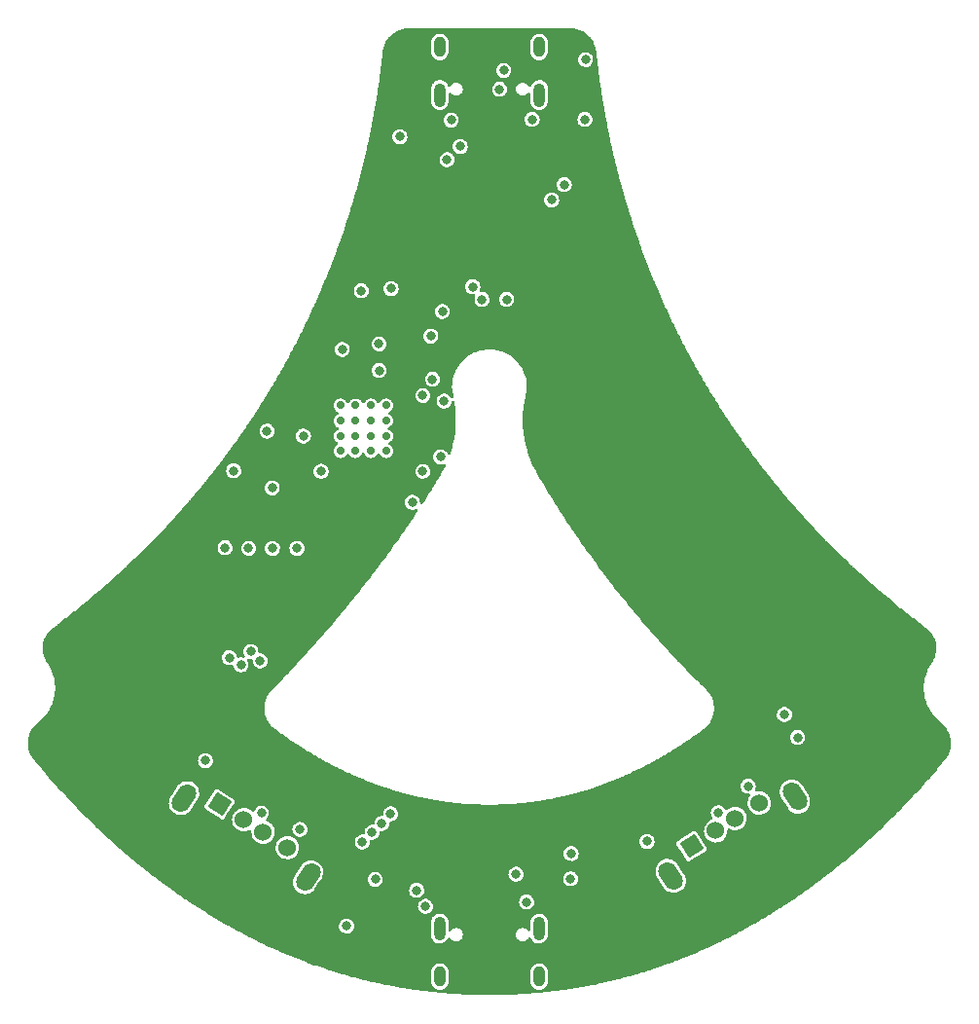
<source format=gbr>
%TF.GenerationSoftware,KiCad,Pcbnew,(6.0.8)*%
%TF.CreationDate,2022-12-20T01:42:36-08:00*%
%TF.ProjectId,Anduril USB Hub,416e6475-7269-46c2-9055-534220487562,rev?*%
%TF.SameCoordinates,Original*%
%TF.FileFunction,Copper,L3,Inr*%
%TF.FilePolarity,Positive*%
%FSLAX46Y46*%
G04 Gerber Fmt 4.6, Leading zero omitted, Abs format (unit mm)*
G04 Created by KiCad (PCBNEW (6.0.8)) date 2022-12-20 01:42:36*
%MOMM*%
%LPD*%
G01*
G04 APERTURE LIST*
G04 Aperture macros list*
%AMHorizOval*
0 Thick line with rounded ends*
0 $1 width*
0 $2 $3 position (X,Y) of the first rounded end (center of the circle)*
0 $4 $5 position (X,Y) of the second rounded end (center of the circle)*
0 Add line between two ends*
20,1,$1,$2,$3,$4,$5,0*
0 Add two circle primitives to create the rounded ends*
1,1,$1,$2,$3*
1,1,$1,$4,$5*%
%AMRotRect*
0 Rectangle, with rotation*
0 The origin of the aperture is its center*
0 $1 length*
0 $2 width*
0 $3 Rotation angle, in degrees counterclockwise*
0 Add horizontal line*
21,1,$1,$2,0,0,$3*%
G04 Aperture macros list end*
%TA.AperFunction,ComponentPad*%
%ADD10RotRect,1.524000X1.524000X32.500000*%
%TD*%
%TA.AperFunction,ComponentPad*%
%ADD11C,1.524000*%
%TD*%
%TA.AperFunction,ComponentPad*%
%ADD12HorizOval,1.600000X-0.268650X0.421696X0.268650X-0.421696X0*%
%TD*%
%TA.AperFunction,ComponentPad*%
%ADD13O,1.000000X2.100000*%
%TD*%
%TA.AperFunction,ComponentPad*%
%ADD14O,1.000000X1.800000*%
%TD*%
%TA.AperFunction,ComponentPad*%
%ADD15RotRect,1.524000X1.524000X327.500000*%
%TD*%
%TA.AperFunction,ComponentPad*%
%ADD16HorizOval,1.600000X-0.268650X-0.421696X0.268650X0.421696X0*%
%TD*%
%TA.AperFunction,ViaPad*%
%ADD17C,0.800000*%
%TD*%
%TA.AperFunction,ViaPad*%
%ADD18C,0.700000*%
%TD*%
G04 APERTURE END LIST*
D10*
%TO.N,Net-(F4-Pad1)*%
%TO.C,J4*%
X129968048Y-102118948D03*
D11*
%TO.N,Net-(J4-Pad2)*%
X132076527Y-100775699D03*
%TO.N,Net-(J4-Pad3)*%
X133763310Y-99701100D03*
%TO.N,GND*%
X135871788Y-98357851D03*
D12*
%TO.N,Net-(C22-Pad1)*%
X138962383Y-97811752D03*
X128166972Y-104689187D03*
%TD*%
D13*
%TO.N,Net-(C8-Pad1)*%
%TO.C,J3*%
X116708342Y-109276379D03*
X108068342Y-109276379D03*
D14*
X108068342Y-113456379D03*
X116708342Y-113456379D03*
%TD*%
D15*
%TO.N,Net-(F2-Pad1)*%
%TO.C,J2*%
X88904897Y-98473916D03*
D11*
%TO.N,Net-(J2-Pad2)*%
X91013376Y-99817165D03*
%TO.N,Net-(J2-Pad3)*%
X92700159Y-100891764D03*
%TO.N,GND*%
X94808637Y-102235013D03*
D16*
%TO.N,Net-(C3-Pad1)*%
X85814302Y-97927817D03*
X96609713Y-104805252D03*
%TD*%
D14*
%TO.N,Net-(C1-Pad1)*%
%TO.C,J1*%
X116708342Y-32606379D03*
D13*
X116708342Y-36786379D03*
X108068342Y-36786379D03*
D14*
X108068342Y-32606379D03*
%TD*%
D17*
%TO.N,GND*%
X102450000Y-105000000D03*
X99950000Y-109050000D03*
X95900000Y-100650000D03*
X139200000Y-92650000D03*
X138050000Y-90650000D03*
X119450000Y-104950000D03*
X119500000Y-102750000D03*
X109850000Y-41250000D03*
X120750000Y-33700000D03*
X120700000Y-38900000D03*
%TO.N,+5V*%
X114700000Y-42500000D03*
X114700000Y-44600000D03*
X115800000Y-45900000D03*
X106838342Y-51406379D03*
X109550000Y-102950000D03*
X107988342Y-50106379D03*
X92375000Y-94125000D03*
X106100000Y-104050000D03*
X97088342Y-73306379D03*
X125000000Y-100100000D03*
X127500000Y-97150000D03*
X88600000Y-93000000D03*
%TO.N,P2 D-*%
X89775000Y-85725000D03*
X101325000Y-101750000D03*
%TO.N,P2 D+*%
X90775000Y-86350000D03*
X102175000Y-100900000D03*
%TO.N,P3 D-*%
X91625000Y-85175000D03*
X103025000Y-100125000D03*
%TO.N,P3 D+*%
X92450000Y-86000000D03*
X103800000Y-99300000D03*
%TO.N,VDD12*%
X107438342Y-61506379D03*
X99584578Y-58902614D03*
%TO.N,VDD33*%
X106588342Y-69506379D03*
X102788342Y-60731879D03*
X102776195Y-58419732D03*
X97738342Y-69506379D03*
X106588342Y-62906379D03*
D18*
%TO.N,GND*%
X100750000Y-66425000D03*
D17*
X108288342Y-55606379D03*
D18*
X102075000Y-67750000D03*
D17*
X106825000Y-107350000D03*
X93038342Y-66006379D03*
X103838342Y-53606379D03*
X115625000Y-106975000D03*
X87675000Y-94675000D03*
X104600000Y-40400000D03*
X113888342Y-54556379D03*
X93513342Y-76206379D03*
X107288342Y-57756379D03*
D18*
X102075000Y-65100000D03*
D17*
X106050000Y-105950000D03*
D18*
X103400000Y-66450000D03*
D17*
X110938342Y-53456379D03*
X105688342Y-72206379D03*
D18*
X102075000Y-63775000D03*
D17*
X91438342Y-76206379D03*
X134900000Y-96900000D03*
X101238342Y-53806379D03*
D18*
X100750000Y-65100000D03*
X102075000Y-66425000D03*
D17*
X116100000Y-38900000D03*
D18*
X100725000Y-67750000D03*
X99425000Y-63775000D03*
D17*
X93488342Y-70956879D03*
X92550000Y-99250000D03*
D18*
X99425000Y-66450000D03*
D17*
X117800000Y-45900000D03*
X108438342Y-63406379D03*
X89388342Y-76156379D03*
X108700000Y-42400000D03*
D18*
X103400000Y-63775000D03*
D17*
X108138342Y-68256379D03*
X132300000Y-99200000D03*
X95638342Y-76206379D03*
X118900000Y-44575000D03*
X96204428Y-66432419D03*
D18*
X103400000Y-65100000D03*
X99425000Y-67750000D03*
X103400000Y-67750000D03*
D17*
X90138342Y-69456379D03*
X109060342Y-38956379D03*
X111738342Y-54556379D03*
X114700000Y-104550000D03*
D18*
X100750000Y-63775000D03*
D17*
X126100000Y-101700000D03*
D18*
X99425000Y-65125000D03*
D17*
%TO.N,Net-(J1-PadA5)*%
X113632342Y-34640879D03*
X113269958Y-36278879D03*
%TD*%
%TA.AperFunction,Conductor*%
%TO.N,+5V*%
G36*
X119444100Y-30986205D02*
G01*
X119444501Y-30986285D01*
X119444503Y-30986285D01*
X119456672Y-30988701D01*
X119468840Y-30986276D01*
X119481252Y-30986272D01*
X119481252Y-30986659D01*
X119491814Y-30985940D01*
X119672716Y-30996991D01*
X119724271Y-31000140D01*
X119739612Y-31002027D01*
X119995591Y-31049603D01*
X120010586Y-31053355D01*
X120258797Y-31131912D01*
X120273221Y-31137471D01*
X120509962Y-31245838D01*
X120523596Y-31253122D01*
X120745278Y-31389657D01*
X120757917Y-31398555D01*
X120961213Y-31561206D01*
X120972668Y-31571585D01*
X121154520Y-31757908D01*
X121164617Y-31769611D01*
X121322285Y-31976798D01*
X121330871Y-31989645D01*
X121429538Y-32158916D01*
X121461984Y-32214580D01*
X121468933Y-32228382D01*
X121571523Y-32467698D01*
X121576724Y-32482234D01*
X121626647Y-32654398D01*
X121649236Y-32732297D01*
X121652622Y-32747379D01*
X121689591Y-32977226D01*
X121689918Y-32987893D01*
X121690292Y-32987856D01*
X121691508Y-33000208D01*
X121690290Y-33012558D01*
X121693892Y-33024435D01*
X121694106Y-33025142D01*
X121698897Y-33049102D01*
X121711350Y-33172935D01*
X121716126Y-33220426D01*
X121716085Y-33220869D01*
X121718585Y-33244876D01*
X121721019Y-33269080D01*
X121721149Y-33269504D01*
X121721152Y-33269524D01*
X121740251Y-33452930D01*
X121740259Y-33453011D01*
X121740260Y-33453038D01*
X121740221Y-33453479D01*
X121742830Y-33477707D01*
X121745326Y-33501673D01*
X121745457Y-33502097D01*
X121765204Y-33685445D01*
X121765166Y-33685884D01*
X121767827Y-33709800D01*
X121770440Y-33734065D01*
X121770573Y-33734487D01*
X121770575Y-33734502D01*
X121790950Y-33917645D01*
X121790913Y-33918090D01*
X121793689Y-33942266D01*
X121796211Y-33964935D01*
X121796357Y-33966251D01*
X121796491Y-33966673D01*
X121812120Y-34102798D01*
X121817498Y-34149644D01*
X121817499Y-34149650D01*
X121817499Y-34149652D01*
X121817464Y-34150092D01*
X121820313Y-34174168D01*
X121823077Y-34198239D01*
X121823212Y-34198659D01*
X121844846Y-34381456D01*
X121844813Y-34381895D01*
X121847738Y-34405894D01*
X121850594Y-34430024D01*
X121850728Y-34430436D01*
X121850733Y-34430465D01*
X121872987Y-34613043D01*
X121872989Y-34613065D01*
X121872958Y-34613498D01*
X121875971Y-34637521D01*
X121878907Y-34661609D01*
X121879044Y-34662027D01*
X121901925Y-34844461D01*
X121901895Y-34844902D01*
X121905022Y-34869152D01*
X121908012Y-34892993D01*
X121908147Y-34893400D01*
X121908150Y-34893417D01*
X121931649Y-35075657D01*
X121931651Y-35075677D01*
X121931623Y-35076107D01*
X121931785Y-35077328D01*
X121931785Y-35077331D01*
X121931908Y-35078256D01*
X121934801Y-35100098D01*
X121937906Y-35124179D01*
X121938046Y-35124594D01*
X121962165Y-35306682D01*
X121962139Y-35307114D01*
X121965381Y-35330958D01*
X121968588Y-35355167D01*
X121968729Y-35355580D01*
X121968731Y-35355594D01*
X121987664Y-35494834D01*
X121993462Y-35537472D01*
X121993464Y-35537492D01*
X121993439Y-35537926D01*
X121996812Y-35562106D01*
X122000055Y-35585957D01*
X122000196Y-35586365D01*
X122000196Y-35586367D01*
X122025544Y-35768096D01*
X122025546Y-35768113D01*
X122025523Y-35768538D01*
X122025696Y-35769748D01*
X122025697Y-35769759D01*
X122025703Y-35769798D01*
X122028955Y-35792544D01*
X122032304Y-35816551D01*
X122032442Y-35816947D01*
X122032446Y-35816969D01*
X122058405Y-35998526D01*
X122058406Y-35998533D01*
X122058384Y-35998956D01*
X122058557Y-36000136D01*
X122058558Y-36000148D01*
X122061846Y-36022593D01*
X122061907Y-36023020D01*
X122065151Y-36045709D01*
X122065155Y-36045728D01*
X122065329Y-36046947D01*
X122065474Y-36047358D01*
X122092043Y-36228747D01*
X122092022Y-36229179D01*
X122095632Y-36253254D01*
X122098381Y-36272017D01*
X122099132Y-36277147D01*
X122099276Y-36277552D01*
X122126453Y-36458779D01*
X122126434Y-36459205D01*
X122130081Y-36482971D01*
X122133707Y-36507154D01*
X122133851Y-36507553D01*
X122133854Y-36507569D01*
X122161631Y-36688601D01*
X122161633Y-36688617D01*
X122161615Y-36689041D01*
X122161801Y-36690228D01*
X122161802Y-36690235D01*
X122163451Y-36700745D01*
X122165395Y-36713131D01*
X122169052Y-36736965D01*
X122169198Y-36737366D01*
X122197581Y-36918251D01*
X122197565Y-36918680D01*
X122201426Y-36942755D01*
X122205165Y-36966583D01*
X122205310Y-36966978D01*
X122205313Y-36966990D01*
X122234293Y-37147689D01*
X122234295Y-37147705D01*
X122234280Y-37148129D01*
X122238225Y-37172209D01*
X122242042Y-37196008D01*
X122242188Y-37196402D01*
X122242190Y-37196412D01*
X122271769Y-37376951D01*
X122271771Y-37376967D01*
X122271758Y-37377384D01*
X122275759Y-37401301D01*
X122279681Y-37425240D01*
X122279830Y-37425637D01*
X122310006Y-37606024D01*
X122309994Y-37606450D01*
X122314092Y-37630455D01*
X122318078Y-37654280D01*
X122318228Y-37654675D01*
X122348998Y-37834899D01*
X122348988Y-37835324D01*
X122353180Y-37859392D01*
X122357233Y-37883131D01*
X122357383Y-37883522D01*
X122359092Y-37893334D01*
X122388742Y-38063573D01*
X122388745Y-38063595D01*
X122388736Y-38064008D01*
X122392984Y-38087928D01*
X122397140Y-38111789D01*
X122397291Y-38112180D01*
X122429241Y-38292082D01*
X122429234Y-38292502D01*
X122430918Y-38301806D01*
X122433519Y-38316175D01*
X122433593Y-38316585D01*
X122437797Y-38340257D01*
X122437949Y-38340647D01*
X122470487Y-38520393D01*
X122470481Y-38520808D01*
X122470694Y-38521964D01*
X122470695Y-38521970D01*
X122472046Y-38529296D01*
X122474852Y-38544509D01*
X122479202Y-38568538D01*
X122479354Y-38568923D01*
X122479359Y-38568946D01*
X122494823Y-38652791D01*
X122512477Y-38748512D01*
X122512473Y-38748926D01*
X122516923Y-38772616D01*
X122521352Y-38796630D01*
X122521505Y-38797016D01*
X122521509Y-38797031D01*
X122555210Y-38976441D01*
X122555207Y-38976858D01*
X122559777Y-39000753D01*
X122564244Y-39024534D01*
X122564399Y-39024919D01*
X122598684Y-39204188D01*
X122598682Y-39204602D01*
X122598906Y-39205755D01*
X122598907Y-39205759D01*
X122600342Y-39213132D01*
X122603330Y-39228481D01*
X122607876Y-39252252D01*
X122608031Y-39252634D01*
X122642894Y-39431751D01*
X122642894Y-39432160D01*
X122647562Y-39455735D01*
X122652243Y-39479782D01*
X122652398Y-39480160D01*
X122652404Y-39480184D01*
X122677705Y-39607948D01*
X122687839Y-39659124D01*
X122687840Y-39659532D01*
X122692604Y-39683184D01*
X122697345Y-39707127D01*
X122697503Y-39707509D01*
X122733515Y-39886312D01*
X122733517Y-39886721D01*
X122738371Y-39910424D01*
X122743177Y-39934287D01*
X122743332Y-39934659D01*
X122743338Y-39934682D01*
X122747814Y-39956538D01*
X122777912Y-40103514D01*
X122779915Y-40113297D01*
X122779918Y-40113316D01*
X122779922Y-40113725D01*
X122784909Y-40137684D01*
X122789737Y-40161261D01*
X122789894Y-40161634D01*
X122827050Y-40340145D01*
X122827055Y-40340552D01*
X122832045Y-40364141D01*
X122837022Y-40388054D01*
X122837183Y-40388433D01*
X122874911Y-40566794D01*
X122874917Y-40567205D01*
X122879986Y-40590788D01*
X122885037Y-40614667D01*
X122885201Y-40615049D01*
X122923506Y-40793261D01*
X122923514Y-40793674D01*
X122928689Y-40817373D01*
X122932109Y-40833282D01*
X122933790Y-40841105D01*
X122933952Y-40841480D01*
X122933956Y-40841495D01*
X122972836Y-41019546D01*
X122972845Y-41019962D01*
X122978129Y-41043785D01*
X122983276Y-41067357D01*
X122983439Y-41067730D01*
X122983442Y-41067740D01*
X122990871Y-41101234D01*
X123022902Y-41245653D01*
X123022912Y-41246067D01*
X123028268Y-41269850D01*
X123033498Y-41293429D01*
X123033662Y-41293804D01*
X123033665Y-41293813D01*
X123073697Y-41471565D01*
X123073700Y-41471583D01*
X123073712Y-41471988D01*
X123073972Y-41473123D01*
X123073974Y-41473137D01*
X123079075Y-41495442D01*
X123079168Y-41495851D01*
X123084193Y-41518167D01*
X123084197Y-41518180D01*
X123084452Y-41519314D01*
X123084618Y-41519688D01*
X123084621Y-41519700D01*
X123125232Y-41697310D01*
X123125234Y-41697322D01*
X123125247Y-41697728D01*
X123130718Y-41721302D01*
X123136141Y-41745018D01*
X123136309Y-41745393D01*
X123136312Y-41745405D01*
X123137353Y-41749889D01*
X123177501Y-41922872D01*
X123177515Y-41923285D01*
X123181776Y-41941375D01*
X123183075Y-41946890D01*
X123183169Y-41947295D01*
X123187916Y-41967747D01*
X123188564Y-41970541D01*
X123188734Y-41970918D01*
X123230502Y-42148249D01*
X123230518Y-42148660D01*
X123236146Y-42172210D01*
X123241721Y-42195879D01*
X123241891Y-42196250D01*
X123241896Y-42196268D01*
X123284235Y-42373434D01*
X123284237Y-42373446D01*
X123284254Y-42373851D01*
X123289939Y-42397301D01*
X123295611Y-42421034D01*
X123295784Y-42421411D01*
X123338706Y-42598450D01*
X123338724Y-42598861D01*
X123344497Y-42622340D01*
X123350235Y-42646006D01*
X123350406Y-42646376D01*
X123350411Y-42646392D01*
X123362976Y-42697490D01*
X123393907Y-42823276D01*
X123393927Y-42823688D01*
X123394211Y-42824826D01*
X123399723Y-42846930D01*
X123399822Y-42847332D01*
X123405308Y-42869642D01*
X123405311Y-42869651D01*
X123405592Y-42870795D01*
X123405767Y-42871170D01*
X123449843Y-43047921D01*
X123449864Y-43048331D01*
X123450149Y-43049459D01*
X123450150Y-43049463D01*
X123450713Y-43051688D01*
X123455788Y-43071761D01*
X123461683Y-43095402D01*
X123461859Y-43095776D01*
X123506510Y-43272383D01*
X123506533Y-43272795D01*
X123512559Y-43296304D01*
X123518505Y-43319824D01*
X123518682Y-43320197D01*
X123563911Y-43496661D01*
X123563935Y-43497075D01*
X123570069Y-43520687D01*
X123576061Y-43544065D01*
X123576236Y-43544429D01*
X123576242Y-43544448D01*
X123576789Y-43546554D01*
X123622046Y-43720762D01*
X123622071Y-43721171D01*
X123628219Y-43744524D01*
X123634350Y-43768124D01*
X123634529Y-43768493D01*
X123634533Y-43768507D01*
X123680908Y-43944659D01*
X123680912Y-43944679D01*
X123680938Y-43945085D01*
X123687183Y-43968498D01*
X123693370Y-43991997D01*
X123693551Y-43992368D01*
X123740510Y-44168406D01*
X123740538Y-44168818D01*
X123746869Y-44192245D01*
X123753123Y-44215689D01*
X123753303Y-44216054D01*
X123753308Y-44216071D01*
X123768264Y-44271412D01*
X123800842Y-44391957D01*
X123800871Y-44392369D01*
X123807291Y-44415820D01*
X123813609Y-44439199D01*
X123813792Y-44439568D01*
X123861905Y-44615323D01*
X123861936Y-44615735D01*
X123868443Y-44639203D01*
X123874827Y-44662525D01*
X123875010Y-44662891D01*
X123923701Y-44838513D01*
X123923733Y-44838920D01*
X123930241Y-44862099D01*
X123936775Y-44885667D01*
X123936959Y-44886032D01*
X123936966Y-44886053D01*
X123986228Y-45061511D01*
X123986261Y-45061923D01*
X123992921Y-45085352D01*
X123996100Y-45096673D01*
X123999456Y-45108627D01*
X123999640Y-45108989D01*
X123999644Y-45109001D01*
X124002729Y-45119853D01*
X124049486Y-45284331D01*
X124049521Y-45284743D01*
X124049843Y-45285862D01*
X124049847Y-45285879D01*
X124056188Y-45307910D01*
X124056258Y-45308153D01*
X124062868Y-45331404D01*
X124063053Y-45331765D01*
X124063059Y-45331783D01*
X124113475Y-45506965D01*
X124113477Y-45506975D01*
X124113513Y-45507381D01*
X124120313Y-45530723D01*
X124127012Y-45554000D01*
X124127200Y-45554365D01*
X124178199Y-45729425D01*
X124178236Y-45729837D01*
X124178566Y-45730956D01*
X124185149Y-45753284D01*
X124185263Y-45753676D01*
X124191559Y-45775288D01*
X124191562Y-45775298D01*
X124191887Y-45776412D01*
X124192075Y-45776774D01*
X124243653Y-45951700D01*
X124243691Y-45952110D01*
X124250600Y-45975264D01*
X124257493Y-45998641D01*
X124257680Y-45998998D01*
X124257686Y-45999014D01*
X124309832Y-46173779D01*
X124309837Y-46173798D01*
X124309876Y-46174201D01*
X124310213Y-46175319D01*
X124310215Y-46175325D01*
X124316862Y-46197343D01*
X124316978Y-46197728D01*
X124323829Y-46220687D01*
X124324020Y-46221049D01*
X124344693Y-46289521D01*
X124376749Y-46395697D01*
X124376753Y-46395712D01*
X124376793Y-46396110D01*
X124383825Y-46419129D01*
X124390896Y-46442551D01*
X124391088Y-46442912D01*
X124391094Y-46442929D01*
X124444396Y-46617424D01*
X124444398Y-46617434D01*
X124444440Y-46617836D01*
X124451585Y-46640958D01*
X124458694Y-46664231D01*
X124458887Y-46664589D01*
X124458888Y-46664592D01*
X124512770Y-46838962D01*
X124512773Y-46838976D01*
X124512817Y-46839380D01*
X124520083Y-46862625D01*
X124527222Y-46885729D01*
X124527415Y-46886087D01*
X124527418Y-46886094D01*
X124581876Y-47060323D01*
X124581881Y-47060341D01*
X124581925Y-47060743D01*
X124589248Y-47083908D01*
X124596480Y-47107045D01*
X124596675Y-47107404D01*
X124596678Y-47107411D01*
X124651715Y-47281507D01*
X124651719Y-47281521D01*
X124651764Y-47281922D01*
X124659156Y-47305046D01*
X124666469Y-47328177D01*
X124666663Y-47328530D01*
X124666671Y-47328551D01*
X124722279Y-47502494D01*
X124722286Y-47502520D01*
X124722333Y-47502921D01*
X124729828Y-47526107D01*
X124737188Y-47549128D01*
X124737383Y-47549480D01*
X124737390Y-47549498D01*
X124793583Y-47723326D01*
X124793586Y-47723335D01*
X124793634Y-47723739D01*
X124801167Y-47746785D01*
X124808638Y-47769896D01*
X124808835Y-47770251D01*
X124808841Y-47770265D01*
X124865612Y-47943947D01*
X124865619Y-47943972D01*
X124865669Y-47944378D01*
X124873353Y-47967628D01*
X124880823Y-47990483D01*
X124881023Y-47990839D01*
X124938388Y-48164423D01*
X124938440Y-48164831D01*
X124946123Y-48187827D01*
X124953744Y-48210889D01*
X124953945Y-48211243D01*
X124953949Y-48211254D01*
X125011889Y-48384681D01*
X125011894Y-48384697D01*
X125011946Y-48385104D01*
X125012322Y-48386217D01*
X125019667Y-48407967D01*
X125019797Y-48408354D01*
X125027399Y-48431108D01*
X125027601Y-48431463D01*
X125027606Y-48431475D01*
X125086131Y-48604771D01*
X125086136Y-48604788D01*
X125086190Y-48605192D01*
X125086568Y-48606298D01*
X125086571Y-48606310D01*
X125094009Y-48628100D01*
X125094141Y-48628489D01*
X125101417Y-48650034D01*
X125101423Y-48650048D01*
X125101794Y-48651148D01*
X125101995Y-48651498D01*
X125102001Y-48651513D01*
X125161113Y-48824683D01*
X125161117Y-48824695D01*
X125161172Y-48825100D01*
X125169079Y-48848020D01*
X125176924Y-48871001D01*
X125177129Y-48871356D01*
X125177134Y-48871368D01*
X125196878Y-48928595D01*
X125236836Y-49044415D01*
X125236893Y-49044822D01*
X125237279Y-49045929D01*
X125244763Y-49067396D01*
X125244897Y-49067782D01*
X125252411Y-49089562D01*
X125252416Y-49089574D01*
X125252795Y-49090673D01*
X125253003Y-49091029D01*
X125253008Y-49091042D01*
X125313293Y-49263951D01*
X125313296Y-49263960D01*
X125313354Y-49264363D01*
X125321383Y-49287150D01*
X125329405Y-49310159D01*
X125329616Y-49310518D01*
X125334001Y-49322964D01*
X125390493Y-49483297D01*
X125390497Y-49483309D01*
X125390556Y-49483717D01*
X125398749Y-49506729D01*
X125406758Y-49529461D01*
X125406967Y-49529814D01*
X125468440Y-49702481D01*
X125468501Y-49702889D01*
X125476670Y-49725600D01*
X125484851Y-49748578D01*
X125485063Y-49748933D01*
X125485069Y-49748946D01*
X125547126Y-49921466D01*
X125547189Y-49921876D01*
X125547592Y-49922986D01*
X125547593Y-49922988D01*
X125555396Y-49944460D01*
X125555534Y-49944842D01*
X125563289Y-49966400D01*
X125563689Y-49967511D01*
X125563901Y-49967863D01*
X125563905Y-49967872D01*
X125572520Y-49991577D01*
X125626557Y-50140268D01*
X125626621Y-50140677D01*
X125627028Y-50141785D01*
X125627029Y-50141789D01*
X125634907Y-50163248D01*
X125635049Y-50163636D01*
X125642862Y-50185135D01*
X125642866Y-50185144D01*
X125643271Y-50186259D01*
X125643486Y-50186614D01*
X125706732Y-50358882D01*
X125706798Y-50359295D01*
X125715290Y-50382193D01*
X125723597Y-50404819D01*
X125723812Y-50405171D01*
X125787656Y-50577318D01*
X125787723Y-50577726D01*
X125796202Y-50600360D01*
X125804671Y-50623196D01*
X125804888Y-50623549D01*
X125804889Y-50623552D01*
X125869322Y-50795556D01*
X125869326Y-50795569D01*
X125869394Y-50795973D01*
X125878003Y-50818727D01*
X125886491Y-50841385D01*
X125886709Y-50841737D01*
X125951743Y-51013621D01*
X125951814Y-51014036D01*
X125960542Y-51036876D01*
X125969060Y-51059389D01*
X125969279Y-51059740D01*
X125990595Y-51115521D01*
X126034916Y-51231504D01*
X126034922Y-51231522D01*
X126034993Y-51231930D01*
X126043759Y-51254644D01*
X126052388Y-51277225D01*
X126052610Y-51277578D01*
X126118859Y-51449240D01*
X126118933Y-51449657D01*
X126127860Y-51472561D01*
X126136478Y-51494893D01*
X126136699Y-51495242D01*
X126203550Y-51666773D01*
X126203554Y-51666784D01*
X126203627Y-51667191D01*
X126212555Y-51689877D01*
X126221322Y-51712373D01*
X126221545Y-51712722D01*
X126288991Y-51884111D01*
X126289066Y-51884518D01*
X126297951Y-51906878D01*
X126306908Y-51929640D01*
X126307132Y-51929989D01*
X126307139Y-51930005D01*
X126375159Y-52101194D01*
X126375165Y-52101213D01*
X126375241Y-52101614D01*
X126375680Y-52102709D01*
X126375682Y-52102714D01*
X126384179Y-52123896D01*
X126384333Y-52124281D01*
X126392795Y-52145578D01*
X126392799Y-52145587D01*
X126393233Y-52146679D01*
X126393455Y-52147022D01*
X126393465Y-52147045D01*
X126462061Y-52318039D01*
X126462067Y-52318056D01*
X126462144Y-52318459D01*
X126462586Y-52319550D01*
X126462589Y-52319559D01*
X126471161Y-52340725D01*
X126471316Y-52341110D01*
X126479840Y-52362359D01*
X126479846Y-52362371D01*
X126480284Y-52363464D01*
X126480509Y-52363808D01*
X126480518Y-52363828D01*
X126549682Y-52534611D01*
X126549689Y-52534631D01*
X126549767Y-52535034D01*
X126558933Y-52557454D01*
X126568055Y-52579979D01*
X126568284Y-52580328D01*
X126638020Y-52750907D01*
X126638101Y-52751315D01*
X126638550Y-52752404D01*
X126638555Y-52752417D01*
X126647275Y-52773546D01*
X126647435Y-52773935D01*
X126656538Y-52796202D01*
X126656765Y-52796545D01*
X126656771Y-52796559D01*
X126727054Y-52966873D01*
X126727058Y-52966884D01*
X126727139Y-52967288D01*
X126727593Y-52968378D01*
X126736313Y-52989313D01*
X126736473Y-52989697D01*
X126744434Y-53008988D01*
X126745722Y-53012110D01*
X126745953Y-53012456D01*
X126816788Y-53182517D01*
X126816871Y-53182925D01*
X126826261Y-53205262D01*
X126835602Y-53227687D01*
X126835831Y-53228029D01*
X126835838Y-53228043D01*
X126907198Y-53397786D01*
X126907205Y-53397806D01*
X126907289Y-53398210D01*
X126916789Y-53420601D01*
X126926167Y-53442908D01*
X126926400Y-53443253D01*
X126998299Y-53612712D01*
X126998386Y-53613122D01*
X126998854Y-53614216D01*
X126998857Y-53614223D01*
X127003123Y-53624186D01*
X127007980Y-53635528D01*
X127017411Y-53657756D01*
X127017642Y-53658094D01*
X127017644Y-53658099D01*
X127090061Y-53827224D01*
X127090065Y-53827235D01*
X127090152Y-53827639D01*
X127099781Y-53849923D01*
X127109324Y-53872210D01*
X127109560Y-53872555D01*
X127182488Y-54041329D01*
X127182492Y-54041340D01*
X127182580Y-54041743D01*
X127183051Y-54042824D01*
X127183054Y-54042831D01*
X127186146Y-54049921D01*
X127192226Y-54063865D01*
X127201898Y-54086248D01*
X127202138Y-54086595D01*
X127275570Y-54255000D01*
X127275661Y-54255411D01*
X127285459Y-54277680D01*
X127295127Y-54299851D01*
X127295363Y-54300190D01*
X127295370Y-54300205D01*
X127369291Y-54468206D01*
X127369295Y-54468216D01*
X127369386Y-54468620D01*
X127379215Y-54490761D01*
X127389000Y-54512998D01*
X127389238Y-54513338D01*
X127389243Y-54513348D01*
X127463660Y-54680971D01*
X127463665Y-54680983D01*
X127463756Y-54681383D01*
X127473721Y-54703630D01*
X127483519Y-54725701D01*
X127483757Y-54726039D01*
X127558684Y-54893323D01*
X127558691Y-54893340D01*
X127558784Y-54893742D01*
X127568753Y-54915805D01*
X127578691Y-54937992D01*
X127578933Y-54938333D01*
X127654374Y-55105289D01*
X127654469Y-55105691D01*
X127664462Y-55127615D01*
X127674522Y-55149877D01*
X127674760Y-55150210D01*
X127674770Y-55150229D01*
X127750711Y-55316827D01*
X127750713Y-55316832D01*
X127750809Y-55317235D01*
X127760958Y-55339306D01*
X127771007Y-55361352D01*
X127771251Y-55361690D01*
X127847708Y-55527967D01*
X127847806Y-55528369D01*
X127848303Y-55529441D01*
X127848304Y-55529443D01*
X127857902Y-55550138D01*
X127858038Y-55550431D01*
X127868150Y-55572422D01*
X127868395Y-55572760D01*
X127945358Y-55738695D01*
X127945457Y-55739098D01*
X127955673Y-55760935D01*
X127965945Y-55783082D01*
X127966193Y-55783421D01*
X128043661Y-55949014D01*
X128043763Y-55949421D01*
X128052069Y-55967023D01*
X128053993Y-55971101D01*
X128054170Y-55971477D01*
X128062620Y-55989538D01*
X128064397Y-55993337D01*
X128064643Y-55993672D01*
X128142623Y-56158934D01*
X128142725Y-56159336D01*
X128143229Y-56160394D01*
X128143231Y-56160400D01*
X128153044Y-56181020D01*
X128153106Y-56181150D01*
X128163503Y-56203184D01*
X128163752Y-56203520D01*
X128242237Y-56368443D01*
X128242340Y-56368844D01*
X128242850Y-56369907D01*
X128242851Y-56369909D01*
X128252708Y-56390446D01*
X128252888Y-56390824D01*
X128260307Y-56406413D01*
X128263263Y-56412625D01*
X128263513Y-56412961D01*
X128342505Y-56577548D01*
X128342609Y-56577948D01*
X128343122Y-56579008D01*
X128343125Y-56579015D01*
X128352958Y-56599330D01*
X128353139Y-56599705D01*
X128363159Y-56620584D01*
X128363164Y-56620593D01*
X128363675Y-56621658D01*
X128363924Y-56621990D01*
X128363934Y-56622008D01*
X128443426Y-56786246D01*
X128443531Y-56786646D01*
X128454075Y-56808250D01*
X128464741Y-56830286D01*
X128464991Y-56830616D01*
X128465002Y-56830637D01*
X128502235Y-56906920D01*
X128544998Y-56994535D01*
X128545106Y-56994939D01*
X128555837Y-57016742D01*
X128566461Y-57038509D01*
X128566713Y-57038841D01*
X128647223Y-57202420D01*
X128647333Y-57202826D01*
X128647859Y-57203886D01*
X128647863Y-57203895D01*
X128657519Y-57223351D01*
X128658189Y-57224700D01*
X128668832Y-57246325D01*
X128669084Y-57246654D01*
X128750102Y-57409903D01*
X128750213Y-57410308D01*
X128761148Y-57432160D01*
X128771855Y-57453735D01*
X128772108Y-57454063D01*
X128853633Y-57616983D01*
X128853744Y-57617384D01*
X128864662Y-57639024D01*
X128875529Y-57660741D01*
X128875785Y-57661070D01*
X128957814Y-57823657D01*
X128957926Y-57824057D01*
X128968861Y-57845553D01*
X128979853Y-57867341D01*
X128980112Y-57867672D01*
X129062646Y-58029927D01*
X129062760Y-58030325D01*
X129073766Y-58051787D01*
X129084080Y-58072062D01*
X129084830Y-58073537D01*
X129085089Y-58073866D01*
X129168127Y-58235788D01*
X129168243Y-58236189D01*
X129179390Y-58257750D01*
X129190456Y-58279328D01*
X129190715Y-58279655D01*
X129274258Y-58441245D01*
X129274376Y-58441648D01*
X129285665Y-58463308D01*
X129296732Y-58484714D01*
X129296990Y-58485038D01*
X129381038Y-58646300D01*
X129381042Y-58646309D01*
X129381159Y-58646704D01*
X129392427Y-58668152D01*
X129395463Y-58673976D01*
X129403656Y-58689696D01*
X129403915Y-58690018D01*
X129403922Y-58690031D01*
X129429758Y-58739205D01*
X129488468Y-58850952D01*
X129488473Y-58850963D01*
X129488591Y-58851357D01*
X129499895Y-58872701D01*
X129511229Y-58894274D01*
X129511490Y-58894598D01*
X129511496Y-58894608D01*
X129596551Y-59055208D01*
X129596672Y-59055608D01*
X129608128Y-59077069D01*
X129619452Y-59098450D01*
X129619715Y-59098772D01*
X129705280Y-59259057D01*
X129705401Y-59259453D01*
X129716834Y-59280702D01*
X129728322Y-59302221D01*
X129728585Y-59302542D01*
X129728592Y-59302555D01*
X129755995Y-59353482D01*
X129814648Y-59462487D01*
X129814656Y-59462505D01*
X129814778Y-59462898D01*
X129826326Y-59484191D01*
X129837839Y-59505588D01*
X129838101Y-59505905D01*
X129838110Y-59505920D01*
X129904998Y-59629254D01*
X129924679Y-59665543D01*
X129924803Y-59665938D01*
X129936396Y-59687147D01*
X129948006Y-59708555D01*
X129948273Y-59708876D01*
X130035347Y-59868179D01*
X130035473Y-59868577D01*
X130047205Y-59889874D01*
X130058816Y-59911116D01*
X130059083Y-59911435D01*
X130146662Y-60070413D01*
X130146667Y-60070423D01*
X130146792Y-60070814D01*
X130147361Y-60071838D01*
X130147363Y-60071843D01*
X130153400Y-60082716D01*
X130158510Y-60091920D01*
X130170275Y-60113277D01*
X130170541Y-60113594D01*
X130170547Y-60113603D01*
X130258620Y-60272240D01*
X130258629Y-60272258D01*
X130258756Y-60272649D01*
X130259330Y-60273675D01*
X130259333Y-60273681D01*
X130260389Y-60275568D01*
X130270611Y-60293838D01*
X130282379Y-60315034D01*
X130282648Y-60315352D01*
X130371237Y-60473686D01*
X130371367Y-60474082D01*
X130383315Y-60495273D01*
X130395130Y-60516390D01*
X130395399Y-60516705D01*
X130427893Y-60574336D01*
X130484491Y-60674720D01*
X130484622Y-60675114D01*
X130496564Y-60696133D01*
X130508523Y-60717343D01*
X130508793Y-60717657D01*
X130508800Y-60717669D01*
X130598389Y-60875349D01*
X130598522Y-60875745D01*
X130610605Y-60896851D01*
X130610730Y-60897071D01*
X130621976Y-60916864D01*
X130621982Y-60916873D01*
X130622563Y-60917896D01*
X130622834Y-60918209D01*
X130712934Y-61075582D01*
X130713067Y-61075974D01*
X130713652Y-61076988D01*
X130713654Y-61076992D01*
X130714330Y-61078164D01*
X130725168Y-61096950D01*
X130737246Y-61118046D01*
X130737512Y-61118352D01*
X130737521Y-61118366D01*
X130828117Y-61275405D01*
X130828124Y-61275418D01*
X130828255Y-61275802D01*
X130828838Y-61276804D01*
X130828839Y-61276807D01*
X130840303Y-61296529D01*
X130840509Y-61296886D01*
X130851975Y-61316761D01*
X130851983Y-61316774D01*
X130852573Y-61317796D01*
X130852847Y-61318108D01*
X130943951Y-61474840D01*
X130944087Y-61475232D01*
X130944681Y-61476247D01*
X130944683Y-61476250D01*
X130945439Y-61477540D01*
X130956323Y-61496124D01*
X130968542Y-61517145D01*
X130968814Y-61517453D01*
X130968822Y-61517466D01*
X131060420Y-61673864D01*
X131060428Y-61673879D01*
X131060562Y-61674261D01*
X131061152Y-61675261D01*
X131061161Y-61675278D01*
X131072731Y-61694884D01*
X131072943Y-61695244D01*
X131084551Y-61715065D01*
X131084560Y-61715078D01*
X131085154Y-61716093D01*
X131085428Y-61716401D01*
X131085438Y-61716417D01*
X131177542Y-61872499D01*
X131177680Y-61872889D01*
X131190046Y-61893689D01*
X131202410Y-61914641D01*
X131202682Y-61914946D01*
X131202693Y-61914962D01*
X131295294Y-62070716D01*
X131295301Y-62070730D01*
X131295441Y-62071120D01*
X131296046Y-62072129D01*
X131296047Y-62072132D01*
X131308011Y-62092105D01*
X131320308Y-62112789D01*
X131320584Y-62113095D01*
X131413706Y-62268562D01*
X131413846Y-62268950D01*
X131426321Y-62289622D01*
X131438849Y-62310538D01*
X131439129Y-62310847D01*
X131532751Y-62465990D01*
X131532893Y-62466380D01*
X131545490Y-62487100D01*
X131558033Y-62507886D01*
X131558313Y-62508193D01*
X131620141Y-62609893D01*
X131652434Y-62663011D01*
X131652441Y-62663024D01*
X131652583Y-62663410D01*
X131653195Y-62664410D01*
X131653202Y-62664422D01*
X131665169Y-62683961D01*
X131665385Y-62684315D01*
X131677249Y-62703830D01*
X131677859Y-62704833D01*
X131678133Y-62705132D01*
X131678143Y-62705146D01*
X131772766Y-62859645D01*
X131772773Y-62859659D01*
X131772916Y-62860041D01*
X131785638Y-62880661D01*
X131798328Y-62901381D01*
X131798610Y-62901687D01*
X131893747Y-63055884D01*
X131893893Y-63056273D01*
X131906709Y-63076893D01*
X131919440Y-63097528D01*
X131919722Y-63097832D01*
X132015365Y-63251718D01*
X132015512Y-63252104D01*
X132016136Y-63253101D01*
X132016139Y-63253106D01*
X132028192Y-63272357D01*
X132028413Y-63272711D01*
X132040568Y-63292269D01*
X132040573Y-63292276D01*
X132041195Y-63293277D01*
X132041477Y-63293578D01*
X132041487Y-63293592D01*
X132137622Y-63447143D01*
X132137627Y-63447153D01*
X132137774Y-63447535D01*
X132138397Y-63448522D01*
X132138401Y-63448530D01*
X132150674Y-63467989D01*
X132150897Y-63468345D01*
X132162961Y-63487616D01*
X132162966Y-63487624D01*
X132163592Y-63488623D01*
X132163875Y-63488924D01*
X132163880Y-63488931D01*
X132178439Y-63512016D01*
X132260527Y-63642178D01*
X132260678Y-63642568D01*
X132261311Y-63643564D01*
X132261313Y-63643568D01*
X132265549Y-63650236D01*
X132273766Y-63663170D01*
X132286631Y-63683570D01*
X132286913Y-63683868D01*
X132286918Y-63683875D01*
X132384074Y-63836813D01*
X132384225Y-63837199D01*
X132397297Y-63857628D01*
X132410312Y-63878116D01*
X132410595Y-63878413D01*
X132410603Y-63878424D01*
X132508256Y-64031040D01*
X132508263Y-64031052D01*
X132508414Y-64031433D01*
X132521547Y-64051810D01*
X132534635Y-64072264D01*
X132534923Y-64072564D01*
X132633092Y-64224879D01*
X132633246Y-64225265D01*
X132646480Y-64245652D01*
X132652258Y-64254616D01*
X132659602Y-64266011D01*
X132659890Y-64266308D01*
X132758563Y-64418310D01*
X132758720Y-64418700D01*
X132772152Y-64439243D01*
X132785209Y-64459357D01*
X132785495Y-64459651D01*
X132847125Y-64553909D01*
X132884681Y-64611349D01*
X132884837Y-64611732D01*
X132898179Y-64631993D01*
X132911460Y-64652305D01*
X132911750Y-64652600D01*
X133011439Y-64803985D01*
X133011596Y-64804368D01*
X133024985Y-64824555D01*
X133038350Y-64844851D01*
X133038638Y-64845143D01*
X133038644Y-64845151D01*
X133120280Y-64968238D01*
X133138839Y-64996220D01*
X133138997Y-64996602D01*
X133152460Y-65016757D01*
X133165885Y-65036999D01*
X133166176Y-65037292D01*
X133166182Y-65037300D01*
X133266878Y-65188052D01*
X133266882Y-65188059D01*
X133267040Y-65188436D01*
X133267695Y-65189410D01*
X133267700Y-65189418D01*
X133280383Y-65208272D01*
X133280612Y-65208613D01*
X133289277Y-65221585D01*
X133294060Y-65228745D01*
X133294355Y-65229040D01*
X133395563Y-65379489D01*
X133395725Y-65379872D01*
X133409383Y-65400031D01*
X133422877Y-65420091D01*
X133423170Y-65420382D01*
X133524891Y-65570527D01*
X133525053Y-65570908D01*
X133538718Y-65590937D01*
X133552337Y-65611039D01*
X133552632Y-65611330D01*
X133654858Y-65761162D01*
X133655022Y-65761544D01*
X133668824Y-65781633D01*
X133682438Y-65801586D01*
X133682730Y-65801872D01*
X133682738Y-65801882D01*
X133693531Y-65817592D01*
X133785463Y-65951395D01*
X133785471Y-65951409D01*
X133785633Y-65951781D01*
X133799370Y-65971635D01*
X133813179Y-65991733D01*
X133813475Y-65992022D01*
X133813481Y-65992030D01*
X133834023Y-66021718D01*
X133916720Y-66141238D01*
X133916886Y-66141617D01*
X133930755Y-66161522D01*
X133941554Y-66177129D01*
X133944564Y-66181480D01*
X133944861Y-66181767D01*
X134048612Y-66330674D01*
X134048780Y-66331055D01*
X134062812Y-66351055D01*
X134076588Y-66370826D01*
X134076882Y-66371109D01*
X134076889Y-66371118D01*
X134181142Y-66519706D01*
X134181150Y-66519719D01*
X134181317Y-66520094D01*
X134195413Y-66540045D01*
X134209255Y-66559774D01*
X134209552Y-66560058D01*
X134314327Y-66708356D01*
X134314495Y-66708731D01*
X134325046Y-66723562D01*
X134328486Y-66728398D01*
X134328722Y-66728732D01*
X134337429Y-66741055D01*
X134342563Y-66748322D01*
X134342864Y-66748608D01*
X134448146Y-66896597D01*
X134448315Y-66896970D01*
X134462331Y-66916536D01*
X134462443Y-66916693D01*
X134475823Y-66935502D01*
X134475831Y-66935512D01*
X134476511Y-66936468D01*
X134476813Y-66936753D01*
X134493472Y-66960009D01*
X134582598Y-67084427D01*
X134582606Y-67084439D01*
X134582776Y-67084811D01*
X134596973Y-67104494D01*
X134611101Y-67124216D01*
X134611399Y-67124495D01*
X134611406Y-67124504D01*
X134717700Y-67271869D01*
X134717712Y-67271887D01*
X134717879Y-67272251D01*
X134718560Y-67273189D01*
X134718568Y-67273201D01*
X134731928Y-67291597D01*
X134732166Y-67291925D01*
X134745647Y-67310615D01*
X134745654Y-67310624D01*
X134746333Y-67311565D01*
X134746632Y-67311843D01*
X134746647Y-67311862D01*
X134788094Y-67368930D01*
X134853451Y-67458919D01*
X134853624Y-67459292D01*
X134867889Y-67478799D01*
X134882206Y-67498512D01*
X134882511Y-67498794D01*
X134989834Y-67645556D01*
X134990011Y-67645933D01*
X135004550Y-67665679D01*
X135018722Y-67685059D01*
X135019023Y-67685335D01*
X135126868Y-67831805D01*
X135127042Y-67832174D01*
X135127734Y-67833107D01*
X135127737Y-67833112D01*
X135141221Y-67851302D01*
X135141460Y-67851625D01*
X135149334Y-67862318D01*
X135155879Y-67871207D01*
X135156184Y-67871485D01*
X135156195Y-67871499D01*
X135174273Y-67895884D01*
X135264534Y-68017640D01*
X135264540Y-68017648D01*
X135264715Y-68018015D01*
X135279149Y-68037353D01*
X135293680Y-68056954D01*
X135293983Y-68057230D01*
X135293991Y-68057239D01*
X135402851Y-68203083D01*
X135402854Y-68203087D01*
X135403032Y-68203457D01*
X135417517Y-68222732D01*
X135432123Y-68242300D01*
X135432425Y-68242572D01*
X135432441Y-68242591D01*
X135541803Y-68388115D01*
X135541810Y-68388126D01*
X135541990Y-68388495D01*
X135556724Y-68407968D01*
X135571211Y-68427246D01*
X135571516Y-68427519D01*
X135681413Y-68572768D01*
X135681592Y-68573135D01*
X135696156Y-68592254D01*
X135710937Y-68611790D01*
X135711246Y-68612065D01*
X135711253Y-68612074D01*
X135738376Y-68647679D01*
X135821650Y-68756999D01*
X135821655Y-68757007D01*
X135821837Y-68757375D01*
X135836662Y-68776706D01*
X135851309Y-68795934D01*
X135851614Y-68796203D01*
X135851622Y-68796213D01*
X135962542Y-68940846D01*
X135962725Y-68941214D01*
X135963444Y-68942145D01*
X135977364Y-68960174D01*
X135977613Y-68960498D01*
X135991597Y-68978733D01*
X135991607Y-68978745D01*
X135992322Y-68979677D01*
X135992633Y-68979950D01*
X136104073Y-69124283D01*
X136104257Y-69124651D01*
X136119188Y-69143861D01*
X136133980Y-69163018D01*
X136134287Y-69163286D01*
X136134292Y-69163291D01*
X136166323Y-69204499D01*
X136246247Y-69307322D01*
X136246432Y-69307689D01*
X136261372Y-69326780D01*
X136276279Y-69345959D01*
X136276590Y-69346228D01*
X136389062Y-69489957D01*
X136389249Y-69490325D01*
X136404317Y-69509452D01*
X136419221Y-69528498D01*
X136419524Y-69528758D01*
X136419536Y-69528772D01*
X136532521Y-69672193D01*
X136532525Y-69672198D01*
X136532710Y-69672559D01*
X136547826Y-69691620D01*
X136562807Y-69710636D01*
X136563114Y-69710898D01*
X136563123Y-69710909D01*
X136656165Y-69828228D01*
X136676628Y-69854031D01*
X136676816Y-69854395D01*
X136691908Y-69873298D01*
X136707035Y-69892373D01*
X136707347Y-69892639D01*
X136707353Y-69892645D01*
X136821363Y-70035450D01*
X136821376Y-70035468D01*
X136821564Y-70035828D01*
X136822296Y-70036738D01*
X136822299Y-70036743D01*
X136836671Y-70054625D01*
X136836929Y-70054947D01*
X136851179Y-70072797D01*
X136851188Y-70072807D01*
X136851908Y-70073709D01*
X136852220Y-70073972D01*
X136966766Y-70216498D01*
X136966957Y-70216861D01*
X136982240Y-70235751D01*
X136997423Y-70254643D01*
X136997735Y-70254904D01*
X136997740Y-70254910D01*
X137112809Y-70397139D01*
X137113002Y-70397504D01*
X137128437Y-70416457D01*
X137143591Y-70435187D01*
X137143904Y-70435448D01*
X137182537Y-70482884D01*
X137259513Y-70577400D01*
X137259521Y-70577411D01*
X137259712Y-70577769D01*
X137275110Y-70596551D01*
X137290422Y-70615352D01*
X137290738Y-70615613D01*
X137406886Y-70757287D01*
X137407079Y-70757645D01*
X137422462Y-70776285D01*
X137437913Y-70795132D01*
X137438230Y-70795392D01*
X137554906Y-70936775D01*
X137555100Y-70937133D01*
X137555842Y-70938026D01*
X137570375Y-70955521D01*
X137570635Y-70955835D01*
X137582822Y-70970602D01*
X137586054Y-70974519D01*
X137586373Y-70974780D01*
X137703575Y-71115866D01*
X137703770Y-71116223D01*
X137719248Y-71134733D01*
X137734846Y-71153510D01*
X137735165Y-71153769D01*
X137852885Y-71294550D01*
X137853084Y-71294912D01*
X137868854Y-71313647D01*
X137884280Y-71332096D01*
X137884596Y-71332350D01*
X138002845Y-71472839D01*
X138003040Y-71473191D01*
X138018537Y-71491483D01*
X138034357Y-71510278D01*
X138034679Y-71510536D01*
X138153433Y-71650705D01*
X138153632Y-71651061D01*
X138154384Y-71651943D01*
X138154388Y-71651948D01*
X138163493Y-71662625D01*
X138169345Y-71669487D01*
X138185068Y-71688045D01*
X138185385Y-71688298D01*
X138185392Y-71688305D01*
X138304641Y-71828139D01*
X138304656Y-71828159D01*
X138304855Y-71828512D01*
X138320811Y-71847101D01*
X138336412Y-71865395D01*
X138336729Y-71865645D01*
X138456507Y-72005187D01*
X138456707Y-72005539D01*
X138472485Y-72023801D01*
X138488382Y-72042321D01*
X138488704Y-72042574D01*
X138527202Y-72087132D01*
X138608966Y-72181768D01*
X138608982Y-72181789D01*
X138609182Y-72182139D01*
X138625177Y-72200532D01*
X138640975Y-72218817D01*
X138641295Y-72219067D01*
X138727152Y-72317794D01*
X138762061Y-72357936D01*
X138762076Y-72357954D01*
X138762276Y-72358303D01*
X138763035Y-72359170D01*
X138763042Y-72359179D01*
X138778213Y-72376512D01*
X138778479Y-72376817D01*
X138793428Y-72394007D01*
X138793438Y-72394017D01*
X138794189Y-72394881D01*
X138794507Y-72395127D01*
X138794515Y-72395136D01*
X138915779Y-72533678D01*
X138915985Y-72534032D01*
X138932093Y-72552315D01*
X138948013Y-72570504D01*
X138948335Y-72570752D01*
X139070098Y-72708962D01*
X139070304Y-72709313D01*
X139086413Y-72727480D01*
X139102452Y-72745685D01*
X139102772Y-72745930D01*
X139102782Y-72745940D01*
X139221436Y-72879748D01*
X139225018Y-72883788D01*
X139225027Y-72883799D01*
X139225230Y-72884145D01*
X139241321Y-72902174D01*
X139257494Y-72920413D01*
X139257815Y-72920657D01*
X139257822Y-72920664D01*
X139380671Y-73058309D01*
X139380685Y-73058327D01*
X139380993Y-73058844D01*
X139382125Y-73060100D01*
X139396995Y-73076601D01*
X139397399Y-73077052D01*
X139412019Y-73093434D01*
X139412026Y-73093441D01*
X139413138Y-73094687D01*
X139413618Y-73095048D01*
X139413630Y-73095061D01*
X139543628Y-73239318D01*
X139693219Y-73405317D01*
X139693244Y-73405348D01*
X139693653Y-73406024D01*
X139695116Y-73407627D01*
X139695117Y-73407628D01*
X139709420Y-73423298D01*
X139709840Y-73423761D01*
X139725732Y-73441396D01*
X139726374Y-73441875D01*
X139726403Y-73441904D01*
X140007890Y-73750294D01*
X140007919Y-73750329D01*
X140008334Y-73751006D01*
X140009813Y-73752606D01*
X140009824Y-73752619D01*
X140024321Y-73768300D01*
X140024842Y-73768866D01*
X140040641Y-73786175D01*
X140041277Y-73786643D01*
X140041310Y-73786676D01*
X140324583Y-74093089D01*
X140324614Y-74093126D01*
X140325030Y-74093795D01*
X140326514Y-74095380D01*
X140326520Y-74095387D01*
X140341050Y-74110906D01*
X140341592Y-74111489D01*
X140356071Y-74127150D01*
X140356079Y-74127157D01*
X140357562Y-74128762D01*
X140358206Y-74129230D01*
X140358231Y-74129254D01*
X140641901Y-74432219D01*
X140643284Y-74433696D01*
X140643313Y-74433730D01*
X140643735Y-74434399D01*
X140645228Y-74435973D01*
X140645231Y-74435977D01*
X140659862Y-74451406D01*
X140660409Y-74451987D01*
X140675001Y-74467572D01*
X140675014Y-74467584D01*
X140676491Y-74469162D01*
X140677133Y-74469622D01*
X140677162Y-74469650D01*
X140898613Y-74703186D01*
X140963990Y-74772131D01*
X140964015Y-74772160D01*
X140964441Y-74772826D01*
X140980907Y-74789972D01*
X140981174Y-74790253D01*
X140997418Y-74807383D01*
X140998065Y-74807841D01*
X140998077Y-74807852D01*
X141235600Y-75055192D01*
X141286687Y-75108390D01*
X141286714Y-75108421D01*
X141287142Y-75109080D01*
X141288645Y-75110626D01*
X141288655Y-75110637D01*
X141303518Y-75125921D01*
X141304066Y-75126488D01*
X141318834Y-75141866D01*
X141318845Y-75141876D01*
X141320339Y-75143432D01*
X141320985Y-75143883D01*
X141321007Y-75143903D01*
X141608302Y-75439329D01*
X141611376Y-75442490D01*
X141611399Y-75442516D01*
X141611830Y-75443172D01*
X141613341Y-75444706D01*
X141628279Y-75459876D01*
X141628829Y-75460439D01*
X141643732Y-75475763D01*
X141643740Y-75475770D01*
X141645245Y-75477318D01*
X141645893Y-75477764D01*
X141645919Y-75477788D01*
X141715236Y-75548178D01*
X141938038Y-75774427D01*
X141938065Y-75774457D01*
X141938498Y-75775107D01*
X141940019Y-75776632D01*
X141940025Y-75776639D01*
X141955099Y-75791756D01*
X141955632Y-75792293D01*
X141972130Y-75809046D01*
X141972776Y-75809485D01*
X141972804Y-75809510D01*
X142016978Y-75853809D01*
X142266680Y-76104220D01*
X142266704Y-76104246D01*
X142267140Y-76104893D01*
X142268667Y-76106405D01*
X142283802Y-76121395D01*
X142284358Y-76121949D01*
X142285593Y-76123187D01*
X142300986Y-76138624D01*
X142301633Y-76139058D01*
X142301664Y-76139086D01*
X142355077Y-76191986D01*
X142488001Y-76323633D01*
X142597281Y-76431864D01*
X142597308Y-76431893D01*
X142597749Y-76432537D01*
X142599277Y-76434032D01*
X142599281Y-76434036D01*
X142614667Y-76449086D01*
X142615110Y-76449522D01*
X142631809Y-76466060D01*
X142632456Y-76466488D01*
X142632479Y-76466509D01*
X142929853Y-76757383D01*
X142929878Y-76757410D01*
X142930318Y-76758045D01*
X142931853Y-76759528D01*
X142947175Y-76774331D01*
X142947732Y-76774872D01*
X142964588Y-76791359D01*
X142965235Y-76791782D01*
X142965264Y-76791807D01*
X143264372Y-77080771D01*
X143264394Y-77080795D01*
X143264839Y-77081427D01*
X143266381Y-77082898D01*
X143281822Y-77097632D01*
X143282385Y-77098173D01*
X143297779Y-77113046D01*
X143297798Y-77113063D01*
X143299318Y-77114531D01*
X143299967Y-77114949D01*
X143299997Y-77114975D01*
X143600844Y-77402043D01*
X143600856Y-77402055D01*
X143601307Y-77402689D01*
X143618589Y-77418978D01*
X143618951Y-77419321D01*
X143634463Y-77434123D01*
X143634472Y-77434130D01*
X143635994Y-77435583D01*
X143636642Y-77435994D01*
X143636670Y-77436018D01*
X143718792Y-77513417D01*
X143903286Y-77687301D01*
X143939236Y-77721184D01*
X143939263Y-77721212D01*
X143939714Y-77721837D01*
X143957036Y-77737963D01*
X143957506Y-77738404D01*
X143974607Y-77754521D01*
X143975254Y-77754925D01*
X143975286Y-77754953D01*
X144059793Y-77833625D01*
X144279581Y-78038239D01*
X144279602Y-78038260D01*
X144280054Y-78038879D01*
X144281598Y-78040299D01*
X144281604Y-78040305D01*
X144297368Y-78054802D01*
X144297928Y-78055320D01*
X144313609Y-78069918D01*
X144313615Y-78069923D01*
X144315150Y-78071352D01*
X144315801Y-78071755D01*
X144315827Y-78071777D01*
X144406443Y-78155106D01*
X144621843Y-78353187D01*
X144621863Y-78353208D01*
X144622318Y-78353822D01*
X144623868Y-78355230D01*
X144623875Y-78355237D01*
X144639727Y-78369636D01*
X144640297Y-78370157D01*
X144646486Y-78375848D01*
X144657616Y-78386084D01*
X144658269Y-78386482D01*
X144658294Y-78386502D01*
X144665182Y-78392759D01*
X144966018Y-78666039D01*
X144966043Y-78666064D01*
X144966500Y-78666674D01*
X144984181Y-78682540D01*
X144984598Y-78682917D01*
X145000453Y-78697320D01*
X145000458Y-78697324D01*
X145001998Y-78698723D01*
X145002648Y-78699114D01*
X145002667Y-78699129D01*
X145312125Y-78976827D01*
X145312136Y-78976838D01*
X145312595Y-78977442D01*
X145330185Y-78993035D01*
X145330601Y-78993406D01*
X145348289Y-79009279D01*
X145348940Y-79009664D01*
X145348969Y-79009688D01*
X145660114Y-79285515D01*
X145660134Y-79285534D01*
X145660594Y-79286133D01*
X145678391Y-79301720D01*
X145678836Y-79302112D01*
X145696486Y-79317758D01*
X145697135Y-79318138D01*
X145697168Y-79318164D01*
X145998814Y-79582337D01*
X146009997Y-79592131D01*
X146010029Y-79592162D01*
X146010490Y-79592754D01*
X146016400Y-79597867D01*
X146028418Y-79608266D01*
X146028987Y-79608762D01*
X146045017Y-79622801D01*
X146046576Y-79624166D01*
X146047224Y-79624539D01*
X146047253Y-79624562D01*
X146361783Y-79896697D01*
X146361817Y-79896730D01*
X146362277Y-79897313D01*
X146363846Y-79898654D01*
X146363849Y-79898657D01*
X146380246Y-79912673D01*
X146380752Y-79913109D01*
X146398555Y-79928512D01*
X146399208Y-79928883D01*
X146399229Y-79928900D01*
X146421404Y-79947855D01*
X146676842Y-80166200D01*
X146715464Y-80199214D01*
X146715482Y-80199231D01*
X146715948Y-80199816D01*
X146733991Y-80215054D01*
X146734453Y-80215447D01*
X146752417Y-80230802D01*
X146753065Y-80231165D01*
X146753093Y-80231187D01*
X147071008Y-80499675D01*
X147071030Y-80499695D01*
X147071496Y-80500273D01*
X147073071Y-80501587D01*
X147089566Y-80515351D01*
X147090140Y-80515832D01*
X147108152Y-80531044D01*
X147108804Y-80531404D01*
X147108823Y-80531419D01*
X147413439Y-80785592D01*
X147428418Y-80798090D01*
X147428448Y-80798118D01*
X147428914Y-80798688D01*
X147430488Y-80799986D01*
X147430495Y-80799992D01*
X147447049Y-80813640D01*
X147447622Y-80814115D01*
X147464177Y-80827929D01*
X147464193Y-80827941D01*
X147465757Y-80829246D01*
X147466408Y-80829601D01*
X147466435Y-80829622D01*
X147772585Y-81082018D01*
X147787703Y-81094482D01*
X147787725Y-81094502D01*
X147788196Y-81095071D01*
X147789774Y-81096357D01*
X147789778Y-81096360D01*
X147806428Y-81109923D01*
X147806999Y-81110391D01*
X147823654Y-81124122D01*
X147823670Y-81124134D01*
X147825224Y-81125415D01*
X147825867Y-81125761D01*
X147825902Y-81125787D01*
X148148840Y-81388843D01*
X148148866Y-81388867D01*
X148149334Y-81389426D01*
X148150902Y-81390688D01*
X148150903Y-81390689D01*
X148167669Y-81404184D01*
X148168074Y-81404512D01*
X148186544Y-81419556D01*
X148187193Y-81419900D01*
X148187222Y-81419921D01*
X148511832Y-81681191D01*
X148511850Y-81681207D01*
X148512321Y-81681764D01*
X148513902Y-81683021D01*
X148513905Y-81683024D01*
X148530673Y-81696359D01*
X148531250Y-81696820D01*
X148549711Y-81711679D01*
X148550361Y-81712018D01*
X148550384Y-81712034D01*
X148746549Y-81868043D01*
X148876637Y-81971502D01*
X148876679Y-81971539D01*
X148877150Y-81972089D01*
X148895885Y-81986812D01*
X148896392Y-81987214D01*
X148913148Y-82000540D01*
X148913160Y-82000549D01*
X148914721Y-82001790D01*
X148915363Y-82002121D01*
X148915388Y-82002138D01*
X149240358Y-82257516D01*
X149243310Y-82259836D01*
X149243340Y-82259862D01*
X149243815Y-82260410D01*
X149245398Y-82261639D01*
X149262445Y-82274877D01*
X149263019Y-82275325D01*
X149281562Y-82289897D01*
X149282206Y-82290224D01*
X149282229Y-82290240D01*
X149611803Y-82546168D01*
X149611832Y-82546192D01*
X149612308Y-82546735D01*
X149613893Y-82547952D01*
X149613901Y-82547958D01*
X149631143Y-82561188D01*
X149631722Y-82561635D01*
X149645009Y-82571953D01*
X149650229Y-82576007D01*
X149650871Y-82576328D01*
X149650897Y-82576347D01*
X149955289Y-82809921D01*
X149982120Y-82830510D01*
X149982147Y-82830533D01*
X149982624Y-82831070D01*
X150001604Y-82845462D01*
X150001977Y-82845747D01*
X150016431Y-82856838D01*
X150020718Y-82860128D01*
X150021362Y-82860446D01*
X150021378Y-82860457D01*
X150344260Y-83105294D01*
X150362137Y-83121798D01*
X150370997Y-83131726D01*
X150382172Y-83137117D01*
X150392085Y-83144588D01*
X150391892Y-83144844D01*
X150400784Y-83150634D01*
X150570570Y-83295070D01*
X150581309Y-83305359D01*
X150751772Y-83489164D01*
X150761227Y-83500650D01*
X150832003Y-83597800D01*
X150886814Y-83673036D01*
X150908839Y-83703269D01*
X150916869Y-83715782D01*
X151032759Y-83922252D01*
X151039571Y-83934388D01*
X151046072Y-83947765D01*
X151056942Y-83973960D01*
X151142152Y-84179315D01*
X151147032Y-84193368D01*
X151215146Y-84434612D01*
X151218335Y-84449137D01*
X151257542Y-84696749D01*
X151258997Y-84711551D01*
X151268563Y-84957396D01*
X151268744Y-84962054D01*
X151268443Y-84976921D01*
X151257763Y-85111395D01*
X151248596Y-85226816D01*
X151246545Y-85241551D01*
X151197380Y-85487369D01*
X151193606Y-85501759D01*
X151133863Y-85684769D01*
X151118127Y-85732975D01*
X151115812Y-85740065D01*
X151110370Y-85753906D01*
X151026799Y-85934370D01*
X151005024Y-85981390D01*
X150997986Y-85994497D01*
X150890189Y-86169598D01*
X150881220Y-86184166D01*
X150874358Y-86192659D01*
X150874611Y-86192836D01*
X150874272Y-86193319D01*
X150873983Y-86193550D01*
X150867280Y-86203168D01*
X150858604Y-86211473D01*
X150858589Y-86211507D01*
X150858560Y-86211535D01*
X150856753Y-86215644D01*
X150851750Y-86223575D01*
X150851749Y-86223576D01*
X150669093Y-86513127D01*
X150669086Y-86513139D01*
X150667494Y-86515663D01*
X150661952Y-86526652D01*
X150527350Y-86793542D01*
X150505773Y-86836324D01*
X150375421Y-87170967D01*
X150374600Y-87173867D01*
X150374598Y-87173874D01*
X150330717Y-87328936D01*
X150277630Y-87516530D01*
X150213293Y-87869854D01*
X150213039Y-87872860D01*
X150213038Y-87872864D01*
X150193938Y-88098499D01*
X150183000Y-88227708D01*
X150183588Y-88280116D01*
X150186945Y-88579473D01*
X150187027Y-88586819D01*
X150202257Y-88728779D01*
X150216112Y-88857915D01*
X150225337Y-88943904D01*
X150225945Y-88946865D01*
X150225946Y-88946871D01*
X150281950Y-89219581D01*
X150297581Y-89295696D01*
X150403097Y-89638979D01*
X150404248Y-89641749D01*
X150404250Y-89641754D01*
X150533597Y-89952992D01*
X150540921Y-89970614D01*
X150542342Y-89973281D01*
X150706155Y-90280741D01*
X150709792Y-90287568D01*
X150908166Y-90586942D01*
X151134229Y-90865999D01*
X151385914Y-91122186D01*
X151657601Y-91350376D01*
X151660522Y-91353682D01*
X151660573Y-91353707D01*
X151660611Y-91353750D01*
X151671623Y-91359123D01*
X151680286Y-91365729D01*
X151681569Y-91366650D01*
X151681797Y-91366824D01*
X151681558Y-91367137D01*
X151690224Y-91372854D01*
X151868666Y-91526962D01*
X151879832Y-91537885D01*
X152056178Y-91733206D01*
X152065907Y-91745427D01*
X152207800Y-91948298D01*
X152216727Y-91961062D01*
X152224870Y-91974393D01*
X152347853Y-92207042D01*
X152354283Y-92221277D01*
X152447536Y-92467358D01*
X152452155Y-92482281D01*
X152514240Y-92738002D01*
X152516977Y-92753381D01*
X152546943Y-93014813D01*
X152547757Y-93030412D01*
X152547038Y-93102855D01*
X152545611Y-93246653D01*
X152545145Y-93293555D01*
X152544022Y-93309130D01*
X152509426Y-93565804D01*
X152508870Y-93569926D01*
X152505829Y-93585244D01*
X152454326Y-93780390D01*
X152438675Y-93839693D01*
X152433760Y-93854520D01*
X152337288Y-94094599D01*
X152335643Y-94098692D01*
X152328932Y-94112795D01*
X152201725Y-94342286D01*
X152201354Y-94342955D01*
X152192951Y-94356117D01*
X152117975Y-94458908D01*
X152053848Y-94546823D01*
X152046752Y-94554299D01*
X152047092Y-94554581D01*
X152039171Y-94564135D01*
X152029538Y-94571960D01*
X152023634Y-94582875D01*
X152023633Y-94582876D01*
X152023590Y-94582955D01*
X152009659Y-94603552D01*
X151888322Y-94749516D01*
X151888073Y-94749814D01*
X151743136Y-94923080D01*
X151742886Y-94923378D01*
X151596837Y-95096881D01*
X151596584Y-95097180D01*
X151450488Y-95269648D01*
X151450266Y-95269911D01*
X151303333Y-95442276D01*
X151155774Y-95614284D01*
X151007600Y-95785913D01*
X150859074Y-95956860D01*
X150710088Y-96127243D01*
X150709825Y-96127543D01*
X150560300Y-96297454D01*
X150560034Y-96297755D01*
X150503205Y-96361919D01*
X150410440Y-96466657D01*
X150410228Y-96466896D01*
X150409961Y-96467197D01*
X150271389Y-96622651D01*
X150259121Y-96636413D01*
X150116007Y-96795929D01*
X150108315Y-96804502D01*
X150108044Y-96804803D01*
X149956199Y-96972959D01*
X149956002Y-96973177D01*
X149803875Y-97140556D01*
X149650831Y-97307853D01*
X149572727Y-97392676D01*
X149497624Y-97474239D01*
X149497345Y-97474541D01*
X149343850Y-97640153D01*
X149343570Y-97640454D01*
X149189150Y-97805977D01*
X149188867Y-97806279D01*
X149113110Y-97886951D01*
X149035235Y-97969878D01*
X149034445Y-97970719D01*
X149034161Y-97971021D01*
X148878730Y-98135447D01*
X148878444Y-98135749D01*
X148722331Y-98299808D01*
X148722042Y-98300109D01*
X148574881Y-98453739D01*
X148565684Y-98463340D01*
X148408455Y-98626392D01*
X148250647Y-98788956D01*
X148201731Y-98839010D01*
X148092402Y-98950883D01*
X148092107Y-98951184D01*
X147933557Y-99112341D01*
X147933258Y-99112644D01*
X147890716Y-99155595D01*
X147773971Y-99273461D01*
X147614033Y-99433852D01*
X147613890Y-99433995D01*
X147453297Y-99593956D01*
X147452993Y-99594257D01*
X147292349Y-99753187D01*
X147292044Y-99753488D01*
X147130366Y-99912356D01*
X147079457Y-99962039D01*
X146968446Y-100070376D01*
X146968135Y-100070678D01*
X146805651Y-100228161D01*
X146805338Y-100228463D01*
X146642241Y-100385451D01*
X146641925Y-100385754D01*
X146478450Y-100542016D01*
X146478132Y-100542319D01*
X146314080Y-100698042D01*
X146313760Y-100698345D01*
X146149201Y-100853458D01*
X146148879Y-100853761D01*
X145983519Y-101008536D01*
X145983193Y-101008839D01*
X145817854Y-101162503D01*
X145817527Y-101162806D01*
X145651128Y-101316361D01*
X145650885Y-101316585D01*
X145483836Y-101469642D01*
X145328297Y-101611135D01*
X145316463Y-101621900D01*
X145316128Y-101622203D01*
X145148271Y-101773804D01*
X145147935Y-101774107D01*
X145049831Y-101862072D01*
X144979466Y-101925164D01*
X144973969Y-101930057D01*
X144810314Y-102075734D01*
X144809971Y-102076038D01*
X144740555Y-102137377D01*
X144640415Y-102225865D01*
X144470037Y-102375317D01*
X144299200Y-102524069D01*
X144148648Y-102654189D01*
X144127660Y-102672329D01*
X144127306Y-102672633D01*
X143956107Y-102819495D01*
X143955753Y-102819798D01*
X143948301Y-102826143D01*
X143783259Y-102966667D01*
X143629253Y-103096810D01*
X143610247Y-103112871D01*
X143609886Y-103113174D01*
X143437058Y-103258118D01*
X143436696Y-103258421D01*
X143262331Y-103403545D01*
X143133607Y-103509864D01*
X143088017Y-103547519D01*
X143087650Y-103547821D01*
X142912878Y-103691067D01*
X142912507Y-103691370D01*
X142737032Y-103834081D01*
X142736659Y-103834383D01*
X142560747Y-103976340D01*
X142560372Y-103976641D01*
X142383724Y-104118081D01*
X142383407Y-104118334D01*
X142206177Y-104259128D01*
X142104452Y-104339301D01*
X142028374Y-104399260D01*
X142027991Y-104399561D01*
X141849875Y-104538827D01*
X141688160Y-104664264D01*
X141671093Y-104677502D01*
X141670688Y-104677815D01*
X141473689Y-104829343D01*
X141473266Y-104829667D01*
X141276146Y-104979965D01*
X141275718Y-104980290D01*
X141202137Y-105035898D01*
X141077651Y-105129977D01*
X140879024Y-105278752D01*
X140878742Y-105278962D01*
X140679419Y-105426921D01*
X140679142Y-105427126D01*
X140533672Y-105534135D01*
X140479492Y-105573990D01*
X140479049Y-105574314D01*
X140436077Y-105605637D01*
X140281240Y-105718500D01*
X140279035Y-105720107D01*
X140278622Y-105720407D01*
X140077416Y-105865723D01*
X139877486Y-106008782D01*
X139876028Y-106009825D01*
X139875574Y-106010149D01*
X139673359Y-106153492D01*
X139672901Y-106153815D01*
X139539501Y-106247490D01*
X139471706Y-106295097D01*
X139470619Y-106295860D01*
X139470199Y-106296153D01*
X139274307Y-106432408D01*
X139266832Y-106437607D01*
X139266422Y-106437891D01*
X139260498Y-106441972D01*
X139062768Y-106578190D01*
X139062299Y-106578512D01*
X138944137Y-106659131D01*
X138858761Y-106717381D01*
X138857821Y-106718022D01*
X138857351Y-106718341D01*
X138664285Y-106848785D01*
X138652154Y-106856981D01*
X138651778Y-106857233D01*
X138471804Y-106977641D01*
X138446248Y-106994739D01*
X138445783Y-106995049D01*
X138430287Y-107005314D01*
X138239530Y-107131675D01*
X138239046Y-107131994D01*
X138032262Y-107267606D01*
X138031775Y-107267924D01*
X138004277Y-107285777D01*
X137824098Y-107402755D01*
X137685098Y-107492084D01*
X137615820Y-107536606D01*
X137615325Y-107536923D01*
X137406778Y-107669577D01*
X137406302Y-107669879D01*
X137196645Y-107801866D01*
X137196377Y-107802034D01*
X137140602Y-107836781D01*
X136986158Y-107932997D01*
X136985652Y-107933310D01*
X136775071Y-108063122D01*
X136774562Y-108063434D01*
X136725154Y-108093569D01*
X136563186Y-108192357D01*
X136562790Y-108192597D01*
X136350609Y-108320628D01*
X136350226Y-108320858D01*
X136137499Y-108447836D01*
X135947824Y-108559823D01*
X135924183Y-108573781D01*
X135923712Y-108574058D01*
X135921575Y-108575306D01*
X135709514Y-108699135D01*
X135708988Y-108699440D01*
X135627648Y-108746412D01*
X135494623Y-108823230D01*
X135494349Y-108823387D01*
X135369694Y-108894568D01*
X135279058Y-108946323D01*
X135278591Y-108946588D01*
X135275885Y-108948116D01*
X135062799Y-109068420D01*
X135062260Y-109068723D01*
X134845681Y-109189601D01*
X134845138Y-109189902D01*
X134628191Y-109309588D01*
X134627715Y-109309849D01*
X134472790Y-109394324D01*
X134410354Y-109428368D01*
X134409818Y-109428658D01*
X134233295Y-109523776D01*
X134192028Y-109546012D01*
X134191529Y-109546280D01*
X134130029Y-109579025D01*
X133973093Y-109662584D01*
X133972539Y-109662877D01*
X133903465Y-109699215D01*
X133786435Y-109760781D01*
X133753859Y-109777918D01*
X133753337Y-109778191D01*
X133748243Y-109780838D01*
X133534352Y-109891996D01*
X133533791Y-109892286D01*
X133314059Y-110005085D01*
X133313494Y-110005373D01*
X133093521Y-110116900D01*
X133092953Y-110117186D01*
X132872410Y-110227606D01*
X132871873Y-110227874D01*
X132651016Y-110337058D01*
X132650540Y-110337292D01*
X132429124Y-110445356D01*
X132428676Y-110445574D01*
X132345615Y-110485590D01*
X132206825Y-110552454D01*
X132206244Y-110552731D01*
X131984299Y-110658263D01*
X131983715Y-110658540D01*
X131922644Y-110687195D01*
X131760936Y-110763070D01*
X131760615Y-110763219D01*
X131676459Y-110802180D01*
X131537525Y-110866500D01*
X131536934Y-110866772D01*
X131313482Y-110968822D01*
X131312890Y-110969090D01*
X131089431Y-111069755D01*
X131088836Y-111070022D01*
X130864580Y-111169652D01*
X130863982Y-111169916D01*
X130639081Y-111268439D01*
X130638480Y-111268700D01*
X130413710Y-111365776D01*
X130413106Y-111366035D01*
X130187684Y-111462001D01*
X130187079Y-111462257D01*
X129961147Y-111557051D01*
X129960537Y-111557305D01*
X129864814Y-111596878D01*
X129733967Y-111650973D01*
X129733594Y-111651126D01*
X129506764Y-111743511D01*
X129506312Y-111743694D01*
X129278771Y-111834977D01*
X129278215Y-111835198D01*
X129050430Y-111925188D01*
X128821939Y-112014067D01*
X128821628Y-112014187D01*
X128750204Y-112041536D01*
X128592882Y-112101775D01*
X128592258Y-112102012D01*
X128547897Y-112118729D01*
X128363337Y-112188279D01*
X128362856Y-112188458D01*
X128313751Y-112206666D01*
X128133341Y-112273560D01*
X128132713Y-112273791D01*
X128043743Y-112306244D01*
X127902945Y-112357602D01*
X127902481Y-112357770D01*
X127671869Y-112440496D01*
X127440794Y-112521999D01*
X127440261Y-112522185D01*
X127209149Y-112602313D01*
X127208515Y-112602531D01*
X126976729Y-112681503D01*
X126976257Y-112681661D01*
X126744215Y-112759331D01*
X126743708Y-112759500D01*
X126511042Y-112835988D01*
X126510473Y-112836173D01*
X126277664Y-112911320D01*
X126277017Y-112911527D01*
X126202329Y-112935191D01*
X126043646Y-112985467D01*
X126043223Y-112985600D01*
X125809071Y-113058397D01*
X125808836Y-113058469D01*
X125574577Y-113129909D01*
X125573922Y-113130107D01*
X125338935Y-113200377D01*
X125338279Y-113200571D01*
X125220977Y-113234956D01*
X125103310Y-113269448D01*
X125102904Y-113269566D01*
X124867161Y-113337280D01*
X124866500Y-113337468D01*
X124630389Y-113403896D01*
X124629728Y-113404080D01*
X124393428Y-113469174D01*
X124392765Y-113469355D01*
X124155766Y-113533252D01*
X124155099Y-113533430D01*
X124113624Y-113544369D01*
X123917414Y-113596118D01*
X123917081Y-113596205D01*
X123679203Y-113657550D01*
X123678690Y-113657682D01*
X123594180Y-113678982D01*
X123439995Y-113717844D01*
X123439325Y-113718011D01*
X123333504Y-113744067D01*
X123200562Y-113776801D01*
X123200113Y-113776910D01*
X123050833Y-113812798D01*
X122960647Y-113834479D01*
X122959973Y-113834638D01*
X122720192Y-113890891D01*
X122719580Y-113891034D01*
X122479119Y-113946053D01*
X122478669Y-113946155D01*
X122374759Y-113969330D01*
X122237888Y-113999856D01*
X122237210Y-114000005D01*
X121996087Y-114052390D01*
X121995409Y-114052535D01*
X121753943Y-114103604D01*
X121753263Y-114103746D01*
X121511087Y-114153573D01*
X121510607Y-114153670D01*
X121455081Y-114164775D01*
X121268264Y-114202138D01*
X121267582Y-114202273D01*
X121181219Y-114219050D01*
X121024514Y-114249492D01*
X121024075Y-114249576D01*
X120780473Y-114295503D01*
X120780102Y-114295572D01*
X120536260Y-114340149D01*
X120535769Y-114340238D01*
X120403392Y-114363682D01*
X120291814Y-114383442D01*
X120291127Y-114383562D01*
X120046687Y-114425459D01*
X120046002Y-114425574D01*
X119801723Y-114466059D01*
X119801038Y-114466171D01*
X119556524Y-114505312D01*
X119555839Y-114505420D01*
X119311138Y-114543211D01*
X119310453Y-114543315D01*
X119267183Y-114549754D01*
X119065543Y-114579759D01*
X119065183Y-114579812D01*
X118980677Y-114591913D01*
X118820105Y-114614906D01*
X118819422Y-114615002D01*
X118680606Y-114634104D01*
X118574480Y-114648707D01*
X118573836Y-114648794D01*
X118328576Y-114681175D01*
X118327892Y-114681263D01*
X118160348Y-114702451D01*
X118082857Y-114712250D01*
X118082280Y-114712322D01*
X117840005Y-114741617D01*
X117836647Y-114742023D01*
X117835965Y-114742104D01*
X117590440Y-114770432D01*
X117589812Y-114770503D01*
X117542438Y-114775707D01*
X117343948Y-114797512D01*
X117343267Y-114797584D01*
X117097878Y-114823192D01*
X117097197Y-114823262D01*
X116866804Y-114846040D01*
X116797045Y-114832837D01*
X116790302Y-114826450D01*
X116734931Y-114857367D01*
X116718703Y-114859959D01*
X116604623Y-114870613D01*
X116603944Y-114870675D01*
X116357673Y-114892331D01*
X116357336Y-114892360D01*
X116110614Y-114912712D01*
X116110295Y-114912737D01*
X115863752Y-114931735D01*
X115863280Y-114931770D01*
X115616608Y-114949444D01*
X115616034Y-114949483D01*
X115369329Y-114965827D01*
X115368866Y-114965856D01*
X115269269Y-114971918D01*
X115122068Y-114980877D01*
X115121396Y-114980916D01*
X115007552Y-114987235D01*
X114874427Y-114994623D01*
X114874045Y-114994643D01*
X114761439Y-115000289D01*
X114627002Y-115007029D01*
X114626333Y-115007061D01*
X114531429Y-115011313D01*
X114378949Y-115018144D01*
X114378595Y-115018159D01*
X114131261Y-115027922D01*
X114130740Y-115027942D01*
X113883383Y-115036392D01*
X113883053Y-115036403D01*
X113635079Y-115043561D01*
X113634567Y-115043575D01*
X113386933Y-115049415D01*
X113386500Y-115049424D01*
X113252011Y-115051888D01*
X113138668Y-115053964D01*
X113138007Y-115053974D01*
X112890428Y-115057210D01*
X112889768Y-115057217D01*
X112764959Y-115058195D01*
X112641513Y-115059161D01*
X112641216Y-115059163D01*
X112455711Y-115059647D01*
X112393050Y-115059810D01*
X112392394Y-115059810D01*
X112328203Y-115059643D01*
X112144086Y-115059162D01*
X112143789Y-115059160D01*
X112014523Y-115058148D01*
X111895852Y-115057218D01*
X111895194Y-115057211D01*
X111647861Y-115053981D01*
X111647200Y-115053971D01*
X111550096Y-115052193D01*
X111399731Y-115049440D01*
X111399338Y-115049432D01*
X111288441Y-115046818D01*
X111152310Y-115043609D01*
X111151649Y-115043592D01*
X110904739Y-115036473D01*
X110904074Y-115036452D01*
X110657307Y-115028034D01*
X110656641Y-115028009D01*
X110410560Y-115018311D01*
X110409894Y-115018283D01*
X110163778Y-115007279D01*
X110163110Y-115007248D01*
X110019142Y-115000045D01*
X109916864Y-114994928D01*
X109916415Y-114994903D01*
X109670910Y-114981312D01*
X109670241Y-114981274D01*
X109424504Y-114966358D01*
X109423833Y-114966315D01*
X109178556Y-114950112D01*
X109178098Y-114950081D01*
X109080234Y-114943091D01*
X108933059Y-114932580D01*
X108932387Y-114932530D01*
X108736730Y-114917503D01*
X108687559Y-114913727D01*
X108687010Y-114913684D01*
X108612318Y-114907545D01*
X108442332Y-114893574D01*
X108441659Y-114893516D01*
X108254068Y-114877085D01*
X108197131Y-114872098D01*
X108196623Y-114872052D01*
X108142766Y-114867043D01*
X108089351Y-114862074D01*
X108023376Y-114835849D01*
X107984849Y-114782025D01*
X107949278Y-114822378D01*
X107880990Y-114841800D01*
X107869725Y-114841199D01*
X107757582Y-114830161D01*
X107708153Y-114825295D01*
X107707477Y-114825227D01*
X107463567Y-114799890D01*
X107462892Y-114799818D01*
X107313839Y-114783522D01*
X107219494Y-114773207D01*
X107219018Y-114773153D01*
X106975492Y-114745199D01*
X106974934Y-114745133D01*
X106847808Y-114729843D01*
X106732044Y-114715919D01*
X106731368Y-114715836D01*
X106663054Y-114707245D01*
X106488570Y-114685302D01*
X106488161Y-114685249D01*
X106245282Y-114653366D01*
X106244918Y-114653318D01*
X106046088Y-114626122D01*
X106002379Y-114620143D01*
X106001703Y-114620048D01*
X105854423Y-114599089D01*
X105759647Y-114585602D01*
X105759170Y-114585533D01*
X105541574Y-114553360D01*
X105517186Y-114549754D01*
X105516511Y-114549652D01*
X105386379Y-114529690D01*
X105274857Y-114512582D01*
X105274330Y-114512499D01*
X105032944Y-114474126D01*
X105032508Y-114474056D01*
X104862475Y-114446077D01*
X104791083Y-114434329D01*
X104790408Y-114434216D01*
X104642032Y-114408971D01*
X104549279Y-114393189D01*
X104548948Y-114393132D01*
X104307935Y-114350774D01*
X104307293Y-114350659D01*
X104066912Y-114307059D01*
X104066236Y-114306935D01*
X103825904Y-114261988D01*
X103825230Y-114261860D01*
X103699798Y-114237694D01*
X103585053Y-114215587D01*
X103584721Y-114215522D01*
X103344614Y-114167900D01*
X103344334Y-114167843D01*
X103104378Y-114118888D01*
X103103786Y-114118765D01*
X103074647Y-114112654D01*
X102864419Y-114068565D01*
X102863974Y-114068471D01*
X102728084Y-114039196D01*
X102624773Y-114016940D01*
X102624101Y-114016793D01*
X102385134Y-113963944D01*
X102384544Y-113963812D01*
X102231062Y-113928988D01*
X102145639Y-113909606D01*
X102144966Y-113909451D01*
X102105209Y-113900201D01*
X107317842Y-113900201D01*
X107332999Y-114030207D01*
X107335495Y-114037084D01*
X107335496Y-114037087D01*
X107383995Y-114170698D01*
X107392711Y-114194710D01*
X107488665Y-114341064D01*
X107615714Y-114461419D01*
X107767044Y-114549318D01*
X107774049Y-114551440D01*
X107774050Y-114551440D01*
X107918584Y-114595215D01*
X107977982Y-114634104D01*
X107996569Y-114675737D01*
X108013848Y-114645639D01*
X108076872Y-114612952D01*
X108094642Y-114611796D01*
X108094589Y-114610824D01*
X108101894Y-114610429D01*
X108109204Y-114610882D01*
X108116420Y-114609642D01*
X108116422Y-114609642D01*
X108274467Y-114582485D01*
X108274469Y-114582484D01*
X108281682Y-114581245D01*
X108442715Y-114512725D01*
X108452703Y-114505375D01*
X108506033Y-114466128D01*
X108583666Y-114408996D01*
X108588405Y-114403418D01*
X108588408Y-114403415D01*
X108692235Y-114281203D01*
X108692238Y-114281199D01*
X108696974Y-114275624D01*
X108756710Y-114158638D01*
X108773234Y-114126279D01*
X108773235Y-114126277D01*
X108776561Y-114119763D01*
X108779136Y-114109242D01*
X108805902Y-113999856D01*
X108818157Y-113949773D01*
X108818842Y-113938731D01*
X108818842Y-113900201D01*
X115957842Y-113900201D01*
X115972999Y-114030207D01*
X115975495Y-114037084D01*
X115975496Y-114037087D01*
X116023995Y-114170698D01*
X116032711Y-114194710D01*
X116128665Y-114341064D01*
X116255714Y-114461419D01*
X116407044Y-114549318D01*
X116574535Y-114600046D01*
X116704687Y-114608120D01*
X116714789Y-114608747D01*
X116773927Y-114630170D01*
X116807186Y-114603834D01*
X116833068Y-114596472D01*
X116921682Y-114581245D01*
X117082715Y-114512725D01*
X117092703Y-114505375D01*
X117146033Y-114466128D01*
X117223666Y-114408996D01*
X117228405Y-114403418D01*
X117228408Y-114403415D01*
X117332235Y-114281203D01*
X117332238Y-114281199D01*
X117336974Y-114275624D01*
X117396710Y-114158638D01*
X117413234Y-114126279D01*
X117413235Y-114126277D01*
X117416561Y-114119763D01*
X117419136Y-114109242D01*
X117445902Y-113999856D01*
X117458157Y-113949773D01*
X117458842Y-113938731D01*
X117458842Y-113012557D01*
X117447039Y-112911320D01*
X117444533Y-112889823D01*
X117444533Y-112889821D01*
X117443685Y-112882551D01*
X117435292Y-112859427D01*
X117386470Y-112724927D01*
X117383973Y-112718048D01*
X117288019Y-112571694D01*
X117160970Y-112451339D01*
X117009640Y-112363440D01*
X116842149Y-112312712D01*
X116667480Y-112301876D01*
X116660264Y-112303116D01*
X116660262Y-112303116D01*
X116502217Y-112330273D01*
X116502215Y-112330274D01*
X116495002Y-112331513D01*
X116333969Y-112400033D01*
X116193018Y-112503762D01*
X116188279Y-112509340D01*
X116188276Y-112509343D01*
X116084449Y-112631555D01*
X116084446Y-112631559D01*
X116079710Y-112637134D01*
X116045534Y-112704064D01*
X116017327Y-112759304D01*
X116000123Y-112792995D01*
X115998384Y-112800100D01*
X115998383Y-112800104D01*
X115983891Y-112859331D01*
X115958527Y-112962985D01*
X115957842Y-112974027D01*
X115957842Y-113900201D01*
X108818842Y-113900201D01*
X108818842Y-113012557D01*
X108807039Y-112911320D01*
X108804533Y-112889823D01*
X108804533Y-112889821D01*
X108803685Y-112882551D01*
X108795292Y-112859427D01*
X108746470Y-112724927D01*
X108743973Y-112718048D01*
X108648019Y-112571694D01*
X108520970Y-112451339D01*
X108369640Y-112363440D01*
X108202149Y-112312712D01*
X108027480Y-112301876D01*
X108020264Y-112303116D01*
X108020262Y-112303116D01*
X107862217Y-112330273D01*
X107862215Y-112330274D01*
X107855002Y-112331513D01*
X107693969Y-112400033D01*
X107553018Y-112503762D01*
X107548279Y-112509340D01*
X107548276Y-112509343D01*
X107444449Y-112631555D01*
X107444446Y-112631559D01*
X107439710Y-112637134D01*
X107405534Y-112704064D01*
X107377327Y-112759304D01*
X107360123Y-112792995D01*
X107358384Y-112800100D01*
X107358383Y-112800104D01*
X107343891Y-112859331D01*
X107318527Y-112962985D01*
X107317842Y-112974027D01*
X107317842Y-113900201D01*
X102105209Y-113900201D01*
X101906514Y-113853972D01*
X101905845Y-113853814D01*
X101667825Y-113797064D01*
X101667154Y-113796903D01*
X101428912Y-113738719D01*
X101428413Y-113738596D01*
X101190347Y-113679075D01*
X101189981Y-113678982D01*
X100952314Y-113618178D01*
X100951700Y-113618020D01*
X100867875Y-113596085D01*
X100714231Y-113555880D01*
X100713565Y-113555703D01*
X100476626Y-113492315D01*
X100475960Y-113492136D01*
X100238960Y-113427341D01*
X100238296Y-113427157D01*
X100001641Y-113361063D01*
X100000978Y-113360876D01*
X99764406Y-113293408D01*
X99763745Y-113293217D01*
X99527410Y-113224420D01*
X99526750Y-113224226D01*
X99324128Y-113164041D01*
X99290838Y-113154153D01*
X99290314Y-113153996D01*
X99081791Y-113090818D01*
X99054199Y-113082458D01*
X99053544Y-113082257D01*
X98818071Y-113009512D01*
X98817416Y-113009308D01*
X98582056Y-112935191D01*
X98581402Y-112934983D01*
X98440673Y-112889823D01*
X98346149Y-112859490D01*
X98345791Y-112859374D01*
X98110503Y-112782455D01*
X98110314Y-112782393D01*
X97875666Y-112704269D01*
X97875055Y-112704064D01*
X97792345Y-112676027D01*
X97640495Y-112624552D01*
X97640236Y-112624464D01*
X97405798Y-112543572D01*
X97405195Y-112543362D01*
X97344885Y-112522185D01*
X97171582Y-112461332D01*
X97171145Y-112461178D01*
X96937554Y-112377731D01*
X96936920Y-112377502D01*
X96703639Y-112292737D01*
X96703003Y-112292504D01*
X96499092Y-112217166D01*
X96470658Y-112206661D01*
X96470035Y-112206429D01*
X96450695Y-112199165D01*
X96237955Y-112119259D01*
X96237461Y-112119072D01*
X96005882Y-112030668D01*
X96005253Y-112030426D01*
X95774549Y-111940939D01*
X95773921Y-111940694D01*
X95543393Y-111849853D01*
X95542769Y-111849605D01*
X95313173Y-111757715D01*
X95312552Y-111757465D01*
X95083095Y-111664213D01*
X95082476Y-111663959D01*
X95051536Y-111651193D01*
X94853649Y-111569545D01*
X94853470Y-111569470D01*
X94624835Y-111473718D01*
X94624578Y-111473610D01*
X94478260Y-111411423D01*
X94396744Y-111376777D01*
X94396134Y-111376516D01*
X94245223Y-111311437D01*
X94169074Y-111278598D01*
X94168625Y-111278403D01*
X93941746Y-111179150D01*
X93941188Y-111178904D01*
X93715173Y-111078614D01*
X93714574Y-111078346D01*
X93489123Y-110976898D01*
X93488526Y-110976628D01*
X93263268Y-110873855D01*
X93262914Y-110873692D01*
X93038038Y-110769679D01*
X92870777Y-110691264D01*
X92813826Y-110664564D01*
X92813239Y-110664287D01*
X92589599Y-110558031D01*
X92589330Y-110557902D01*
X92366142Y-110450453D01*
X92143269Y-110341744D01*
X92142792Y-110341509D01*
X91920953Y-110231900D01*
X91920379Y-110231615D01*
X91699067Y-110120862D01*
X91698496Y-110120575D01*
X91623670Y-110082654D01*
X91477368Y-110008509D01*
X91477075Y-110008359D01*
X91256665Y-109895251D01*
X91256364Y-109895096D01*
X91208447Y-109870201D01*
X107317842Y-109870201D01*
X107332999Y-110000207D01*
X107335495Y-110007084D01*
X107335496Y-110007087D01*
X107376207Y-110119242D01*
X107392711Y-110164710D01*
X107488665Y-110311064D01*
X107615714Y-110431419D01*
X107767044Y-110519318D01*
X107934535Y-110570046D01*
X108109204Y-110580882D01*
X108116420Y-110579642D01*
X108116422Y-110579642D01*
X108274467Y-110552485D01*
X108274469Y-110552484D01*
X108281682Y-110551245D01*
X108442715Y-110482725D01*
X108583666Y-110378996D01*
X108588405Y-110373418D01*
X108588408Y-110373415D01*
X108692235Y-110251203D01*
X108692238Y-110251199D01*
X108696974Y-110245624D01*
X108760681Y-110120862D01*
X108772688Y-110097349D01*
X108821482Y-110045776D01*
X108890412Y-110028770D01*
X108957593Y-110051731D01*
X108993226Y-110090775D01*
X108995644Y-110096612D01*
X109087891Y-110216830D01*
X109208109Y-110309077D01*
X109348106Y-110367066D01*
X109460622Y-110381879D01*
X109536062Y-110381879D01*
X109648578Y-110367066D01*
X109788575Y-110309077D01*
X109908793Y-110216830D01*
X110001040Y-110096612D01*
X110059029Y-109956615D01*
X110078808Y-109806379D01*
X114697876Y-109806379D01*
X114717655Y-109956615D01*
X114775644Y-110096612D01*
X114867891Y-110216830D01*
X114988109Y-110309077D01*
X115128106Y-110367066D01*
X115240622Y-110381879D01*
X115316062Y-110381879D01*
X115428578Y-110367066D01*
X115568575Y-110309077D01*
X115688793Y-110216830D01*
X115762576Y-110120675D01*
X115776012Y-110103165D01*
X115776013Y-110103163D01*
X115781040Y-110096612D01*
X115784200Y-110088983D01*
X115784648Y-110088207D01*
X115836031Y-110039215D01*
X115905745Y-110025780D01*
X115971656Y-110052168D01*
X116012205Y-110108217D01*
X116032711Y-110164710D01*
X116128665Y-110311064D01*
X116255714Y-110431419D01*
X116407044Y-110519318D01*
X116574535Y-110570046D01*
X116749204Y-110580882D01*
X116756420Y-110579642D01*
X116756422Y-110579642D01*
X116914467Y-110552485D01*
X116914469Y-110552484D01*
X116921682Y-110551245D01*
X117082715Y-110482725D01*
X117223666Y-110378996D01*
X117228405Y-110373418D01*
X117228408Y-110373415D01*
X117332235Y-110251203D01*
X117332238Y-110251199D01*
X117336974Y-110245624D01*
X117400681Y-110120862D01*
X117413234Y-110096279D01*
X117413235Y-110096277D01*
X117416561Y-110089763D01*
X117425761Y-110052168D01*
X117456822Y-109925227D01*
X117458157Y-109919773D01*
X117458842Y-109908731D01*
X117458842Y-108682557D01*
X117443685Y-108552551D01*
X117430771Y-108516972D01*
X117386470Y-108394927D01*
X117383973Y-108388048D01*
X117288019Y-108241694D01*
X117160970Y-108121339D01*
X117009640Y-108033440D01*
X116842149Y-107982712D01*
X116667480Y-107971876D01*
X116660264Y-107973116D01*
X116660262Y-107973116D01*
X116502217Y-108000273D01*
X116502215Y-108000274D01*
X116495002Y-108001513D01*
X116333969Y-108070033D01*
X116193018Y-108173762D01*
X116188279Y-108179340D01*
X116188276Y-108179343D01*
X116084449Y-108301555D01*
X116084446Y-108301559D01*
X116079710Y-108307134D01*
X116076382Y-108313652D01*
X116007864Y-108447836D01*
X116000123Y-108462995D01*
X115998384Y-108470100D01*
X115998383Y-108470104D01*
X115989021Y-108508364D01*
X115958527Y-108632985D01*
X115957842Y-108644027D01*
X115957842Y-109375376D01*
X115937840Y-109443497D01*
X115884184Y-109489990D01*
X115813910Y-109500094D01*
X115749330Y-109470600D01*
X115731880Y-109452080D01*
X115693819Y-109402478D01*
X115688793Y-109395928D01*
X115568575Y-109303681D01*
X115428578Y-109245692D01*
X115316062Y-109230879D01*
X115240622Y-109230879D01*
X115128106Y-109245692D01*
X114988109Y-109303681D01*
X114867891Y-109395928D01*
X114775644Y-109516146D01*
X114717655Y-109656143D01*
X114697876Y-109806379D01*
X110078808Y-109806379D01*
X110059029Y-109656143D01*
X110001040Y-109516146D01*
X109908793Y-109395928D01*
X109788575Y-109303681D01*
X109648578Y-109245692D01*
X109536062Y-109230879D01*
X109460622Y-109230879D01*
X109348106Y-109245692D01*
X109208109Y-109303681D01*
X109087891Y-109395928D01*
X109082865Y-109402478D01*
X109044804Y-109452080D01*
X108987466Y-109493947D01*
X108916595Y-109498169D01*
X108854693Y-109463405D01*
X108821411Y-109400692D01*
X108818842Y-109375376D01*
X108818842Y-108682557D01*
X108803685Y-108552551D01*
X108790771Y-108516972D01*
X108746470Y-108394927D01*
X108743973Y-108388048D01*
X108648019Y-108241694D01*
X108520970Y-108121339D01*
X108369640Y-108033440D01*
X108202149Y-107982712D01*
X108027480Y-107971876D01*
X108020264Y-107973116D01*
X108020262Y-107973116D01*
X107862217Y-108000273D01*
X107862215Y-108000274D01*
X107855002Y-108001513D01*
X107693969Y-108070033D01*
X107553018Y-108173762D01*
X107548279Y-108179340D01*
X107548276Y-108179343D01*
X107444449Y-108301555D01*
X107444446Y-108301559D01*
X107439710Y-108307134D01*
X107436382Y-108313652D01*
X107367864Y-108447836D01*
X107360123Y-108462995D01*
X107358384Y-108470100D01*
X107358383Y-108470104D01*
X107349021Y-108508364D01*
X107318527Y-108632985D01*
X107317842Y-108644027D01*
X107317842Y-109870201D01*
X91208447Y-109870201D01*
X91085603Y-109806379D01*
X91036442Y-109780838D01*
X91035881Y-109780545D01*
X90816847Y-109665347D01*
X90816290Y-109665053D01*
X90597198Y-109548423D01*
X90596645Y-109548126D01*
X90517721Y-109505606D01*
X90378629Y-109430671D01*
X90378316Y-109430501D01*
X90160436Y-109311720D01*
X90159889Y-109311420D01*
X89942681Y-109191607D01*
X89942138Y-109191306D01*
X89725577Y-109070454D01*
X89725039Y-109070152D01*
X89677184Y-109043138D01*
X99294758Y-109043138D01*
X99312035Y-109199633D01*
X99366143Y-109347490D01*
X99370380Y-109353796D01*
X99370382Y-109353799D01*
X99410709Y-109413811D01*
X99453958Y-109478172D01*
X99570410Y-109584135D01*
X99577085Y-109587759D01*
X99702099Y-109655637D01*
X99702101Y-109655638D01*
X99708776Y-109659262D01*
X99716125Y-109661190D01*
X99853719Y-109697287D01*
X99853721Y-109697287D01*
X99861069Y-109699215D01*
X99944380Y-109700524D01*
X100010898Y-109701569D01*
X100010901Y-109701569D01*
X100018495Y-109701688D01*
X100171968Y-109666538D01*
X100312625Y-109595795D01*
X100370567Y-109546308D01*
X100426574Y-109498474D01*
X100426576Y-109498471D01*
X100432348Y-109493542D01*
X100524224Y-109365683D01*
X100582950Y-109219598D01*
X100604219Y-109070152D01*
X100604553Y-109067807D01*
X100604553Y-109067804D01*
X100605134Y-109063723D01*
X100605278Y-109050000D01*
X100586363Y-108893694D01*
X100559778Y-108823339D01*
X100533394Y-108753514D01*
X100533393Y-108753511D01*
X100530710Y-108746412D01*
X100441531Y-108616657D01*
X100369580Y-108552551D01*
X100329648Y-108516972D01*
X100329645Y-108516970D01*
X100323976Y-108511919D01*
X100184831Y-108438245D01*
X100168122Y-108434048D01*
X100039498Y-108401740D01*
X100039496Y-108401740D01*
X100032128Y-108399889D01*
X100024530Y-108399849D01*
X100024528Y-108399849D01*
X99957319Y-108399497D01*
X99874684Y-108399065D01*
X99867305Y-108400837D01*
X99867301Y-108400837D01*
X99728967Y-108434048D01*
X99728963Y-108434049D01*
X99721588Y-108435820D01*
X99696730Y-108448650D01*
X99589656Y-108503915D01*
X99581679Y-108508032D01*
X99575957Y-108513024D01*
X99575955Y-108513025D01*
X99468759Y-108606538D01*
X99468756Y-108606541D01*
X99463034Y-108611533D01*
X99447004Y-108634341D01*
X99401387Y-108699248D01*
X99372501Y-108740348D01*
X99315309Y-108887039D01*
X99314318Y-108894568D01*
X99297880Y-109019427D01*
X99294758Y-109043138D01*
X89677184Y-109043138D01*
X89589206Y-108993475D01*
X89508626Y-108947988D01*
X89292957Y-108824851D01*
X89292516Y-108824597D01*
X89077775Y-108700603D01*
X89077248Y-108700297D01*
X88863178Y-108575306D01*
X88862654Y-108574998D01*
X88649162Y-108448959D01*
X88648756Y-108448718D01*
X88435641Y-108321516D01*
X88223100Y-108193274D01*
X88222854Y-108193125D01*
X88011019Y-108063925D01*
X87799890Y-107933779D01*
X87799574Y-107933583D01*
X87798634Y-107932997D01*
X87589155Y-107802498D01*
X87588855Y-107802311D01*
X87379091Y-107670259D01*
X87169826Y-107537147D01*
X87169409Y-107536881D01*
X86960895Y-107402877D01*
X86868883Y-107343138D01*
X106169758Y-107343138D01*
X106187035Y-107499633D01*
X106241143Y-107647490D01*
X106245380Y-107653796D01*
X106245382Y-107653799D01*
X106267912Y-107687326D01*
X106328958Y-107778172D01*
X106445410Y-107884135D01*
X106452085Y-107887759D01*
X106577099Y-107955637D01*
X106577101Y-107955638D01*
X106583776Y-107959262D01*
X106591125Y-107961190D01*
X106728719Y-107997287D01*
X106728721Y-107997287D01*
X106736069Y-107999215D01*
X106819380Y-108000524D01*
X106885898Y-108001569D01*
X106885901Y-108001569D01*
X106893495Y-108001688D01*
X107046968Y-107966538D01*
X107187625Y-107895795D01*
X107256468Y-107836998D01*
X107301574Y-107798474D01*
X107301576Y-107798471D01*
X107307348Y-107793542D01*
X107399224Y-107665683D01*
X107457950Y-107519598D01*
X107473333Y-107411511D01*
X107479553Y-107367807D01*
X107479553Y-107367804D01*
X107480134Y-107363723D01*
X107480278Y-107350000D01*
X107461363Y-107193694D01*
X107442811Y-107144598D01*
X107408394Y-107053514D01*
X107408393Y-107053511D01*
X107405710Y-107046412D01*
X107351913Y-106968138D01*
X114969758Y-106968138D01*
X114987035Y-107124633D01*
X115041143Y-107272490D01*
X115045380Y-107278796D01*
X115045382Y-107278799D01*
X115083556Y-107335607D01*
X115128958Y-107403172D01*
X115245410Y-107509135D01*
X115266885Y-107520795D01*
X115377099Y-107580637D01*
X115377101Y-107580638D01*
X115383776Y-107584262D01*
X115391125Y-107586190D01*
X115528719Y-107622287D01*
X115528721Y-107622287D01*
X115536069Y-107624215D01*
X115619380Y-107625524D01*
X115685898Y-107626569D01*
X115685901Y-107626569D01*
X115693495Y-107626688D01*
X115846968Y-107591538D01*
X115987625Y-107520795D01*
X116099424Y-107425310D01*
X116101574Y-107423474D01*
X116101576Y-107423471D01*
X116107348Y-107418542D01*
X116199224Y-107290683D01*
X116257950Y-107144598D01*
X116279232Y-106995059D01*
X116279553Y-106992807D01*
X116279553Y-106992804D01*
X116280134Y-106988723D01*
X116280278Y-106975000D01*
X116261363Y-106818694D01*
X116224300Y-106720609D01*
X116208394Y-106678514D01*
X116208393Y-106678511D01*
X116205710Y-106671412D01*
X116116531Y-106541657D01*
X116059518Y-106490860D01*
X116004648Y-106441972D01*
X116004645Y-106441970D01*
X115998976Y-106436919D01*
X115987926Y-106431068D01*
X115934635Y-106402852D01*
X115859831Y-106363245D01*
X115843122Y-106359048D01*
X115714498Y-106326740D01*
X115714496Y-106326740D01*
X115707128Y-106324889D01*
X115699530Y-106324849D01*
X115699528Y-106324849D01*
X115632319Y-106324497D01*
X115549684Y-106324065D01*
X115542305Y-106325837D01*
X115542301Y-106325837D01*
X115403967Y-106359048D01*
X115403963Y-106359049D01*
X115396588Y-106360820D01*
X115256679Y-106433032D01*
X115250957Y-106438024D01*
X115250955Y-106438025D01*
X115143759Y-106531538D01*
X115143756Y-106531541D01*
X115138034Y-106536533D01*
X115047501Y-106665348D01*
X114990309Y-106812039D01*
X114984392Y-106856981D01*
X114975712Y-106922917D01*
X114969758Y-106968138D01*
X107351913Y-106968138D01*
X107316531Y-106916657D01*
X107257044Y-106863656D01*
X107204648Y-106816972D01*
X107204645Y-106816970D01*
X107198976Y-106811919D01*
X107185839Y-106804963D01*
X107066543Y-106741799D01*
X107066544Y-106741799D01*
X107059831Y-106738245D01*
X107043122Y-106734048D01*
X106914498Y-106701740D01*
X106914496Y-106701740D01*
X106907128Y-106699889D01*
X106899530Y-106699849D01*
X106899528Y-106699849D01*
X106832319Y-106699497D01*
X106749684Y-106699065D01*
X106742305Y-106700837D01*
X106742301Y-106700837D01*
X106603967Y-106734048D01*
X106603963Y-106734049D01*
X106596588Y-106735820D01*
X106456679Y-106808032D01*
X106450957Y-106813024D01*
X106450955Y-106813025D01*
X106343759Y-106906538D01*
X106343756Y-106906541D01*
X106338034Y-106911533D01*
X106333667Y-106917747D01*
X106279556Y-106994739D01*
X106247501Y-107040348D01*
X106190309Y-107187039D01*
X106189318Y-107194568D01*
X106177592Y-107283636D01*
X106169758Y-107343138D01*
X86868883Y-107343138D01*
X86752624Y-107267656D01*
X86545221Y-107131631D01*
X86338509Y-106994695D01*
X86338145Y-106994452D01*
X86142654Y-106863656D01*
X86132204Y-106856664D01*
X86131777Y-106856377D01*
X86121807Y-106849640D01*
X85950734Y-106734048D01*
X85926543Y-106717702D01*
X85926070Y-106717381D01*
X85721325Y-106577678D01*
X85517065Y-106436948D01*
X85516621Y-106436640D01*
X85313513Y-106295353D01*
X85313051Y-106295031D01*
X85128383Y-106165343D01*
X85109967Y-106152410D01*
X84907374Y-106008782D01*
X84705516Y-105864325D01*
X84705091Y-105864019D01*
X84678095Y-105844519D01*
X84504060Y-105718810D01*
X84503634Y-105718500D01*
X84303482Y-105572585D01*
X84303039Y-105572261D01*
X84225843Y-105515467D01*
X84103131Y-105425187D01*
X84102796Y-105424938D01*
X83903333Y-105276851D01*
X83903072Y-105276657D01*
X83863768Y-105247212D01*
X95285674Y-105247212D01*
X95298450Y-105355968D01*
X95308738Y-105443542D01*
X95309710Y-105451819D01*
X95311603Y-105457679D01*
X95311603Y-105457680D01*
X95370604Y-105640348D01*
X95373030Y-105647860D01*
X95376030Y-105653251D01*
X95376031Y-105653252D01*
X95470222Y-105822481D01*
X95470225Y-105822485D01*
X95473222Y-105827870D01*
X95606470Y-105984990D01*
X95767698Y-106113236D01*
X95950765Y-106207725D01*
X96148698Y-106264855D01*
X96154829Y-106265381D01*
X96154831Y-106265381D01*
X96347818Y-106281926D01*
X96347823Y-106281926D01*
X96353959Y-106282452D01*
X96558729Y-106259845D01*
X96564607Y-106257992D01*
X96564610Y-106257991D01*
X96648383Y-106231577D01*
X96755207Y-106197896D01*
X96814079Y-106165665D01*
X96930502Y-106101925D01*
X96930503Y-106101924D01*
X96935912Y-106098963D01*
X96944139Y-106092084D01*
X97089233Y-105970767D01*
X97089235Y-105970765D01*
X97093958Y-105966816D01*
X97097823Y-105962026D01*
X97097827Y-105962022D01*
X97113064Y-105943138D01*
X105394758Y-105943138D01*
X105412035Y-106099633D01*
X105466143Y-106247490D01*
X105470380Y-106253796D01*
X105470382Y-106253799D01*
X105491407Y-106285087D01*
X105553958Y-106378172D01*
X105670410Y-106484135D01*
X105677085Y-106487759D01*
X105802099Y-106555637D01*
X105802101Y-106555638D01*
X105808776Y-106559262D01*
X105816125Y-106561190D01*
X105953719Y-106597287D01*
X105953721Y-106597287D01*
X105961069Y-106599215D01*
X106044380Y-106600524D01*
X106110898Y-106601569D01*
X106110901Y-106601569D01*
X106118495Y-106601688D01*
X106271968Y-106566538D01*
X106412625Y-106495795D01*
X106480265Y-106438025D01*
X106526574Y-106398474D01*
X106526576Y-106398471D01*
X106532348Y-106393542D01*
X106624224Y-106265683D01*
X106682950Y-106119598D01*
X106701021Y-105992625D01*
X106704553Y-105967807D01*
X106704553Y-105967804D01*
X106705134Y-105963723D01*
X106705278Y-105950000D01*
X106686363Y-105793694D01*
X106658557Y-105720107D01*
X106633394Y-105653514D01*
X106633393Y-105653511D01*
X106630710Y-105646412D01*
X106541531Y-105516657D01*
X106468759Y-105451819D01*
X106429648Y-105416972D01*
X106429645Y-105416970D01*
X106423976Y-105411919D01*
X106284831Y-105338245D01*
X106268122Y-105334048D01*
X106139498Y-105301740D01*
X106139496Y-105301740D01*
X106132128Y-105299889D01*
X106124530Y-105299849D01*
X106124528Y-105299849D01*
X106057319Y-105299497D01*
X105974684Y-105299065D01*
X105967305Y-105300837D01*
X105967301Y-105300837D01*
X105828967Y-105334048D01*
X105828963Y-105334049D01*
X105821588Y-105335820D01*
X105814843Y-105339301D01*
X105814844Y-105339301D01*
X105721698Y-105387377D01*
X105681679Y-105408032D01*
X105675957Y-105413024D01*
X105675955Y-105413025D01*
X105568759Y-105506538D01*
X105568756Y-105506541D01*
X105563034Y-105511533D01*
X105535564Y-105550619D01*
X105488044Y-105618233D01*
X105472501Y-105640348D01*
X105415309Y-105787039D01*
X105409914Y-105828021D01*
X105402692Y-105882877D01*
X105394758Y-105943138D01*
X97113064Y-105943138D01*
X97193057Y-105844001D01*
X97195272Y-105841256D01*
X97618672Y-105176652D01*
X97735583Y-104993138D01*
X101794758Y-104993138D01*
X101812035Y-105149633D01*
X101866143Y-105297490D01*
X101870380Y-105303796D01*
X101870382Y-105303799D01*
X101897413Y-105344025D01*
X101953958Y-105428172D01*
X101973221Y-105445700D01*
X102058082Y-105522917D01*
X102070410Y-105534135D01*
X102090920Y-105545271D01*
X102202099Y-105605637D01*
X102202101Y-105605638D01*
X102208776Y-105609262D01*
X102216125Y-105611190D01*
X102353719Y-105647287D01*
X102353721Y-105647287D01*
X102361069Y-105649215D01*
X102444380Y-105650524D01*
X102510898Y-105651569D01*
X102510901Y-105651569D01*
X102518495Y-105651688D01*
X102671968Y-105616538D01*
X102812625Y-105545795D01*
X102848135Y-105515467D01*
X102926574Y-105448474D01*
X102926576Y-105448471D01*
X102932348Y-105443542D01*
X103024224Y-105315683D01*
X103030905Y-105299065D01*
X103049287Y-105253338D01*
X103082950Y-105169598D01*
X103105134Y-105013723D01*
X103105278Y-105000000D01*
X103103751Y-104987377D01*
X103088171Y-104858636D01*
X103086363Y-104843694D01*
X103079924Y-104826654D01*
X103033394Y-104703514D01*
X103033393Y-104703511D01*
X103030710Y-104696412D01*
X102941531Y-104566657D01*
X102915134Y-104543138D01*
X114044758Y-104543138D01*
X114062035Y-104699633D01*
X114116143Y-104847490D01*
X114120380Y-104853796D01*
X114120382Y-104853799D01*
X114152453Y-104901525D01*
X114203958Y-104978172D01*
X114320410Y-105084135D01*
X114341885Y-105095795D01*
X114452099Y-105155637D01*
X114452101Y-105155638D01*
X114458776Y-105159262D01*
X114466125Y-105161190D01*
X114603719Y-105197287D01*
X114603721Y-105197287D01*
X114611069Y-105199215D01*
X114694380Y-105200524D01*
X114760898Y-105201569D01*
X114760901Y-105201569D01*
X114768495Y-105201688D01*
X114921968Y-105166538D01*
X115062625Y-105095795D01*
X115105483Y-105059191D01*
X115176574Y-104998474D01*
X115176576Y-104998471D01*
X115182348Y-104993542D01*
X115218567Y-104943138D01*
X118794758Y-104943138D01*
X118812035Y-105099633D01*
X118866143Y-105247490D01*
X118870380Y-105253796D01*
X118870382Y-105253799D01*
X118899742Y-105297490D01*
X118953958Y-105378172D01*
X119070410Y-105484135D01*
X119077085Y-105487759D01*
X119202099Y-105555637D01*
X119202101Y-105555638D01*
X119208776Y-105559262D01*
X119216125Y-105561190D01*
X119353719Y-105597287D01*
X119353721Y-105597287D01*
X119361069Y-105599215D01*
X119444380Y-105600524D01*
X119510898Y-105601569D01*
X119510901Y-105601569D01*
X119518495Y-105601688D01*
X119671968Y-105566538D01*
X119812625Y-105495795D01*
X119857252Y-105457680D01*
X119926574Y-105398474D01*
X119926576Y-105398471D01*
X119932348Y-105393542D01*
X120024224Y-105265683D01*
X120082950Y-105119598D01*
X120101768Y-104987377D01*
X120104553Y-104967807D01*
X120104553Y-104967804D01*
X120105134Y-104963723D01*
X120105278Y-104950000D01*
X120103383Y-104934336D01*
X120095821Y-104871849D01*
X120086363Y-104793694D01*
X120078353Y-104772497D01*
X120033394Y-104653514D01*
X120033393Y-104653511D01*
X120030710Y-104646412D01*
X119941531Y-104516657D01*
X119871823Y-104454549D01*
X119829648Y-104416972D01*
X119829645Y-104416970D01*
X119823976Y-104411919D01*
X119800068Y-104399260D01*
X119708613Y-104350837D01*
X119684831Y-104338245D01*
X119668122Y-104334048D01*
X119539498Y-104301740D01*
X119539496Y-104301740D01*
X119532128Y-104299889D01*
X119524530Y-104299849D01*
X119524528Y-104299849D01*
X119457319Y-104299497D01*
X119374684Y-104299065D01*
X119367305Y-104300837D01*
X119367301Y-104300837D01*
X119228967Y-104334048D01*
X119228963Y-104334049D01*
X119221588Y-104335820D01*
X119190420Y-104351907D01*
X119098299Y-104399454D01*
X119081679Y-104408032D01*
X119075957Y-104413024D01*
X119075955Y-104413025D01*
X118968759Y-104506538D01*
X118968756Y-104506541D01*
X118963034Y-104511533D01*
X118943674Y-104539080D01*
X118878928Y-104631204D01*
X118872501Y-104640348D01*
X118815309Y-104787039D01*
X118810094Y-104826654D01*
X118795917Y-104934336D01*
X118794758Y-104943138D01*
X115218567Y-104943138D01*
X115274224Y-104865683D01*
X115280033Y-104851234D01*
X115309115Y-104778890D01*
X115332950Y-104719598D01*
X115340431Y-104667031D01*
X115354553Y-104567807D01*
X115354553Y-104567804D01*
X115355134Y-104563723D01*
X115355278Y-104550000D01*
X115353614Y-104536245D01*
X115348221Y-104491683D01*
X115336363Y-104393694D01*
X115319811Y-104349889D01*
X115283394Y-104253514D01*
X115283393Y-104253511D01*
X115280710Y-104246412D01*
X115271144Y-104232493D01*
X126843319Y-104232493D01*
X126856614Y-104438078D01*
X126876159Y-104511533D01*
X126898721Y-104596325D01*
X126909587Y-104637164D01*
X126980566Y-104782049D01*
X126982455Y-104785014D01*
X126982456Y-104785016D01*
X127562204Y-105695038D01*
X127577494Y-105719039D01*
X127579389Y-105721456D01*
X127579392Y-105721460D01*
X127666515Y-105832572D01*
X127672470Y-105840167D01*
X127700577Y-105864343D01*
X127811322Y-105959598D01*
X127828656Y-105974508D01*
X127834019Y-105977542D01*
X127834020Y-105977543D01*
X127930068Y-106031885D01*
X128007961Y-106075955D01*
X128013802Y-106077887D01*
X128013805Y-106077888D01*
X128086488Y-106101925D01*
X128203556Y-106140641D01*
X128407990Y-106166105D01*
X128414130Y-106165665D01*
X128414135Y-106165665D01*
X128527120Y-106157565D01*
X128613477Y-106151375D01*
X128619421Y-106149749D01*
X128806239Y-106098641D01*
X128806241Y-106098640D01*
X128812189Y-106097013D01*
X128860504Y-106072924D01*
X128991041Y-106007841D01*
X128991044Y-106007839D01*
X128996558Y-106005090D01*
X129086459Y-105935607D01*
X129154685Y-105882877D01*
X129154688Y-105882875D01*
X129159561Y-105879108D01*
X129163608Y-105874468D01*
X129163612Y-105874465D01*
X129290937Y-105728509D01*
X129290937Y-105728508D01*
X129294989Y-105723864D01*
X129298062Y-105718520D01*
X129394609Y-105550619D01*
X129394610Y-105550617D01*
X129397684Y-105545271D01*
X129447372Y-105398474D01*
X129461760Y-105355968D01*
X129461761Y-105355964D01*
X129463735Y-105350132D01*
X129490625Y-105145882D01*
X129477330Y-104940296D01*
X129424357Y-104741210D01*
X129386662Y-104664264D01*
X129354929Y-104599488D01*
X129354925Y-104599481D01*
X129353379Y-104596325D01*
X128756451Y-103659335D01*
X128707927Y-103597451D01*
X128665274Y-103543053D01*
X128665273Y-103543052D01*
X128661474Y-103538207D01*
X128505288Y-103403866D01*
X128499925Y-103400832D01*
X128499921Y-103400829D01*
X128331342Y-103305452D01*
X128325983Y-103302420D01*
X128320141Y-103300488D01*
X128320139Y-103300487D01*
X128136240Y-103239668D01*
X128136237Y-103239667D01*
X128130388Y-103237733D01*
X127925954Y-103212269D01*
X127919814Y-103212709D01*
X127919809Y-103212709D01*
X127806907Y-103220803D01*
X127720468Y-103226999D01*
X127714525Y-103228625D01*
X127714524Y-103228625D01*
X127527704Y-103279733D01*
X127527699Y-103279735D01*
X127521755Y-103281361D01*
X127516239Y-103284111D01*
X127516237Y-103284112D01*
X127342898Y-103370536D01*
X127342896Y-103370537D01*
X127337387Y-103373284D01*
X127332518Y-103377047D01*
X127332515Y-103377049D01*
X127179259Y-103495497D01*
X127179256Y-103495500D01*
X127174383Y-103499266D01*
X127038956Y-103654510D01*
X127035883Y-103659853D01*
X127035883Y-103659854D01*
X126965282Y-103782634D01*
X126936261Y-103833103D01*
X126934284Y-103838944D01*
X126874024Y-104016972D01*
X126870209Y-104028242D01*
X126843319Y-104232493D01*
X115271144Y-104232493D01*
X115191531Y-104116657D01*
X115099159Y-104034356D01*
X115079648Y-104016972D01*
X115079645Y-104016970D01*
X115073976Y-104011919D01*
X114934831Y-103938245D01*
X114918122Y-103934048D01*
X114789498Y-103901740D01*
X114789496Y-103901740D01*
X114782128Y-103899889D01*
X114774530Y-103899849D01*
X114774528Y-103899849D01*
X114707319Y-103899497D01*
X114624684Y-103899065D01*
X114617305Y-103900837D01*
X114617301Y-103900837D01*
X114478967Y-103934048D01*
X114478963Y-103934049D01*
X114471588Y-103935820D01*
X114331679Y-104008032D01*
X114325957Y-104013024D01*
X114325955Y-104013025D01*
X114218759Y-104106538D01*
X114218756Y-104106541D01*
X114213034Y-104111533D01*
X114208220Y-104118383D01*
X114128022Y-104232493D01*
X114122501Y-104240348D01*
X114065309Y-104387039D01*
X114061888Y-104413025D01*
X114047482Y-104522451D01*
X114044758Y-104543138D01*
X102915134Y-104543138D01*
X102879739Y-104511602D01*
X102829648Y-104466972D01*
X102829645Y-104466970D01*
X102823976Y-104461919D01*
X102684831Y-104388245D01*
X102600398Y-104367037D01*
X102539498Y-104351740D01*
X102539496Y-104351740D01*
X102532128Y-104349889D01*
X102524530Y-104349849D01*
X102524528Y-104349849D01*
X102457319Y-104349497D01*
X102374684Y-104349065D01*
X102367305Y-104350837D01*
X102367301Y-104350837D01*
X102228967Y-104384048D01*
X102228963Y-104384049D01*
X102221588Y-104385820D01*
X102081679Y-104458032D01*
X102075957Y-104463024D01*
X102075955Y-104463025D01*
X101968759Y-104556538D01*
X101968756Y-104556541D01*
X101963034Y-104561533D01*
X101958667Y-104567747D01*
X101888889Y-104667031D01*
X101872501Y-104690348D01*
X101815309Y-104837039D01*
X101812466Y-104858636D01*
X101796056Y-104983282D01*
X101794758Y-104993138D01*
X97735583Y-104993138D01*
X97790549Y-104906859D01*
X97790551Y-104906855D01*
X97792200Y-104904267D01*
X97861841Y-104766998D01*
X97917588Y-104568670D01*
X97918145Y-104561602D01*
X97929925Y-104411919D01*
X97933752Y-104363291D01*
X97909716Y-104158685D01*
X97898164Y-104122917D01*
X97848291Y-103968507D01*
X97846397Y-103962643D01*
X97837971Y-103947504D01*
X97749205Y-103788023D01*
X97749202Y-103788019D01*
X97746205Y-103782634D01*
X97639012Y-103656237D01*
X97616943Y-103630214D01*
X97616942Y-103630213D01*
X97612957Y-103625514D01*
X97509290Y-103543053D01*
X97456553Y-103501104D01*
X97456552Y-103501103D01*
X97451729Y-103497267D01*
X97268661Y-103402779D01*
X97262747Y-103401072D01*
X97262742Y-103401070D01*
X97143102Y-103366538D01*
X97070728Y-103345648D01*
X96978585Y-103337749D01*
X96871608Y-103328578D01*
X96871604Y-103328578D01*
X96865467Y-103328052D01*
X96660697Y-103350658D01*
X96464219Y-103412607D01*
X96458815Y-103415565D01*
X96458814Y-103415566D01*
X96288916Y-103508583D01*
X96288913Y-103508585D01*
X96283514Y-103511541D01*
X96278790Y-103515491D01*
X96141583Y-103630214D01*
X96125468Y-103643688D01*
X96121603Y-103648478D01*
X96121599Y-103648482D01*
X96034371Y-103756585D01*
X96024154Y-103769248D01*
X95713817Y-104256379D01*
X95428961Y-104703514D01*
X95427226Y-104706237D01*
X95357585Y-104843506D01*
X95301838Y-105041834D01*
X95301355Y-105047974D01*
X95301354Y-105047978D01*
X95294913Y-105129817D01*
X95285674Y-105247212D01*
X83863768Y-105247212D01*
X83704530Y-105127918D01*
X83704138Y-105127623D01*
X83508789Y-104979965D01*
X83506102Y-104977934D01*
X83505744Y-104977663D01*
X83308112Y-104826948D01*
X83307729Y-104826654D01*
X83266024Y-104794568D01*
X83130309Y-104690157D01*
X83111059Y-104675347D01*
X83110655Y-104675035D01*
X82931934Y-104536380D01*
X82931549Y-104536080D01*
X82753330Y-104396705D01*
X82752947Y-104396404D01*
X82740250Y-104386395D01*
X82575316Y-104256379D01*
X82397801Y-104115335D01*
X82221265Y-103973961D01*
X82220913Y-103973678D01*
X82200569Y-103957258D01*
X82044779Y-103831520D01*
X81869503Y-103688947D01*
X81869134Y-103688646D01*
X81694299Y-103545329D01*
X81693931Y-103545026D01*
X81649815Y-103508583D01*
X81519685Y-103401088D01*
X81519664Y-103401070D01*
X81519608Y-103401024D01*
X81486283Y-103373284D01*
X81345755Y-103256306D01*
X81226260Y-103156076D01*
X81172479Y-103110965D01*
X81172119Y-103110662D01*
X81083949Y-103036143D01*
X80999385Y-102964672D01*
X80827177Y-102818024D01*
X80826941Y-102817822D01*
X80655352Y-102670603D01*
X80654999Y-102670299D01*
X80484070Y-102522544D01*
X80483720Y-102522240D01*
X80418981Y-102465861D01*
X80313350Y-102373871D01*
X80255272Y-102322917D01*
X80143315Y-102224693D01*
X80142971Y-102224390D01*
X80138918Y-102220808D01*
X93791337Y-102220808D01*
X93791853Y-102226952D01*
X93806526Y-102401688D01*
X93807952Y-102418673D01*
X93830754Y-102498193D01*
X93856102Y-102586591D01*
X93862683Y-102609543D01*
X93865502Y-102615028D01*
X93944390Y-102768526D01*
X93953445Y-102786146D01*
X93957271Y-102790973D01*
X94072952Y-102936928D01*
X94072956Y-102936933D01*
X94076781Y-102941758D01*
X94081474Y-102945752D01*
X94081475Y-102945753D01*
X94214114Y-103058636D01*
X94227994Y-103070449D01*
X94314658Y-103118885D01*
X94395944Y-103164315D01*
X94395950Y-103164318D01*
X94401322Y-103167320D01*
X94590165Y-103228678D01*
X94787330Y-103252189D01*
X94793465Y-103251717D01*
X94793467Y-103251717D01*
X94979165Y-103237428D01*
X94979170Y-103237427D01*
X94985306Y-103236955D01*
X94991236Y-103235299D01*
X94991238Y-103235299D01*
X95070992Y-103213031D01*
X95176553Y-103183558D01*
X95187216Y-103178172D01*
X95348286Y-103096810D01*
X95348288Y-103096809D01*
X95353787Y-103094031D01*
X95510255Y-102971785D01*
X95556095Y-102918679D01*
X95635970Y-102826143D01*
X95635971Y-102826141D01*
X95639999Y-102821475D01*
X95657327Y-102790973D01*
X95684500Y-102743138D01*
X118844758Y-102743138D01*
X118862035Y-102899633D01*
X118916143Y-103047490D01*
X118920380Y-103053796D01*
X118920382Y-103053799D01*
X118947417Y-103094031D01*
X119003958Y-103178172D01*
X119026270Y-103198474D01*
X119089585Y-103256086D01*
X119120410Y-103284135D01*
X119154087Y-103302420D01*
X119252099Y-103355637D01*
X119252101Y-103355638D01*
X119258776Y-103359262D01*
X119266125Y-103361190D01*
X119403719Y-103397287D01*
X119403721Y-103397287D01*
X119411069Y-103399215D01*
X119494380Y-103400524D01*
X119560898Y-103401569D01*
X119560901Y-103401569D01*
X119568495Y-103401688D01*
X119721968Y-103366538D01*
X119862625Y-103295795D01*
X119888869Y-103273381D01*
X119976574Y-103198474D01*
X119976576Y-103198471D01*
X119982348Y-103193542D01*
X120074224Y-103065683D01*
X120080507Y-103050055D01*
X120114028Y-102966667D01*
X120132950Y-102919598D01*
X120139953Y-102870393D01*
X120154553Y-102767807D01*
X120154553Y-102767804D01*
X120155134Y-102763723D01*
X120155278Y-102750000D01*
X120153664Y-102736658D01*
X120151000Y-102714652D01*
X120136363Y-102593694D01*
X120110054Y-102524069D01*
X120083394Y-102453514D01*
X120083393Y-102453511D01*
X120080710Y-102446412D01*
X119991531Y-102316657D01*
X119915828Y-102249208D01*
X119879648Y-102216972D01*
X119879645Y-102216970D01*
X119873976Y-102211919D01*
X119734831Y-102138245D01*
X119718122Y-102134048D01*
X119589498Y-102101740D01*
X119589496Y-102101740D01*
X119582128Y-102099889D01*
X119574530Y-102099849D01*
X119574528Y-102099849D01*
X119507319Y-102099497D01*
X119424684Y-102099065D01*
X119417305Y-102100837D01*
X119417301Y-102100837D01*
X119278967Y-102134048D01*
X119278963Y-102134049D01*
X119271588Y-102135820D01*
X119220987Y-102161937D01*
X119171698Y-102187377D01*
X119131679Y-102208032D01*
X119125957Y-102213024D01*
X119125955Y-102213025D01*
X119018759Y-102306538D01*
X119018756Y-102306541D01*
X119013034Y-102311533D01*
X118922501Y-102440348D01*
X118865309Y-102587039D01*
X118863440Y-102601234D01*
X118845804Y-102735196D01*
X118844758Y-102743138D01*
X95684500Y-102743138D01*
X95738077Y-102648826D01*
X95800753Y-102460416D01*
X95825639Y-102263420D01*
X95826036Y-102235013D01*
X95806660Y-102037399D01*
X95749269Y-101847312D01*
X95709869Y-101773212D01*
X95693879Y-101743138D01*
X100669758Y-101743138D01*
X100687035Y-101899633D01*
X100741143Y-102047490D01*
X100745380Y-102053796D01*
X100745382Y-102053799D01*
X100775800Y-102099065D01*
X100828958Y-102178172D01*
X100851270Y-102198474D01*
X100918771Y-102259895D01*
X100945410Y-102284135D01*
X100970467Y-102297740D01*
X101077099Y-102355637D01*
X101077101Y-102355638D01*
X101083776Y-102359262D01*
X101091125Y-102361190D01*
X101228719Y-102397287D01*
X101228721Y-102397287D01*
X101236069Y-102399215D01*
X101319380Y-102400524D01*
X101385898Y-102401569D01*
X101385901Y-102401569D01*
X101393495Y-102401688D01*
X101546968Y-102366538D01*
X101687625Y-102295795D01*
X101729659Y-102259895D01*
X101801574Y-102198474D01*
X101801576Y-102198471D01*
X101807348Y-102193542D01*
X101899224Y-102065683D01*
X101957950Y-101919598D01*
X101969266Y-101840086D01*
X101979553Y-101767807D01*
X101979553Y-101767804D01*
X101980134Y-101763723D01*
X101980278Y-101750000D01*
X101973397Y-101693138D01*
X125444758Y-101693138D01*
X125462035Y-101849633D01*
X125516143Y-101997490D01*
X125520380Y-102003796D01*
X125520382Y-102003799D01*
X125547082Y-102043532D01*
X125603958Y-102128172D01*
X125623009Y-102145507D01*
X125709881Y-102224554D01*
X125720410Y-102234135D01*
X125741885Y-102245795D01*
X125852099Y-102305637D01*
X125852101Y-102305638D01*
X125858776Y-102309262D01*
X125866125Y-102311190D01*
X126003719Y-102347287D01*
X126003721Y-102347287D01*
X126011069Y-102349215D01*
X126094380Y-102350524D01*
X126160898Y-102351569D01*
X126160901Y-102351569D01*
X126168495Y-102351688D01*
X126321968Y-102316538D01*
X126462625Y-102245795D01*
X126518031Y-102198474D01*
X126576574Y-102148474D01*
X126576576Y-102148471D01*
X126582348Y-102143542D01*
X126674224Y-102015683D01*
X126690212Y-101975913D01*
X126703996Y-101941624D01*
X126708646Y-101930057D01*
X128664434Y-101930057D01*
X128691435Y-101999490D01*
X129214029Y-102819798D01*
X129519447Y-103299208D01*
X129536794Y-103326438D01*
X129588310Y-103380252D01*
X129599667Y-103385249D01*
X129599668Y-103385250D01*
X129668169Y-103415392D01*
X129668170Y-103415392D01*
X129679526Y-103420389D01*
X129691930Y-103420660D01*
X129691932Y-103420660D01*
X129731394Y-103421520D01*
X129779157Y-103422562D01*
X129797148Y-103415566D01*
X129842822Y-103397804D01*
X129848590Y-103395561D01*
X130983360Y-102672633D01*
X131170319Y-102553527D01*
X131170320Y-102553526D01*
X131175538Y-102550202D01*
X131229352Y-102498686D01*
X131243796Y-102465861D01*
X131264492Y-102418827D01*
X131264492Y-102418826D01*
X131269489Y-102407470D01*
X131271662Y-102307839D01*
X131266979Y-102295795D01*
X131246904Y-102244174D01*
X131244661Y-102238406D01*
X130514192Y-101091799D01*
X130402627Y-100916677D01*
X130402626Y-100916676D01*
X130399302Y-100911458D01*
X130392951Y-100904823D01*
X130372732Y-100883703D01*
X130347786Y-100857644D01*
X130336429Y-100852647D01*
X130336428Y-100852646D01*
X130267927Y-100822504D01*
X130267926Y-100822504D01*
X130256570Y-100817507D01*
X130244166Y-100817236D01*
X130244164Y-100817236D01*
X130204702Y-100816376D01*
X130156939Y-100815334D01*
X130087506Y-100842335D01*
X129134906Y-101449208D01*
X128785204Y-101671993D01*
X128760558Y-101687694D01*
X128756091Y-101691970D01*
X128756090Y-101691971D01*
X128745664Y-101701952D01*
X128706744Y-101739210D01*
X128701747Y-101750567D01*
X128701746Y-101750568D01*
X128689834Y-101777641D01*
X128666607Y-101830426D01*
X128666336Y-101842830D01*
X128666336Y-101842832D01*
X128665917Y-101862072D01*
X128664434Y-101930057D01*
X126708646Y-101930057D01*
X126732950Y-101869598D01*
X126746685Y-101773090D01*
X126754553Y-101717807D01*
X126754553Y-101717804D01*
X126755134Y-101713723D01*
X126755278Y-101700000D01*
X126753444Y-101684840D01*
X126747089Y-101632330D01*
X126736363Y-101543694D01*
X126726102Y-101516538D01*
X126683394Y-101403514D01*
X126683393Y-101403511D01*
X126680710Y-101396412D01*
X126591531Y-101266657D01*
X126518843Y-101201894D01*
X126479648Y-101166972D01*
X126479645Y-101166970D01*
X126473976Y-101161919D01*
X126334831Y-101088245D01*
X126318122Y-101084048D01*
X126189498Y-101051740D01*
X126189496Y-101051740D01*
X126182128Y-101049889D01*
X126174530Y-101049849D01*
X126174528Y-101049849D01*
X126107319Y-101049497D01*
X126024684Y-101049065D01*
X126017305Y-101050837D01*
X126017301Y-101050837D01*
X125878967Y-101084048D01*
X125878963Y-101084049D01*
X125871588Y-101085820D01*
X125810854Y-101117167D01*
X125758281Y-101144302D01*
X125731679Y-101158032D01*
X125725957Y-101163024D01*
X125725955Y-101163025D01*
X125618759Y-101256538D01*
X125618756Y-101256541D01*
X125613034Y-101261533D01*
X125582079Y-101305577D01*
X125551931Y-101348474D01*
X125522501Y-101390348D01*
X125465309Y-101537039D01*
X125461243Y-101567924D01*
X125447542Y-101671993D01*
X125444758Y-101693138D01*
X101973397Y-101693138D01*
X101973084Y-101690554D01*
X101984758Y-101620526D01*
X102032440Y-101567924D01*
X102100150Y-101549436D01*
X102152443Y-101550258D01*
X102235898Y-101551569D01*
X102235901Y-101551569D01*
X102243495Y-101551688D01*
X102396968Y-101516538D01*
X102537625Y-101445795D01*
X102595445Y-101396412D01*
X102651574Y-101348474D01*
X102651576Y-101348471D01*
X102657348Y-101343542D01*
X102749224Y-101215683D01*
X102807950Y-101069598D01*
X102823742Y-100958636D01*
X102829553Y-100917807D01*
X102829553Y-100917804D01*
X102830134Y-100913723D01*
X102830278Y-100900000D01*
X102832180Y-100900020D01*
X102846619Y-100838403D01*
X102897617Y-100789009D01*
X102958207Y-100774563D01*
X103085897Y-100776569D01*
X103085900Y-100776569D01*
X103093495Y-100776688D01*
X103159836Y-100761494D01*
X131059227Y-100761494D01*
X131061796Y-100792084D01*
X131072846Y-100923675D01*
X131075842Y-100959359D01*
X131086057Y-100994983D01*
X131127137Y-101138245D01*
X131130573Y-101150229D01*
X131133392Y-101155714D01*
X131215954Y-101316361D01*
X131221335Y-101326832D01*
X131225161Y-101331659D01*
X131340842Y-101477614D01*
X131340846Y-101477619D01*
X131344671Y-101482444D01*
X131349364Y-101486438D01*
X131349365Y-101486439D01*
X131485743Y-101602504D01*
X131495884Y-101611135D01*
X131543051Y-101637496D01*
X131663834Y-101705001D01*
X131663840Y-101705004D01*
X131669212Y-101708006D01*
X131858055Y-101769364D01*
X132055220Y-101792875D01*
X132061355Y-101792403D01*
X132061357Y-101792403D01*
X132247055Y-101778114D01*
X132247060Y-101778113D01*
X132253196Y-101777641D01*
X132259126Y-101775985D01*
X132259128Y-101775985D01*
X132317819Y-101759598D01*
X132444443Y-101724244D01*
X132449943Y-101721466D01*
X132616176Y-101637496D01*
X132616178Y-101637495D01*
X132621677Y-101634717D01*
X132770916Y-101518119D01*
X132773289Y-101516265D01*
X132778145Y-101512471D01*
X132782171Y-101507807D01*
X132903860Y-101366829D01*
X132903861Y-101366827D01*
X132907889Y-101362161D01*
X132925217Y-101331659D01*
X132942310Y-101301569D01*
X133005967Y-101189512D01*
X133068643Y-101001102D01*
X133093529Y-100804106D01*
X133093926Y-100775699D01*
X133089442Y-100729963D01*
X133087491Y-100710066D01*
X133100751Y-100640318D01*
X133149614Y-100588812D01*
X133218566Y-100571899D01*
X133274361Y-100587783D01*
X133306096Y-100605519D01*
X133355995Y-100633407D01*
X133544838Y-100694765D01*
X133742003Y-100718276D01*
X133748138Y-100717804D01*
X133748140Y-100717804D01*
X133933838Y-100703515D01*
X133933843Y-100703514D01*
X133939979Y-100703042D01*
X133945909Y-100701386D01*
X133945911Y-100701386D01*
X134002650Y-100685544D01*
X134131226Y-100649645D01*
X134144108Y-100643138D01*
X134302959Y-100562897D01*
X134302961Y-100562896D01*
X134308460Y-100560118D01*
X134453725Y-100446625D01*
X134460072Y-100441666D01*
X134464928Y-100437872D01*
X134486552Y-100412820D01*
X134590643Y-100292230D01*
X134590644Y-100292228D01*
X134594672Y-100287562D01*
X134692750Y-100114913D01*
X134755426Y-99926503D01*
X134780312Y-99729507D01*
X134780709Y-99701100D01*
X134761333Y-99503486D01*
X134703942Y-99313399D01*
X134697557Y-99301390D01*
X134613617Y-99143522D01*
X134613615Y-99143519D01*
X134610723Y-99138080D01*
X134567095Y-99084587D01*
X134489121Y-98988980D01*
X134489119Y-98988978D01*
X134485227Y-98984206D01*
X134384519Y-98900893D01*
X134336982Y-98861567D01*
X134336979Y-98861565D01*
X134332232Y-98857638D01*
X134157568Y-98763197D01*
X133967886Y-98704481D01*
X133961761Y-98703837D01*
X133961760Y-98703837D01*
X133776542Y-98684370D01*
X133776540Y-98684370D01*
X133770413Y-98683726D01*
X133687280Y-98691292D01*
X133578807Y-98701163D01*
X133578804Y-98701164D01*
X133572668Y-98701722D01*
X133566762Y-98703460D01*
X133566758Y-98703461D01*
X133449861Y-98737866D01*
X133382186Y-98757784D01*
X133206220Y-98849777D01*
X133201420Y-98853637D01*
X133201419Y-98853637D01*
X133190725Y-98862235D01*
X133084764Y-98947430D01*
X133078449Y-98952507D01*
X133012826Y-98979603D01*
X132942972Y-98966920D01*
X132891064Y-98918483D01*
X132887068Y-98910167D01*
X132886914Y-98910248D01*
X132883393Y-98903514D01*
X132880710Y-98896412D01*
X132791531Y-98766657D01*
X132725732Y-98708032D01*
X132679648Y-98666972D01*
X132679645Y-98666970D01*
X132673976Y-98661919D01*
X132651256Y-98649889D01*
X132605601Y-98625716D01*
X132534831Y-98588245D01*
X132514961Y-98583254D01*
X132389498Y-98551740D01*
X132389496Y-98551740D01*
X132382128Y-98549889D01*
X132374530Y-98549849D01*
X132374528Y-98549849D01*
X132307319Y-98549497D01*
X132224684Y-98549065D01*
X132217305Y-98550837D01*
X132217301Y-98550837D01*
X132078967Y-98584048D01*
X132078963Y-98584049D01*
X132071588Y-98585820D01*
X131992981Y-98626392D01*
X131943870Y-98651740D01*
X131931679Y-98658032D01*
X131925957Y-98663024D01*
X131925955Y-98663025D01*
X131818759Y-98756538D01*
X131818756Y-98756541D01*
X131813034Y-98761533D01*
X131790867Y-98793074D01*
X131734097Y-98873849D01*
X131722501Y-98890348D01*
X131665309Y-99037039D01*
X131662317Y-99059766D01*
X131649701Y-99155595D01*
X131644758Y-99193138D01*
X131662035Y-99349633D01*
X131716143Y-99497490D01*
X131720380Y-99503796D01*
X131720382Y-99503799D01*
X131803958Y-99628172D01*
X131801462Y-99629850D01*
X131825106Y-99681886D01*
X131814869Y-99752140D01*
X131768275Y-99805708D01*
X131735931Y-99820454D01*
X131701319Y-99830641D01*
X131701311Y-99830644D01*
X131695403Y-99832383D01*
X131519437Y-99924376D01*
X131514637Y-99928236D01*
X131514636Y-99928236D01*
X131485030Y-99952040D01*
X131364690Y-100048795D01*
X131360732Y-100053512D01*
X131360730Y-100053514D01*
X131277513Y-100152688D01*
X131237057Y-100200902D01*
X131141400Y-100374903D01*
X131139539Y-100380770D01*
X131139538Y-100380772D01*
X131083223Y-100558300D01*
X131081361Y-100564170D01*
X131066093Y-100700283D01*
X131060576Y-100749472D01*
X131059227Y-100761494D01*
X103159836Y-100761494D01*
X103246968Y-100741538D01*
X103387625Y-100670795D01*
X103428825Y-100635607D01*
X103501574Y-100573474D01*
X103501576Y-100573471D01*
X103507348Y-100568542D01*
X103599224Y-100440683D01*
X103603573Y-100429866D01*
X103621346Y-100385654D01*
X103657950Y-100294598D01*
X103668887Y-100217747D01*
X103679553Y-100142807D01*
X103679553Y-100142804D01*
X103680134Y-100138723D01*
X103680278Y-100125000D01*
X103676258Y-100091782D01*
X103687933Y-100021753D01*
X103735615Y-99969152D01*
X103803325Y-99950664D01*
X103828354Y-99951057D01*
X103860898Y-99951569D01*
X103860901Y-99951569D01*
X103868495Y-99951688D01*
X104021968Y-99916538D01*
X104162625Y-99845795D01*
X104192296Y-99820454D01*
X104276574Y-99748474D01*
X104276576Y-99748471D01*
X104282348Y-99743542D01*
X104374224Y-99615683D01*
X104385343Y-99588025D01*
X104416379Y-99510820D01*
X104432950Y-99469598D01*
X104442216Y-99404491D01*
X104454553Y-99317807D01*
X104454553Y-99317804D01*
X104455134Y-99313723D01*
X104455278Y-99300000D01*
X104454318Y-99292062D01*
X104443260Y-99200688D01*
X104436363Y-99143694D01*
X104428877Y-99123883D01*
X104383394Y-99003514D01*
X104383393Y-99003511D01*
X104380710Y-98996412D01*
X104291531Y-98866657D01*
X104239777Y-98820546D01*
X104179648Y-98766972D01*
X104179645Y-98766970D01*
X104173976Y-98761919D01*
X104166167Y-98757784D01*
X104068936Y-98706303D01*
X104034831Y-98688245D01*
X104019404Y-98684370D01*
X103889498Y-98651740D01*
X103889496Y-98651740D01*
X103882128Y-98649889D01*
X103874530Y-98649849D01*
X103874528Y-98649849D01*
X103807319Y-98649497D01*
X103724684Y-98649065D01*
X103717305Y-98650837D01*
X103717301Y-98650837D01*
X103578967Y-98684048D01*
X103578963Y-98684049D01*
X103571588Y-98685820D01*
X103431679Y-98758032D01*
X103425957Y-98763024D01*
X103425955Y-98763025D01*
X103318759Y-98856538D01*
X103318756Y-98856541D01*
X103313034Y-98861533D01*
X103282365Y-98905170D01*
X103230053Y-98979603D01*
X103222501Y-98990348D01*
X103165309Y-99137039D01*
X103162789Y-99156182D01*
X103145899Y-99284472D01*
X103144758Y-99293138D01*
X103145592Y-99300690D01*
X103149338Y-99334628D01*
X103136931Y-99404532D01*
X103088701Y-99456631D01*
X103023440Y-99474451D01*
X103020925Y-99474438D01*
X102949684Y-99474065D01*
X102942305Y-99475837D01*
X102942301Y-99475837D01*
X102803967Y-99509048D01*
X102803963Y-99509049D01*
X102796588Y-99510820D01*
X102656679Y-99583032D01*
X102650957Y-99588024D01*
X102650955Y-99588025D01*
X102543759Y-99681538D01*
X102543756Y-99681541D01*
X102538034Y-99686533D01*
X102527796Y-99701100D01*
X102454429Y-99805491D01*
X102447501Y-99815348D01*
X102390309Y-99962039D01*
X102389318Y-99969568D01*
X102370812Y-100110134D01*
X102369758Y-100118138D01*
X102370549Y-100125301D01*
X102349882Y-100193050D01*
X102295742Y-100238978D01*
X102243945Y-100249820D01*
X102241085Y-100249805D01*
X102099684Y-100249065D01*
X102092305Y-100250837D01*
X102092301Y-100250837D01*
X101953967Y-100284048D01*
X101953963Y-100284049D01*
X101946588Y-100285820D01*
X101939843Y-100289301D01*
X101939844Y-100289301D01*
X101815433Y-100353514D01*
X101806679Y-100358032D01*
X101800957Y-100363024D01*
X101800955Y-100363025D01*
X101693759Y-100456538D01*
X101693756Y-100456541D01*
X101688034Y-100461533D01*
X101683667Y-100467747D01*
X101606120Y-100578085D01*
X101597501Y-100590348D01*
X101540309Y-100737039D01*
X101533508Y-100788700D01*
X101523251Y-100866608D01*
X101519758Y-100893138D01*
X101523129Y-100923675D01*
X101527143Y-100960034D01*
X101514737Y-101029938D01*
X101466507Y-101082038D01*
X101401245Y-101099858D01*
X101335512Y-101099514D01*
X101249684Y-101099065D01*
X101242305Y-101100837D01*
X101242301Y-101100837D01*
X101103967Y-101134048D01*
X101103963Y-101134049D01*
X101096588Y-101135820D01*
X100956679Y-101208032D01*
X100950957Y-101213024D01*
X100950955Y-101213025D01*
X100843759Y-101306538D01*
X100843756Y-101306541D01*
X100838034Y-101311533D01*
X100747501Y-101440348D01*
X100690309Y-101587039D01*
X100685695Y-101622087D01*
X100671405Y-101730629D01*
X100669758Y-101743138D01*
X95693879Y-101743138D01*
X95658944Y-101677435D01*
X95658942Y-101677432D01*
X95656050Y-101671993D01*
X95614075Y-101620526D01*
X95534448Y-101522893D01*
X95534446Y-101522891D01*
X95530554Y-101518119D01*
X95445461Y-101447724D01*
X95382309Y-101395480D01*
X95382306Y-101395478D01*
X95377559Y-101391551D01*
X95202895Y-101297110D01*
X95013213Y-101238394D01*
X95007088Y-101237750D01*
X95007087Y-101237750D01*
X94821869Y-101218283D01*
X94821867Y-101218283D01*
X94815740Y-101217639D01*
X94732607Y-101225205D01*
X94624134Y-101235076D01*
X94624131Y-101235077D01*
X94617995Y-101235635D01*
X94612089Y-101237373D01*
X94612085Y-101237374D01*
X94495188Y-101271779D01*
X94427513Y-101291697D01*
X94251547Y-101383690D01*
X94096800Y-101508109D01*
X94092842Y-101512826D01*
X94092840Y-101512828D01*
X94061656Y-101549992D01*
X93969167Y-101660216D01*
X93873510Y-101834217D01*
X93871649Y-101840084D01*
X93871648Y-101840086D01*
X93817808Y-102009811D01*
X93813471Y-102023484D01*
X93791337Y-102220808D01*
X80138918Y-102220808D01*
X79973812Y-102074889D01*
X79973469Y-102074585D01*
X79804652Y-101924288D01*
X79804313Y-101923984D01*
X79636393Y-101773394D01*
X79636055Y-101773090D01*
X79468413Y-101621655D01*
X79468078Y-101621352D01*
X79300445Y-101468830D01*
X79133745Y-101316064D01*
X78967354Y-101162489D01*
X78880807Y-101082038D01*
X78801570Y-101008382D01*
X78801245Y-101008079D01*
X78636317Y-100853680D01*
X78635995Y-100853378D01*
X78627810Y-100845661D01*
X78471549Y-100698345D01*
X78471287Y-100698098D01*
X78470967Y-100697795D01*
X78448203Y-100676183D01*
X78306993Y-100542120D01*
X78143165Y-100385495D01*
X77979971Y-100228391D01*
X77817142Y-100070553D01*
X77743899Y-99999065D01*
X77654901Y-99912199D01*
X77654594Y-99911898D01*
X77543742Y-99802960D01*
X89996076Y-99802960D01*
X89996592Y-99809104D01*
X90009826Y-99966701D01*
X90012691Y-100000825D01*
X90032634Y-100070376D01*
X90062598Y-100174870D01*
X90067422Y-100191695D01*
X90070241Y-100197180D01*
X90143820Y-100340348D01*
X90158184Y-100368298D01*
X90162010Y-100373125D01*
X90277691Y-100519080D01*
X90277695Y-100519085D01*
X90281520Y-100523910D01*
X90286213Y-100527904D01*
X90286214Y-100527905D01*
X90425996Y-100646867D01*
X90432733Y-100652601D01*
X90482178Y-100680235D01*
X90600683Y-100746467D01*
X90600689Y-100746470D01*
X90606061Y-100749472D01*
X90794904Y-100810830D01*
X90992069Y-100834341D01*
X90998204Y-100833869D01*
X90998206Y-100833869D01*
X91183904Y-100819580D01*
X91183909Y-100819579D01*
X91190045Y-100819107D01*
X91195975Y-100817451D01*
X91195977Y-100817451D01*
X91259793Y-100799633D01*
X91381292Y-100765710D01*
X91389639Y-100761494D01*
X91506271Y-100702579D01*
X91576093Y-100689719D01*
X91641784Y-100716649D01*
X91682487Y-100774819D01*
X91688296Y-100829090D01*
X91682859Y-100877559D01*
X91683375Y-100883703D01*
X91698362Y-101062178D01*
X91699474Y-101075424D01*
X91706489Y-101099889D01*
X91752189Y-101259262D01*
X91754205Y-101266294D01*
X91771548Y-101300040D01*
X91818372Y-101391148D01*
X91844967Y-101442897D01*
X91848793Y-101447724D01*
X91964474Y-101593679D01*
X91964478Y-101593684D01*
X91968303Y-101598509D01*
X91972996Y-101602503D01*
X91972997Y-101602504D01*
X92112779Y-101721466D01*
X92119516Y-101727200D01*
X92191552Y-101767460D01*
X92287466Y-101821066D01*
X92287472Y-101821069D01*
X92292844Y-101824071D01*
X92481687Y-101885429D01*
X92678852Y-101908940D01*
X92684987Y-101908468D01*
X92684989Y-101908468D01*
X92870687Y-101894179D01*
X92870692Y-101894178D01*
X92876828Y-101893706D01*
X92882758Y-101892050D01*
X92882760Y-101892050D01*
X92963173Y-101869598D01*
X93068075Y-101840309D01*
X93073575Y-101837531D01*
X93239808Y-101753561D01*
X93239810Y-101753560D01*
X93245309Y-101750782D01*
X93401777Y-101628536D01*
X93405803Y-101623872D01*
X93527492Y-101482894D01*
X93527493Y-101482892D01*
X93531521Y-101478226D01*
X93548006Y-101449208D01*
X93580759Y-101391551D01*
X93629599Y-101305577D01*
X93692275Y-101117167D01*
X93717161Y-100920171D01*
X93717374Y-100904949D01*
X93717509Y-100895287D01*
X93717509Y-100895283D01*
X93717558Y-100891764D01*
X93698182Y-100694150D01*
X93682780Y-100643138D01*
X95244758Y-100643138D01*
X95262035Y-100799633D01*
X95316143Y-100947490D01*
X95320380Y-100953796D01*
X95320382Y-100953799D01*
X95348057Y-100994983D01*
X95403958Y-101078172D01*
X95520410Y-101184135D01*
X95578514Y-101215683D01*
X95652099Y-101255637D01*
X95652101Y-101255638D01*
X95658776Y-101259262D01*
X95666125Y-101261190D01*
X95803719Y-101297287D01*
X95803721Y-101297287D01*
X95811069Y-101299215D01*
X95894380Y-101300524D01*
X95960898Y-101301569D01*
X95960901Y-101301569D01*
X95968495Y-101301688D01*
X96121968Y-101266538D01*
X96262625Y-101195795D01*
X96328771Y-101139301D01*
X96376574Y-101098474D01*
X96376576Y-101098471D01*
X96382348Y-101093542D01*
X96474224Y-100965683D01*
X96532950Y-100819598D01*
X96550285Y-100697795D01*
X96554553Y-100667807D01*
X96554553Y-100667804D01*
X96555134Y-100663723D01*
X96555278Y-100650000D01*
X96553501Y-100635311D01*
X96545632Y-100570289D01*
X96536363Y-100493694D01*
X96531175Y-100479963D01*
X96483394Y-100353514D01*
X96483393Y-100353511D01*
X96480710Y-100346412D01*
X96391531Y-100216657D01*
X96340225Y-100170945D01*
X96279648Y-100116972D01*
X96279645Y-100116970D01*
X96273976Y-100111919D01*
X96134831Y-100038245D01*
X96069173Y-100021753D01*
X95989498Y-100001740D01*
X95989496Y-100001740D01*
X95982128Y-99999889D01*
X95974530Y-99999849D01*
X95974528Y-99999849D01*
X95907319Y-99999497D01*
X95824684Y-99999065D01*
X95817305Y-100000837D01*
X95817301Y-100000837D01*
X95678967Y-100034048D01*
X95678963Y-100034049D01*
X95671588Y-100035820D01*
X95531679Y-100108032D01*
X95525957Y-100113024D01*
X95525955Y-100113025D01*
X95418759Y-100206538D01*
X95418756Y-100206541D01*
X95413034Y-100211533D01*
X95393745Y-100238978D01*
X95334015Y-100323966D01*
X95322501Y-100340348D01*
X95265309Y-100487039D01*
X95264318Y-100494568D01*
X95246435Y-100630401D01*
X95244758Y-100643138D01*
X93682780Y-100643138D01*
X93640791Y-100504063D01*
X93627977Y-100479963D01*
X93550466Y-100334186D01*
X93550464Y-100334183D01*
X93547572Y-100328744D01*
X93483260Y-100249889D01*
X93425970Y-100179644D01*
X93425968Y-100179642D01*
X93422076Y-100174870D01*
X93341684Y-100108364D01*
X93273831Y-100052231D01*
X93273828Y-100052229D01*
X93269081Y-100048302D01*
X93094417Y-99953861D01*
X93043637Y-99938142D01*
X92984478Y-99898890D01*
X92955931Y-99833886D01*
X92967060Y-99763767D01*
X92999066Y-99721967D01*
X93032348Y-99693542D01*
X93124224Y-99565683D01*
X93182950Y-99419598D01*
X93195660Y-99330290D01*
X93204553Y-99267807D01*
X93204553Y-99267804D01*
X93205134Y-99263723D01*
X93205278Y-99250000D01*
X93204355Y-99242368D01*
X93193925Y-99156182D01*
X93186363Y-99093694D01*
X93162281Y-99029963D01*
X93133394Y-98953514D01*
X93133393Y-98953511D01*
X93130710Y-98946412D01*
X93041531Y-98816657D01*
X92991032Y-98771664D01*
X92929648Y-98716972D01*
X92929645Y-98716970D01*
X92923976Y-98711919D01*
X92784831Y-98638245D01*
X92737642Y-98626392D01*
X92639498Y-98601740D01*
X92639496Y-98601740D01*
X92632128Y-98599889D01*
X92624530Y-98599849D01*
X92624528Y-98599849D01*
X92557319Y-98599497D01*
X92474684Y-98599065D01*
X92467305Y-98600837D01*
X92467301Y-98600837D01*
X92328967Y-98634048D01*
X92328963Y-98634049D01*
X92321588Y-98635820D01*
X92285301Y-98654549D01*
X92189807Y-98703837D01*
X92181679Y-98708032D01*
X92175957Y-98713024D01*
X92175955Y-98713025D01*
X92068759Y-98806538D01*
X92068756Y-98806541D01*
X92063034Y-98811533D01*
X92036156Y-98849777D01*
X91991152Y-98913811D01*
X91972501Y-98940348D01*
X91932209Y-99043694D01*
X91930851Y-99047176D01*
X91887471Y-99103378D01*
X91820592Y-99127205D01*
X91751448Y-99111092D01*
X91733143Y-99098492D01*
X91610979Y-98997430D01*
X91582298Y-98973703D01*
X91407634Y-98879262D01*
X91217952Y-98820546D01*
X91211827Y-98819902D01*
X91211826Y-98819902D01*
X91026608Y-98800435D01*
X91026606Y-98800435D01*
X91020479Y-98799791D01*
X90946341Y-98806538D01*
X90828873Y-98817228D01*
X90828870Y-98817229D01*
X90822734Y-98817787D01*
X90816828Y-98819525D01*
X90816824Y-98819526D01*
X90687332Y-98857638D01*
X90632252Y-98873849D01*
X90456286Y-98965842D01*
X90301539Y-99090261D01*
X90297581Y-99094978D01*
X90297579Y-99094980D01*
X90246919Y-99155354D01*
X90173906Y-99242368D01*
X90078249Y-99416369D01*
X90076388Y-99422236D01*
X90076387Y-99422238D01*
X90021820Y-99594257D01*
X90018210Y-99605636D01*
X89996076Y-99802960D01*
X77543742Y-99802960D01*
X77493285Y-99753374D01*
X77492979Y-99753073D01*
X77487047Y-99747203D01*
X77332295Y-99594084D01*
X77332035Y-99593825D01*
X77171585Y-99433983D01*
X77171283Y-99433682D01*
X77094594Y-99356765D01*
X77011101Y-99273023D01*
X76851899Y-99112265D01*
X76692710Y-98950435D01*
X76534398Y-98788411D01*
X76376489Y-98625716D01*
X76219307Y-98462684D01*
X76130327Y-98369777D01*
X84490263Y-98369777D01*
X84514299Y-98574384D01*
X84516192Y-98580244D01*
X84516192Y-98580245D01*
X84575229Y-98763025D01*
X84577619Y-98770425D01*
X84580619Y-98775816D01*
X84580620Y-98775817D01*
X84674811Y-98945046D01*
X84674814Y-98945050D01*
X84677811Y-98950435D01*
X84811059Y-99107555D01*
X84972287Y-99235801D01*
X85155354Y-99330290D01*
X85161277Y-99331999D01*
X85161278Y-99332000D01*
X85222297Y-99349612D01*
X85353287Y-99387420D01*
X85359418Y-99387946D01*
X85359420Y-99387946D01*
X85552407Y-99404491D01*
X85552412Y-99404491D01*
X85558548Y-99405017D01*
X85763318Y-99382410D01*
X85769196Y-99380557D01*
X85769199Y-99380556D01*
X85905260Y-99337656D01*
X85959796Y-99320461D01*
X85972104Y-99313723D01*
X86135091Y-99224490D01*
X86135092Y-99224489D01*
X86140501Y-99221528D01*
X86165425Y-99200688D01*
X86293822Y-99093332D01*
X86293824Y-99093330D01*
X86298547Y-99089381D01*
X86302412Y-99084591D01*
X86302416Y-99084587D01*
X86397646Y-98966566D01*
X86399861Y-98963821D01*
X86591628Y-98662807D01*
X87601283Y-98662807D01*
X87603456Y-98762438D01*
X87608453Y-98773794D01*
X87608453Y-98773795D01*
X87632328Y-98828053D01*
X87643593Y-98853654D01*
X87652557Y-98862235D01*
X87675430Y-98884131D01*
X87697407Y-98905170D01*
X87702625Y-98908494D01*
X87702626Y-98908495D01*
X87893293Y-99029963D01*
X89024355Y-99750529D01*
X89030123Y-99752772D01*
X89076148Y-99770670D01*
X89093788Y-99777530D01*
X89141551Y-99776488D01*
X89181013Y-99775628D01*
X89181015Y-99775628D01*
X89193419Y-99775357D01*
X89204775Y-99770360D01*
X89204776Y-99770360D01*
X89273277Y-99740218D01*
X89273278Y-99740217D01*
X89284635Y-99735220D01*
X89330435Y-99687377D01*
X89331874Y-99685874D01*
X89331875Y-99685873D01*
X89336151Y-99681406D01*
X89388162Y-99599766D01*
X89558747Y-99332000D01*
X90181510Y-98354458D01*
X90193227Y-98324329D01*
X90204013Y-98296592D01*
X90204013Y-98296591D01*
X90208511Y-98285025D01*
X90207322Y-98230491D01*
X90206609Y-98197800D01*
X90206609Y-98197798D01*
X90206338Y-98185394D01*
X90199804Y-98170543D01*
X90171199Y-98105536D01*
X90171198Y-98105535D01*
X90166201Y-98094178D01*
X90123183Y-98052997D01*
X90116855Y-98046939D01*
X90116854Y-98046938D01*
X90112387Y-98042662D01*
X90091608Y-98029424D01*
X89762272Y-97819614D01*
X88785439Y-97197303D01*
X88734444Y-97177472D01*
X88727573Y-97174800D01*
X88727572Y-97174800D01*
X88716006Y-97170302D01*
X88668243Y-97171344D01*
X88628781Y-97172204D01*
X88628779Y-97172204D01*
X88616375Y-97172475D01*
X88605019Y-97177472D01*
X88605018Y-97177472D01*
X88536517Y-97207614D01*
X88536516Y-97207615D01*
X88525159Y-97212612D01*
X88516577Y-97221576D01*
X88516578Y-97221576D01*
X88480152Y-97259627D01*
X88473643Y-97266426D01*
X88470319Y-97271644D01*
X88470318Y-97271645D01*
X88405541Y-97373325D01*
X87628284Y-98593374D01*
X87625382Y-98600837D01*
X87606307Y-98649889D01*
X87601283Y-98662807D01*
X86591628Y-98662807D01*
X86810605Y-98319083D01*
X86995138Y-98029424D01*
X86995140Y-98029420D01*
X86996789Y-98026832D01*
X87066430Y-97889563D01*
X87068742Y-97881340D01*
X87091528Y-97800273D01*
X87122177Y-97691235D01*
X87123251Y-97677596D01*
X87132428Y-97560991D01*
X87138341Y-97485856D01*
X87114305Y-97281250D01*
X87107695Y-97260783D01*
X87052880Y-97091072D01*
X87050986Y-97085208D01*
X87039119Y-97063887D01*
X86953794Y-96910588D01*
X86953791Y-96910584D01*
X86950794Y-96905199D01*
X86843436Y-96778607D01*
X86821532Y-96752779D01*
X86821531Y-96752778D01*
X86817546Y-96748079D01*
X86776174Y-96715170D01*
X86661142Y-96623669D01*
X86661141Y-96623668D01*
X86656318Y-96619832D01*
X86473250Y-96525344D01*
X86467336Y-96523637D01*
X86467331Y-96523635D01*
X86337176Y-96486068D01*
X86275317Y-96468213D01*
X86183174Y-96460314D01*
X86076197Y-96451143D01*
X86076193Y-96451143D01*
X86070056Y-96450617D01*
X85865286Y-96473223D01*
X85668808Y-96535172D01*
X85663404Y-96538130D01*
X85663403Y-96538131D01*
X85493505Y-96631148D01*
X85493502Y-96631150D01*
X85488103Y-96634106D01*
X85483379Y-96638056D01*
X85343823Y-96754743D01*
X85330057Y-96766253D01*
X85326192Y-96771043D01*
X85326188Y-96771047D01*
X85242330Y-96874975D01*
X85228743Y-96891813D01*
X84849399Y-97487264D01*
X84634533Y-97824536D01*
X84631815Y-97828802D01*
X84562174Y-97966071D01*
X84560506Y-97972006D01*
X84560505Y-97972008D01*
X84551343Y-98004604D01*
X84506427Y-98164399D01*
X84505944Y-98170539D01*
X84505943Y-98170543D01*
X84498722Y-98262292D01*
X84490263Y-98369777D01*
X76130327Y-98369777D01*
X76062258Y-98298704D01*
X75906207Y-98134682D01*
X75750445Y-97969878D01*
X75595264Y-97804602D01*
X75440658Y-97638853D01*
X75379262Y-97572598D01*
X75286751Y-97472765D01*
X75286473Y-97472464D01*
X75201236Y-97379880D01*
X75132975Y-97305734D01*
X74980038Y-97138526D01*
X74827436Y-96970596D01*
X74776089Y-96913723D01*
X74675672Y-96802499D01*
X74675402Y-96802199D01*
X74524326Y-96633781D01*
X74524056Y-96633479D01*
X74523538Y-96632897D01*
X74373455Y-96464503D01*
X74222941Y-96294534D01*
X74218337Y-96289301D01*
X74073365Y-96124536D01*
X74073102Y-96124237D01*
X73923991Y-95953682D01*
X73852526Y-95871415D01*
X73775588Y-95782847D01*
X73775327Y-95782547D01*
X73627032Y-95610744D01*
X73626775Y-95610444D01*
X73479655Y-95438918D01*
X73479398Y-95438618D01*
X73332471Y-95266228D01*
X73332216Y-95265928D01*
X73185709Y-95092938D01*
X73185457Y-95092639D01*
X73184707Y-95091747D01*
X73062520Y-94946561D01*
X73039983Y-94919782D01*
X73039732Y-94919483D01*
X72894256Y-94745532D01*
X72894006Y-94745233D01*
X72880195Y-94728614D01*
X72829935Y-94668138D01*
X87019758Y-94668138D01*
X87037035Y-94824633D01*
X87091143Y-94972490D01*
X87095380Y-94978796D01*
X87095382Y-94978799D01*
X87135709Y-95038811D01*
X87178958Y-95103172D01*
X87201270Y-95123474D01*
X87263264Y-95179884D01*
X87295410Y-95209135D01*
X87341163Y-95233977D01*
X87427099Y-95280637D01*
X87427101Y-95280638D01*
X87433776Y-95284262D01*
X87441125Y-95286190D01*
X87578719Y-95322287D01*
X87578721Y-95322287D01*
X87586069Y-95324215D01*
X87669380Y-95325524D01*
X87735898Y-95326569D01*
X87735901Y-95326569D01*
X87743495Y-95326688D01*
X87896968Y-95291538D01*
X88037625Y-95220795D01*
X88085050Y-95180290D01*
X88151574Y-95123474D01*
X88151576Y-95123471D01*
X88157348Y-95118542D01*
X88249224Y-94990683D01*
X88307950Y-94844598D01*
X88321125Y-94752027D01*
X88329553Y-94692807D01*
X88329553Y-94692804D01*
X88330134Y-94688723D01*
X88330278Y-94675000D01*
X88311363Y-94518694D01*
X88279775Y-94435099D01*
X88258394Y-94378514D01*
X88258393Y-94378511D01*
X88255710Y-94371412D01*
X88166531Y-94241657D01*
X88104741Y-94186604D01*
X88054648Y-94141972D01*
X88054645Y-94141970D01*
X88048976Y-94136919D01*
X87909831Y-94063245D01*
X87893122Y-94059048D01*
X87764498Y-94026740D01*
X87764496Y-94026740D01*
X87757128Y-94024889D01*
X87749530Y-94024849D01*
X87749528Y-94024849D01*
X87682319Y-94024497D01*
X87599684Y-94024065D01*
X87592305Y-94025837D01*
X87592301Y-94025837D01*
X87453967Y-94059048D01*
X87453963Y-94059049D01*
X87446588Y-94060820D01*
X87383417Y-94093425D01*
X87344344Y-94113592D01*
X87306679Y-94133032D01*
X87300957Y-94138024D01*
X87300955Y-94138025D01*
X87193759Y-94231538D01*
X87193756Y-94231541D01*
X87188034Y-94236533D01*
X87183667Y-94242747D01*
X87103986Y-94356121D01*
X87097501Y-94365348D01*
X87040309Y-94512039D01*
X87036290Y-94542564D01*
X87021707Y-94653336D01*
X87019758Y-94668138D01*
X72829935Y-94668138D01*
X72772865Y-94599468D01*
X72758936Y-94578868D01*
X72758897Y-94578795D01*
X72758896Y-94578793D01*
X72752993Y-94567878D01*
X72743361Y-94560052D01*
X72735442Y-94550497D01*
X72735755Y-94550237D01*
X72728473Y-94542564D01*
X72649802Y-94434678D01*
X72589555Y-94352057D01*
X72581152Y-94338891D01*
X72576393Y-94330303D01*
X72453600Y-94108702D01*
X72446893Y-94094599D01*
X72446422Y-94093425D01*
X72348808Y-93850409D01*
X72343896Y-93835583D01*
X72276778Y-93581125D01*
X72273738Y-93565804D01*
X72248035Y-93374922D01*
X72238619Y-93304993D01*
X72237499Y-93289419D01*
X72237197Y-93258496D01*
X72236021Y-93138432D01*
X72234923Y-93026271D01*
X72235739Y-93010673D01*
X72259958Y-92799633D01*
X72265742Y-92749232D01*
X72268479Y-92733867D01*
X72330605Y-92478129D01*
X72335220Y-92463228D01*
X72428512Y-92217145D01*
X72434943Y-92202912D01*
X72539750Y-92004712D01*
X72557960Y-91970276D01*
X72566103Y-91956949D01*
X72716963Y-91741319D01*
X72726693Y-91729100D01*
X72903066Y-91533802D01*
X72914234Y-91522880D01*
X72938955Y-91501536D01*
X73092698Y-91368795D01*
X73101562Y-91362949D01*
X73101315Y-91362624D01*
X73101740Y-91362301D01*
X73102031Y-91362190D01*
X73111454Y-91354992D01*
X73122316Y-91349694D01*
X73122362Y-91349642D01*
X73122427Y-91349610D01*
X73125358Y-91346293D01*
X73392200Y-91122186D01*
X73394773Y-91120025D01*
X73397071Y-91118095D01*
X73648790Y-90861886D01*
X73874885Y-90582804D01*
X73943034Y-90479963D01*
X74071623Y-90285915D01*
X74071625Y-90285911D01*
X74073288Y-90283402D01*
X74111582Y-90211533D01*
X74214193Y-90018953D01*
X92813697Y-90018953D01*
X92815976Y-90104549D01*
X92820915Y-90290086D01*
X92821029Y-90294386D01*
X92821601Y-90298196D01*
X92821601Y-90298201D01*
X92829899Y-90353514D01*
X92861906Y-90566868D01*
X92935719Y-90832328D01*
X92937197Y-90835888D01*
X92937198Y-90835891D01*
X92988157Y-90958636D01*
X93041365Y-91086800D01*
X93043265Y-91090151D01*
X93043266Y-91090153D01*
X93105101Y-91199208D01*
X93177266Y-91326483D01*
X93341392Y-91547797D01*
X93531291Y-91747436D01*
X93740568Y-91919492D01*
X93743755Y-91922930D01*
X93755359Y-91928260D01*
X93776673Y-91940712D01*
X93801623Y-91958783D01*
X93916961Y-92042323D01*
X93917085Y-92042456D01*
X93936878Y-92056749D01*
X93956779Y-92071163D01*
X93956943Y-92071238D01*
X93956951Y-92071244D01*
X94107659Y-92180071D01*
X94107890Y-92180318D01*
X94127698Y-92194541D01*
X94147393Y-92208763D01*
X94147700Y-92208903D01*
X94298876Y-92317455D01*
X94298885Y-92317462D01*
X94299220Y-92317818D01*
X94300346Y-92318620D01*
X94300355Y-92318627D01*
X94318641Y-92331649D01*
X94319043Y-92331936D01*
X94337438Y-92345145D01*
X94337443Y-92345148D01*
X94338568Y-92345956D01*
X94339014Y-92346158D01*
X94339026Y-92346167D01*
X94373339Y-92370603D01*
X94490750Y-92454219D01*
X94490772Y-92454236D01*
X94491213Y-92454700D01*
X94492676Y-92455730D01*
X94492679Y-92455733D01*
X94510642Y-92468387D01*
X94511149Y-92468746D01*
X94530436Y-92482482D01*
X94531022Y-92482746D01*
X94531035Y-92482754D01*
X94683196Y-92589947D01*
X94683217Y-92589963D01*
X94683568Y-92590329D01*
X94703492Y-92604244D01*
X94723135Y-92618082D01*
X94723602Y-92618289D01*
X94747997Y-92635326D01*
X94748006Y-92635333D01*
X94748368Y-92635708D01*
X94768278Y-92649491D01*
X94788034Y-92663289D01*
X94788512Y-92663498D01*
X94941474Y-92769391D01*
X94942012Y-92769940D01*
X94943751Y-92771128D01*
X94943752Y-92771129D01*
X94961412Y-92783196D01*
X94962043Y-92783630D01*
X94981415Y-92797041D01*
X94982111Y-92797342D01*
X94982143Y-92797362D01*
X95135762Y-92902332D01*
X95135794Y-92902356D01*
X95136335Y-92902902D01*
X95156027Y-92916181D01*
X95156571Y-92916551D01*
X95175893Y-92929754D01*
X95176600Y-92930055D01*
X95176616Y-92930065D01*
X95330765Y-93034015D01*
X95330789Y-93034033D01*
X95331340Y-93034582D01*
X95333119Y-93035766D01*
X95333130Y-93035774D01*
X95351098Y-93047731D01*
X95351735Y-93048157D01*
X95371054Y-93061184D01*
X95371762Y-93061481D01*
X95371791Y-93061498D01*
X95526453Y-93164411D01*
X95526476Y-93164428D01*
X95527031Y-93164973D01*
X95543089Y-93175514D01*
X95546646Y-93177849D01*
X95547304Y-93178284D01*
X95566899Y-93191323D01*
X95567622Y-93191620D01*
X95567646Y-93191635D01*
X95716603Y-93289419D01*
X95722606Y-93293360D01*
X95722625Y-93293373D01*
X95723000Y-93293740D01*
X95743336Y-93306969D01*
X95763435Y-93320163D01*
X95763916Y-93320358D01*
X95763927Y-93320364D01*
X95788640Y-93336441D01*
X95788651Y-93336449D01*
X95789027Y-93336812D01*
X95809299Y-93349878D01*
X95829567Y-93363063D01*
X95830056Y-93363258D01*
X95830064Y-93363263D01*
X95985736Y-93463603D01*
X95985769Y-93463626D01*
X95986332Y-93464165D01*
X95988155Y-93465324D01*
X95988158Y-93465326D01*
X96006047Y-93476698D01*
X96006702Y-93477116D01*
X96026561Y-93489916D01*
X96027296Y-93490206D01*
X96027336Y-93490229D01*
X96183717Y-93589633D01*
X96183759Y-93589663D01*
X96184336Y-93590207D01*
X96186182Y-93591364D01*
X96186192Y-93591371D01*
X96204390Y-93602777D01*
X96205063Y-93603202D01*
X96224719Y-93615696D01*
X96225461Y-93615983D01*
X96225488Y-93615999D01*
X96382423Y-93714359D01*
X96382457Y-93714383D01*
X96383042Y-93714927D01*
X96384909Y-93716080D01*
X96384914Y-93716084D01*
X96403054Y-93727292D01*
X96403740Y-93727719D01*
X96423577Y-93740152D01*
X96424328Y-93740438D01*
X96424352Y-93740451D01*
X96488992Y-93780390D01*
X96581832Y-93837753D01*
X96581865Y-93837776D01*
X96582457Y-93838319D01*
X96584342Y-93839467D01*
X96584348Y-93839471D01*
X96602385Y-93850455D01*
X96603082Y-93850882D01*
X96623143Y-93863277D01*
X96623896Y-93863558D01*
X96623944Y-93863584D01*
X96781951Y-93959808D01*
X96781984Y-93959830D01*
X96782583Y-93960373D01*
X96802853Y-93972537D01*
X96803076Y-93972672D01*
X96823420Y-93985061D01*
X96824184Y-93985341D01*
X96824225Y-93985363D01*
X96982783Y-94080514D01*
X96982819Y-94080538D01*
X96983425Y-94081081D01*
X96985351Y-94082220D01*
X96985362Y-94082227D01*
X97003586Y-94093001D01*
X97004299Y-94093425D01*
X97022489Y-94104342D01*
X97022504Y-94104350D01*
X97024412Y-94105495D01*
X97025182Y-94105771D01*
X97025208Y-94105784D01*
X97184332Y-94199865D01*
X97184369Y-94199889D01*
X97184986Y-94200434D01*
X97186928Y-94201565D01*
X97186934Y-94201569D01*
X97197652Y-94207811D01*
X97205375Y-94212309D01*
X97205845Y-94212585D01*
X97226124Y-94224574D01*
X97226900Y-94224846D01*
X97226938Y-94224866D01*
X97386613Y-94317858D01*
X97386647Y-94317880D01*
X97387272Y-94318425D01*
X97407732Y-94330159D01*
X97408206Y-94330434D01*
X97428558Y-94342286D01*
X97429338Y-94342554D01*
X97429377Y-94342574D01*
X97589611Y-94434474D01*
X97589653Y-94434501D01*
X97590285Y-94435044D01*
X97610892Y-94446681D01*
X97611311Y-94446919D01*
X97631721Y-94458625D01*
X97632513Y-94458891D01*
X97632532Y-94458901D01*
X97793246Y-94549657D01*
X97793263Y-94549667D01*
X97793798Y-94550122D01*
X97814560Y-94561694D01*
X97815021Y-94561953D01*
X97833928Y-94572630D01*
X97833937Y-94572635D01*
X97835615Y-94573582D01*
X97836274Y-94573799D01*
X97836306Y-94573815D01*
X97929819Y-94625934D01*
X97929863Y-94625961D01*
X97930508Y-94626502D01*
X97951266Y-94637889D01*
X97951614Y-94638081D01*
X97972210Y-94649560D01*
X97973012Y-94649819D01*
X97973052Y-94649838D01*
X98203043Y-94775993D01*
X98203114Y-94776036D01*
X98203986Y-94776754D01*
X98206626Y-94778171D01*
X98224182Y-94787594D01*
X98225191Y-94788141D01*
X98242728Y-94797761D01*
X98242736Y-94797765D01*
X98245356Y-94799202D01*
X98246434Y-94799542D01*
X98246506Y-94799577D01*
X98477843Y-94923746D01*
X98477910Y-94923786D01*
X98478796Y-94924502D01*
X98481470Y-94925906D01*
X98481472Y-94925907D01*
X98499042Y-94935131D01*
X98500060Y-94935671D01*
X98517683Y-94945130D01*
X98517690Y-94945133D01*
X98520350Y-94946561D01*
X98521441Y-94946894D01*
X98521523Y-94946932D01*
X98753990Y-95068970D01*
X98754043Y-95069001D01*
X98754951Y-95069722D01*
X98757666Y-95071115D01*
X98757681Y-95071124D01*
X98775347Y-95080189D01*
X98776390Y-95080730D01*
X98793984Y-95089967D01*
X98793993Y-95089971D01*
X98796688Y-95091386D01*
X98797793Y-95091713D01*
X98797863Y-95091745D01*
X98838067Y-95112377D01*
X99031476Y-95211633D01*
X99031550Y-95211675D01*
X99032466Y-95212388D01*
X99052997Y-95222683D01*
X99053948Y-95223166D01*
X99074382Y-95233652D01*
X99075507Y-95233973D01*
X99075566Y-95233999D01*
X99251642Y-95322287D01*
X99310343Y-95351721D01*
X99310418Y-95351763D01*
X99311350Y-95352474D01*
X99332025Y-95362598D01*
X99332886Y-95363024D01*
X99353445Y-95373333D01*
X99354579Y-95373645D01*
X99354650Y-95373676D01*
X99475937Y-95433064D01*
X99590590Y-95489204D01*
X99590671Y-95489248D01*
X99591618Y-95489956D01*
X99611963Y-95499678D01*
X99612235Y-95499808D01*
X99613276Y-95500311D01*
X99633890Y-95510405D01*
X99635033Y-95510708D01*
X99635115Y-95510743D01*
X99872237Y-95624058D01*
X99872318Y-95624101D01*
X99873282Y-95624808D01*
X99894091Y-95634508D01*
X99895034Y-95634952D01*
X99915729Y-95644842D01*
X99916886Y-95645137D01*
X99916965Y-95645170D01*
X100028160Y-95696999D01*
X100155288Y-95756255D01*
X100155377Y-95756301D01*
X100156354Y-95757003D01*
X100159238Y-95758313D01*
X100159239Y-95758314D01*
X100177215Y-95766482D01*
X100178320Y-95766991D01*
X100198975Y-95776618D01*
X100200148Y-95776905D01*
X100200216Y-95776932D01*
X100364506Y-95851579D01*
X100439763Y-95885773D01*
X100439855Y-95885820D01*
X100440846Y-95886517D01*
X100443758Y-95887806D01*
X100443764Y-95887809D01*
X100461764Y-95895776D01*
X100462885Y-95896279D01*
X100483638Y-95905708D01*
X100484818Y-95905985D01*
X100484911Y-95906021D01*
X100725680Y-96012590D01*
X100725764Y-96012632D01*
X100726771Y-96013325D01*
X100747788Y-96022381D01*
X100748848Y-96022844D01*
X100754325Y-96025268D01*
X100769731Y-96032087D01*
X100770920Y-96032353D01*
X100771011Y-96032388D01*
X100908780Y-96091750D01*
X101012507Y-96136444D01*
X101013038Y-96136673D01*
X101013123Y-96136714D01*
X101014142Y-96137401D01*
X101035150Y-96146207D01*
X101036245Y-96146673D01*
X101054294Y-96154450D01*
X101054300Y-96154452D01*
X101057268Y-96155731D01*
X101058473Y-96155988D01*
X101058573Y-96156025D01*
X101171292Y-96203272D01*
X101301847Y-96257995D01*
X101301932Y-96258035D01*
X101302970Y-96258721D01*
X101305982Y-96259948D01*
X101305992Y-96259953D01*
X101324140Y-96267347D01*
X101325288Y-96267822D01*
X101346260Y-96276612D01*
X101347477Y-96276860D01*
X101347557Y-96276888D01*
X101525926Y-96349564D01*
X101592124Y-96376536D01*
X101592220Y-96376580D01*
X101593267Y-96377256D01*
X101596313Y-96378461D01*
X101596312Y-96378461D01*
X101614426Y-96385630D01*
X101615605Y-96386103D01*
X101633687Y-96393471D01*
X101633693Y-96393473D01*
X101636719Y-96394706D01*
X101637943Y-96394942D01*
X101638042Y-96394976D01*
X101883889Y-96492271D01*
X101883985Y-96492314D01*
X101885048Y-96492985D01*
X101888124Y-96494166D01*
X101888123Y-96494166D01*
X101906324Y-96501157D01*
X101907508Y-96501619D01*
X101921439Y-96507131D01*
X101928657Y-96509988D01*
X101929891Y-96510213D01*
X101929989Y-96510246D01*
X102177145Y-96605172D01*
X102177245Y-96605215D01*
X102178321Y-96605879D01*
X102181416Y-96607031D01*
X102181426Y-96607036D01*
X102199686Y-96613836D01*
X102200892Y-96614292D01*
X102219001Y-96621248D01*
X102219012Y-96621251D01*
X102222088Y-96622433D01*
X102223330Y-96622646D01*
X102223438Y-96622681D01*
X102336228Y-96664686D01*
X102440907Y-96703670D01*
X102471786Y-96715170D01*
X102471867Y-96715204D01*
X102472826Y-96715784D01*
X102475627Y-96716798D01*
X102475626Y-96716798D01*
X102494399Y-96723597D01*
X102495465Y-96723989D01*
X102517020Y-96732016D01*
X102518130Y-96732195D01*
X102518209Y-96732220D01*
X102694132Y-96795929D01*
X102694179Y-96795948D01*
X102695018Y-96796447D01*
X102716909Y-96804181D01*
X102717793Y-96804498D01*
X102737154Y-96811510D01*
X102737167Y-96811514D01*
X102739633Y-96812407D01*
X102740595Y-96812554D01*
X102740655Y-96812572D01*
X102917285Y-96874975D01*
X102917346Y-96875000D01*
X102918181Y-96875487D01*
X102920647Y-96876337D01*
X102920653Y-96876339D01*
X102940118Y-96883045D01*
X102941042Y-96883368D01*
X102960424Y-96890215D01*
X102960430Y-96890217D01*
X102962916Y-96891095D01*
X102963888Y-96891235D01*
X102963941Y-96891251D01*
X103085986Y-96933294D01*
X103141316Y-96952355D01*
X103141386Y-96952383D01*
X103142232Y-96952867D01*
X103144731Y-96953706D01*
X103144736Y-96953708D01*
X103164267Y-96960265D01*
X103165066Y-96960537D01*
X103187087Y-96968122D01*
X103188054Y-96968254D01*
X103188122Y-96968273D01*
X103366178Y-97028050D01*
X103366237Y-97028073D01*
X103367091Y-97028553D01*
X103369598Y-97029373D01*
X103369604Y-97029375D01*
X103389147Y-97035765D01*
X103390086Y-97036076D01*
X103412060Y-97043453D01*
X103413036Y-97043578D01*
X103413087Y-97043593D01*
X103591764Y-97102014D01*
X103591814Y-97102033D01*
X103592677Y-97102509D01*
X103595197Y-97103311D01*
X103595213Y-97103317D01*
X103614725Y-97109526D01*
X103615663Y-97109828D01*
X103637757Y-97117052D01*
X103638734Y-97117169D01*
X103638800Y-97117187D01*
X103817990Y-97174214D01*
X103818040Y-97174232D01*
X103818914Y-97174705D01*
X103841079Y-97181565D01*
X103841986Y-97181850D01*
X103861559Y-97188079D01*
X103861565Y-97188081D01*
X103864096Y-97188886D01*
X103865082Y-97188997D01*
X103865131Y-97189009D01*
X103941390Y-97212612D01*
X104044780Y-97244612D01*
X104044838Y-97244633D01*
X104045717Y-97245100D01*
X104048277Y-97245870D01*
X104048288Y-97245874D01*
X104067933Y-97251783D01*
X104068890Y-97252075D01*
X104088445Y-97258127D01*
X104088452Y-97258129D01*
X104091002Y-97258918D01*
X104091987Y-97259021D01*
X104092054Y-97259038D01*
X104165903Y-97281250D01*
X104272051Y-97313177D01*
X104272119Y-97313201D01*
X104273005Y-97313662D01*
X104275579Y-97314414D01*
X104275594Y-97314419D01*
X104295240Y-97320156D01*
X104296211Y-97320444D01*
X104315803Y-97326337D01*
X104315817Y-97326340D01*
X104318389Y-97327114D01*
X104319384Y-97327209D01*
X104319452Y-97327226D01*
X104499749Y-97379880D01*
X104499802Y-97379898D01*
X104500701Y-97380357D01*
X104522930Y-97386654D01*
X104523871Y-97386925D01*
X104543566Y-97392676D01*
X104543570Y-97392677D01*
X104546176Y-97393438D01*
X104547182Y-97393527D01*
X104547244Y-97393541D01*
X104676516Y-97430160D01*
X104727602Y-97444631D01*
X104727644Y-97444645D01*
X104728401Y-97445025D01*
X104750979Y-97451255D01*
X104751743Y-97451469D01*
X104772054Y-97457223D01*
X104772064Y-97457225D01*
X104774287Y-97457855D01*
X104775136Y-97457923D01*
X104775171Y-97457931D01*
X104880061Y-97486874D01*
X104880105Y-97486888D01*
X104880866Y-97487264D01*
X104887986Y-97489177D01*
X104903544Y-97493357D01*
X104904364Y-97493580D01*
X104926837Y-97499781D01*
X104927684Y-97499842D01*
X104927723Y-97499851D01*
X105108308Y-97548364D01*
X105108361Y-97548381D01*
X105109272Y-97548822D01*
X105131701Y-97554652D01*
X105132642Y-97554901D01*
X105155014Y-97560911D01*
X105156021Y-97560978D01*
X105156083Y-97560991D01*
X105336973Y-97608013D01*
X105337038Y-97608033D01*
X105337951Y-97608466D01*
X105360598Y-97614157D01*
X105361179Y-97614305D01*
X105383783Y-97620181D01*
X105384796Y-97620240D01*
X105384864Y-97620254D01*
X105565912Y-97665746D01*
X105565980Y-97665766D01*
X105566898Y-97666192D01*
X105589508Y-97671678D01*
X105590235Y-97671858D01*
X105612823Y-97677533D01*
X105613837Y-97677583D01*
X105613905Y-97677596D01*
X105784103Y-97718890D01*
X105795128Y-97721565D01*
X105795186Y-97721582D01*
X105796115Y-97722003D01*
X105798783Y-97722627D01*
X105798782Y-97722627D01*
X105818620Y-97727269D01*
X105819609Y-97727504D01*
X105842126Y-97732967D01*
X105843139Y-97733009D01*
X105843213Y-97733023D01*
X106024603Y-97775465D01*
X106024674Y-97775485D01*
X106025603Y-97775897D01*
X106048118Y-97780971D01*
X106049119Y-97781201D01*
X106069025Y-97785858D01*
X106069028Y-97785858D01*
X106071697Y-97786483D01*
X106072717Y-97786517D01*
X106072781Y-97786529D01*
X106254370Y-97827449D01*
X106254419Y-97827463D01*
X106255357Y-97827870D01*
X106272308Y-97831544D01*
X106278015Y-97832781D01*
X106278924Y-97832982D01*
X106301536Y-97838078D01*
X106302558Y-97838104D01*
X106302613Y-97838113D01*
X106391785Y-97857441D01*
X106484392Y-97877514D01*
X106484435Y-97877525D01*
X106485383Y-97877928D01*
X106508241Y-97882686D01*
X106508841Y-97882813D01*
X106531639Y-97887755D01*
X106532668Y-97887773D01*
X106532708Y-97887779D01*
X106714661Y-97925654D01*
X106714731Y-97925672D01*
X106715676Y-97926064D01*
X106718366Y-97926601D01*
X106718382Y-97926605D01*
X106738456Y-97930612D01*
X106739466Y-97930818D01*
X106759316Y-97934950D01*
X106759329Y-97934952D01*
X106762010Y-97935510D01*
X106763036Y-97935519D01*
X106763088Y-97935527D01*
X106945230Y-97971881D01*
X106945287Y-97971895D01*
X106946239Y-97972281D01*
X106965968Y-97976050D01*
X106968936Y-97976617D01*
X106969956Y-97976816D01*
X106992646Y-97981345D01*
X106993670Y-97981346D01*
X106993739Y-97981356D01*
X107175883Y-98016152D01*
X107175938Y-98016165D01*
X107176734Y-98016482D01*
X107179033Y-98016905D01*
X107179042Y-98016907D01*
X107199950Y-98020752D01*
X107200661Y-98020886D01*
X107223546Y-98025258D01*
X107224402Y-98025251D01*
X107224439Y-98025256D01*
X107330423Y-98044751D01*
X107330480Y-98044764D01*
X107331438Y-98045135D01*
X107334153Y-98045611D01*
X107334152Y-98045611D01*
X107354178Y-98049124D01*
X107355102Y-98049290D01*
X107377971Y-98053496D01*
X107378997Y-98053481D01*
X107379072Y-98053491D01*
X107638463Y-98098989D01*
X107638596Y-98099018D01*
X107639869Y-98099496D01*
X107643362Y-98100069D01*
X107643366Y-98100070D01*
X107662182Y-98103158D01*
X107663545Y-98103389D01*
X107682317Y-98106681D01*
X107682323Y-98106682D01*
X107685797Y-98107291D01*
X107687157Y-98107260D01*
X107687285Y-98107275D01*
X107786046Y-98123477D01*
X107947390Y-98149947D01*
X107947488Y-98149967D01*
X107948778Y-98150435D01*
X107952273Y-98150969D01*
X107952284Y-98150971D01*
X107971134Y-98153849D01*
X107972413Y-98154051D01*
X107994784Y-98157722D01*
X107996157Y-98157676D01*
X107996253Y-98157686D01*
X108256763Y-98197474D01*
X108256872Y-98197496D01*
X108258166Y-98197949D01*
X108261661Y-98198443D01*
X108261685Y-98198448D01*
X108280510Y-98201110D01*
X108281887Y-98201312D01*
X108300731Y-98204190D01*
X108300738Y-98204191D01*
X108304243Y-98204726D01*
X108305617Y-98204664D01*
X108305729Y-98204675D01*
X108459394Y-98226406D01*
X108566615Y-98241569D01*
X108566730Y-98241590D01*
X108568031Y-98242030D01*
X108586733Y-98244464D01*
X108590400Y-98244941D01*
X108591780Y-98245128D01*
X108610668Y-98247799D01*
X108610674Y-98247800D01*
X108614178Y-98248295D01*
X108615545Y-98248219D01*
X108615665Y-98248229D01*
X108740211Y-98264435D01*
X108876971Y-98282232D01*
X108877063Y-98282248D01*
X108878373Y-98282674D01*
X108900684Y-98285326D01*
X108902060Y-98285497D01*
X108921040Y-98287967D01*
X108921056Y-98287968D01*
X108924582Y-98288427D01*
X108925951Y-98288335D01*
X108926093Y-98288346D01*
X109056917Y-98303894D01*
X109187747Y-98319443D01*
X109187878Y-98319464D01*
X109189191Y-98319876D01*
X109192730Y-98320257D01*
X109192731Y-98320257D01*
X109211679Y-98322296D01*
X109213065Y-98322453D01*
X109231939Y-98324696D01*
X109231945Y-98324696D01*
X109235459Y-98325114D01*
X109236828Y-98325007D01*
X109236947Y-98325015D01*
X109499052Y-98353216D01*
X109499169Y-98353234D01*
X109500486Y-98353631D01*
X109504030Y-98353972D01*
X109504033Y-98353973D01*
X109514247Y-98354957D01*
X109522963Y-98355797D01*
X109524235Y-98355926D01*
X109546807Y-98358355D01*
X109548180Y-98358232D01*
X109548298Y-98358239D01*
X109810807Y-98383535D01*
X109810934Y-98383552D01*
X109812257Y-98383935D01*
X109815807Y-98384237D01*
X109815819Y-98384239D01*
X109834834Y-98385859D01*
X109836221Y-98385985D01*
X109855074Y-98387801D01*
X109855078Y-98387801D01*
X109858626Y-98388143D01*
X109859995Y-98388005D01*
X109860115Y-98388010D01*
X110123064Y-98410399D01*
X110123176Y-98410413D01*
X110124504Y-98410781D01*
X110128058Y-98411044D01*
X110128060Y-98411044D01*
X110137841Y-98411767D01*
X110146966Y-98412442D01*
X110148352Y-98412552D01*
X110167349Y-98414170D01*
X110167365Y-98414170D01*
X110170917Y-98414473D01*
X110172287Y-98414319D01*
X110172409Y-98414323D01*
X110435780Y-98433799D01*
X110435890Y-98433812D01*
X110437225Y-98434165D01*
X110459769Y-98435580D01*
X110461106Y-98435671D01*
X110470678Y-98436379D01*
X110480130Y-98437078D01*
X110480134Y-98437078D01*
X110483677Y-98437340D01*
X110485042Y-98437172D01*
X110485165Y-98437174D01*
X110633903Y-98446511D01*
X110748958Y-98453733D01*
X110749088Y-98453747D01*
X110750422Y-98454084D01*
X110773120Y-98455256D01*
X110774319Y-98455325D01*
X110793347Y-98456519D01*
X110793353Y-98456519D01*
X110796906Y-98456742D01*
X110798269Y-98456559D01*
X110798393Y-98456560D01*
X110885419Y-98461051D01*
X111062641Y-98470196D01*
X111062750Y-98470206D01*
X111064092Y-98470530D01*
X111086643Y-98471442D01*
X111088022Y-98471506D01*
X111110606Y-98472671D01*
X111111965Y-98472472D01*
X111112092Y-98472472D01*
X111197874Y-98475943D01*
X111376777Y-98483183D01*
X111376895Y-98483193D01*
X111378238Y-98483501D01*
X111397581Y-98484068D01*
X111400834Y-98484164D01*
X111402233Y-98484213D01*
X111406564Y-98484388D01*
X111424773Y-98485125D01*
X111426130Y-98484912D01*
X111426252Y-98484910D01*
X111565614Y-98488998D01*
X111691396Y-98492688D01*
X111691509Y-98492697D01*
X111692855Y-98492990D01*
X111696411Y-98493055D01*
X111696413Y-98493055D01*
X111715443Y-98493402D01*
X111716839Y-98493435D01*
X111735864Y-98493993D01*
X111739409Y-98494097D01*
X111740760Y-98493869D01*
X111740887Y-98493866D01*
X111860573Y-98496048D01*
X112006489Y-98498708D01*
X112006601Y-98498715D01*
X112007947Y-98498993D01*
X112030572Y-98499154D01*
X112031920Y-98499172D01*
X112054514Y-98499584D01*
X112055864Y-98499341D01*
X112055982Y-98499337D01*
X112170881Y-98500158D01*
X112321912Y-98501238D01*
X112321993Y-98501242D01*
X112323182Y-98501475D01*
X112326358Y-98501467D01*
X112326363Y-98501467D01*
X112346012Y-98501416D01*
X112347237Y-98501419D01*
X112360484Y-98501513D01*
X112370087Y-98501582D01*
X112371276Y-98501354D01*
X112371370Y-98501350D01*
X112490395Y-98501041D01*
X112559130Y-98500862D01*
X112559181Y-98500864D01*
X112560211Y-98501057D01*
X112574228Y-98500903D01*
X112583207Y-98500804D01*
X112584267Y-98500796D01*
X112591915Y-98500776D01*
X112607456Y-98500736D01*
X112608480Y-98500529D01*
X112608548Y-98500525D01*
X112694234Y-98499584D01*
X112796393Y-98498462D01*
X112796465Y-98498464D01*
X112797488Y-98498647D01*
X112800279Y-98498593D01*
X112800281Y-98498593D01*
X112805315Y-98498495D01*
X112820619Y-98498199D01*
X112821568Y-98498185D01*
X112829914Y-98498093D01*
X112841941Y-98497961D01*
X112841947Y-98497961D01*
X112844733Y-98497930D01*
X112845753Y-98497716D01*
X112845824Y-98497711D01*
X112874207Y-98497161D01*
X113033817Y-98494069D01*
X113033894Y-98494071D01*
X113034920Y-98494246D01*
X113037700Y-98494169D01*
X113037703Y-98494169D01*
X113058183Y-98493601D01*
X113059235Y-98493577D01*
X113079380Y-98493187D01*
X113079382Y-98493187D01*
X113082163Y-98493133D01*
X113083179Y-98492911D01*
X113083229Y-98492907D01*
X113104803Y-98492309D01*
X113271337Y-98487691D01*
X113271392Y-98487692D01*
X113272422Y-98487859D01*
X113275198Y-98487759D01*
X113275204Y-98487759D01*
X113283554Y-98487458D01*
X113295604Y-98487023D01*
X113296463Y-98486995D01*
X113312597Y-98486548D01*
X113316883Y-98486429D01*
X113316885Y-98486429D01*
X113319656Y-98486352D01*
X113320664Y-98486122D01*
X113320739Y-98486116D01*
X113508816Y-98479332D01*
X113508885Y-98479333D01*
X113509908Y-98479489D01*
X113533061Y-98478460D01*
X113533937Y-98478425D01*
X113542471Y-98478117D01*
X113554337Y-98477690D01*
X113554345Y-98477689D01*
X113557126Y-98477589D01*
X113558138Y-98477349D01*
X113558205Y-98477343D01*
X113616869Y-98474737D01*
X113746195Y-98468991D01*
X113746254Y-98468991D01*
X113747287Y-98469140D01*
X113770440Y-98467917D01*
X113771476Y-98467867D01*
X113791703Y-98466969D01*
X113791710Y-98466968D01*
X113794487Y-98466845D01*
X113795500Y-98466596D01*
X113795550Y-98466591D01*
X113908733Y-98460614D01*
X113983375Y-98456673D01*
X113983444Y-98456672D01*
X113984474Y-98456813D01*
X113987250Y-98456643D01*
X113987257Y-98456643D01*
X114007565Y-98455400D01*
X114008618Y-98455340D01*
X114028867Y-98454271D01*
X114028871Y-98454271D01*
X114031648Y-98454124D01*
X114032657Y-98453867D01*
X114032721Y-98453860D01*
X114034796Y-98453733D01*
X114220279Y-98442383D01*
X114220341Y-98442382D01*
X114221380Y-98442514D01*
X114244519Y-98440903D01*
X114245501Y-98440839D01*
X114250101Y-98440557D01*
X114265735Y-98439601D01*
X114265742Y-98439600D01*
X114268524Y-98439430D01*
X114269531Y-98439165D01*
X114269598Y-98439157D01*
X114382255Y-98431313D01*
X114456818Y-98426121D01*
X114456872Y-98426120D01*
X114457919Y-98426244D01*
X114460720Y-98426025D01*
X114460727Y-98426025D01*
X114480925Y-98424447D01*
X114481987Y-98424368D01*
X114484691Y-98424180D01*
X114505028Y-98422764D01*
X114506035Y-98422490D01*
X114506110Y-98422481D01*
X114634668Y-98412440D01*
X114692722Y-98407906D01*
X114692771Y-98407904D01*
X114693645Y-98408002D01*
X114696024Y-98407799D01*
X114696032Y-98407799D01*
X114716858Y-98406024D01*
X114717747Y-98405951D01*
X114741069Y-98404130D01*
X114741912Y-98403893D01*
X114741967Y-98403886D01*
X114810350Y-98398060D01*
X114850164Y-98394668D01*
X114850207Y-98394666D01*
X114851079Y-98394757D01*
X114853451Y-98394538D01*
X114853454Y-98394538D01*
X114863368Y-98393623D01*
X114874409Y-98392604D01*
X114875222Y-98392532D01*
X114882559Y-98391907D01*
X114896100Y-98390754D01*
X114896103Y-98390754D01*
X114898481Y-98390551D01*
X114899323Y-98390307D01*
X114899368Y-98390301D01*
X114965063Y-98384239D01*
X115085179Y-98373156D01*
X115085245Y-98373153D01*
X115086285Y-98373253D01*
X115109417Y-98370923D01*
X115110438Y-98370825D01*
X115130545Y-98368970D01*
X115130546Y-98368970D01*
X115133319Y-98368714D01*
X115134319Y-98368417D01*
X115134365Y-98368410D01*
X115319998Y-98349715D01*
X115320063Y-98349711D01*
X115321098Y-98349802D01*
X115344023Y-98347299D01*
X115345017Y-98347195D01*
X115352301Y-98346461D01*
X115365313Y-98345151D01*
X115365317Y-98345150D01*
X115368091Y-98344871D01*
X115369090Y-98344566D01*
X115369158Y-98344555D01*
X115554420Y-98324328D01*
X115554473Y-98324325D01*
X115555514Y-98324408D01*
X115558283Y-98324082D01*
X115558287Y-98324082D01*
X115578419Y-98321714D01*
X115579461Y-98321596D01*
X115599687Y-98319387D01*
X115599696Y-98319386D01*
X115602467Y-98319083D01*
X115603457Y-98318771D01*
X115603527Y-98318760D01*
X115649824Y-98313313D01*
X115788426Y-98297009D01*
X115788502Y-98297003D01*
X115789535Y-98297077D01*
X115792298Y-98296729D01*
X115792306Y-98296728D01*
X115812453Y-98294188D01*
X115813488Y-98294062D01*
X115833668Y-98291687D01*
X115833677Y-98291685D01*
X115836443Y-98291360D01*
X115837433Y-98291039D01*
X115837493Y-98291028D01*
X115914424Y-98281326D01*
X116022053Y-98267753D01*
X116022125Y-98267747D01*
X116023159Y-98267812D01*
X116025910Y-98267442D01*
X116025919Y-98267441D01*
X116046104Y-98264724D01*
X116047145Y-98264588D01*
X116051720Y-98264011D01*
X116070021Y-98261703D01*
X116071006Y-98261375D01*
X116071068Y-98261364D01*
X116111536Y-98255917D01*
X116255299Y-98236567D01*
X116255356Y-98236562D01*
X116256389Y-98236618D01*
X116259133Y-98236225D01*
X116259137Y-98236225D01*
X116268170Y-98234932D01*
X116279256Y-98233346D01*
X116280234Y-98233210D01*
X116300441Y-98230491D01*
X116300451Y-98230489D01*
X116303201Y-98230119D01*
X116304184Y-98229782D01*
X116304243Y-98229771D01*
X116488132Y-98203460D01*
X116488187Y-98203455D01*
X116489225Y-98203502D01*
X116512186Y-98200021D01*
X116513071Y-98199891D01*
X116533237Y-98197006D01*
X116535984Y-98196613D01*
X116536961Y-98196269D01*
X116537023Y-98196257D01*
X116720566Y-98168435D01*
X116720635Y-98168428D01*
X116721667Y-98168466D01*
X116724394Y-98168029D01*
X116724398Y-98168029D01*
X116736259Y-98166130D01*
X116744534Y-98164805D01*
X116745491Y-98164656D01*
X116748944Y-98164133D01*
X116765636Y-98161603D01*
X116765644Y-98161601D01*
X116768371Y-98161188D01*
X116769343Y-98160837D01*
X116769410Y-98160823D01*
X116952622Y-98131493D01*
X116952687Y-98131486D01*
X116953717Y-98131516D01*
X116976542Y-98127667D01*
X116977567Y-98127499D01*
X116982234Y-98126752D01*
X117000362Y-98123850D01*
X117001329Y-98123491D01*
X117001390Y-98123478D01*
X117184126Y-98092669D01*
X117184164Y-98092664D01*
X117185026Y-98092684D01*
X117208344Y-98088587D01*
X117208612Y-98088541D01*
X117231957Y-98084605D01*
X117232765Y-98084298D01*
X117232796Y-98084291D01*
X117338834Y-98065660D01*
X117338909Y-98065650D01*
X117339938Y-98065665D01*
X117362881Y-98061438D01*
X117363787Y-98061276D01*
X117383751Y-98057769D01*
X117383762Y-98057766D01*
X117386468Y-98057291D01*
X117387422Y-98056921D01*
X117387485Y-98056906D01*
X117646378Y-98009211D01*
X117646499Y-98009194D01*
X117647856Y-98009198D01*
X117651304Y-98008523D01*
X117651315Y-98008522D01*
X117670021Y-98004863D01*
X117671382Y-98004604D01*
X117690165Y-98001144D01*
X117690173Y-98001142D01*
X117693631Y-98000505D01*
X117694892Y-98000003D01*
X117695022Y-97999972D01*
X117953596Y-97949392D01*
X117953724Y-97949373D01*
X117955078Y-97949362D01*
X117977302Y-97944761D01*
X117978460Y-97944528D01*
X118000764Y-97940165D01*
X118002022Y-97939649D01*
X118002128Y-97939622D01*
X118260146Y-97886207D01*
X118260251Y-97886191D01*
X118261611Y-97886165D01*
X118283737Y-97881332D01*
X118285041Y-97881055D01*
X118303756Y-97877180D01*
X118303767Y-97877177D01*
X118307197Y-97876467D01*
X118308442Y-97875940D01*
X118308556Y-97875910D01*
X118565983Y-97819675D01*
X118566101Y-97819654D01*
X118567451Y-97819614D01*
X118575012Y-97817876D01*
X118589507Y-97814544D01*
X118590842Y-97814245D01*
X118609507Y-97810167D01*
X118609515Y-97810165D01*
X118612938Y-97809417D01*
X118614176Y-97808877D01*
X118614288Y-97808846D01*
X118871151Y-97749793D01*
X118871254Y-97749774D01*
X118872598Y-97749719D01*
X118894522Y-97744427D01*
X118895829Y-97744118D01*
X118917980Y-97739026D01*
X118919210Y-97738473D01*
X118919317Y-97738442D01*
X118964620Y-97727507D01*
X119175611Y-97676580D01*
X119175714Y-97676560D01*
X119177057Y-97676491D01*
X119187217Y-97673922D01*
X119199029Y-97670935D01*
X119200356Y-97670607D01*
X119222328Y-97665304D01*
X119223549Y-97664740D01*
X119223653Y-97664709D01*
X119367781Y-97628263D01*
X119479385Y-97600042D01*
X119479495Y-97600019D01*
X119480826Y-97599936D01*
X119494040Y-97596442D01*
X119502703Y-97594152D01*
X119504018Y-97593812D01*
X119525983Y-97588258D01*
X119527193Y-97587683D01*
X119527304Y-97587648D01*
X119782468Y-97520186D01*
X119782576Y-97520162D01*
X119783906Y-97520065D01*
X119805725Y-97514045D01*
X119806977Y-97513706D01*
X119828944Y-97507898D01*
X119830140Y-97507313D01*
X119830252Y-97507277D01*
X119857194Y-97499843D01*
X120084867Y-97437022D01*
X120084975Y-97436997D01*
X120086298Y-97436886D01*
X120108121Y-97430613D01*
X120109357Y-97430265D01*
X120131215Y-97424233D01*
X120132401Y-97423638D01*
X120132504Y-97423603D01*
X120386580Y-97350560D01*
X120386687Y-97350535D01*
X120388005Y-97350410D01*
X120391311Y-97349421D01*
X120391316Y-97349420D01*
X120409740Y-97343910D01*
X120411033Y-97343530D01*
X120429492Y-97338224D01*
X120429494Y-97338223D01*
X120432793Y-97337275D01*
X120433969Y-97336669D01*
X120434068Y-97336634D01*
X120687603Y-97260809D01*
X120687718Y-97260780D01*
X120689024Y-97260643D01*
X120692288Y-97259629D01*
X120692296Y-97259627D01*
X120710741Y-97253897D01*
X120712015Y-97253509D01*
X120717314Y-97251924D01*
X120733684Y-97247028D01*
X120734844Y-97246414D01*
X120734952Y-97246375D01*
X120987944Y-97167778D01*
X120988059Y-97167748D01*
X120989360Y-97167597D01*
X120992602Y-97166552D01*
X120992614Y-97166549D01*
X121010993Y-97160626D01*
X121012257Y-97160226D01*
X121030626Y-97154519D01*
X121030640Y-97154514D01*
X121033884Y-97153506D01*
X121035031Y-97152884D01*
X121035143Y-97152842D01*
X121287612Y-97071473D01*
X121287723Y-97071443D01*
X121289013Y-97071279D01*
X121310513Y-97064100D01*
X121311758Y-97063692D01*
X121330160Y-97057761D01*
X121330177Y-97057754D01*
X121333399Y-97056716D01*
X121334539Y-97056081D01*
X121334638Y-97056043D01*
X121472387Y-97010044D01*
X121586602Y-96971904D01*
X121586698Y-96971877D01*
X121587983Y-96971700D01*
X121609545Y-96964248D01*
X121610632Y-96963879D01*
X121629019Y-96957739D01*
X121629020Y-96957739D01*
X121632226Y-96956668D01*
X121633351Y-96956026D01*
X121633459Y-96955983D01*
X121815298Y-96893138D01*
X134244758Y-96893138D01*
X134262035Y-97049633D01*
X134316143Y-97197490D01*
X134320380Y-97203796D01*
X134320382Y-97203799D01*
X134357421Y-97258918D01*
X134403958Y-97328172D01*
X134421009Y-97343687D01*
X134475685Y-97393438D01*
X134520410Y-97434135D01*
X134568502Y-97460247D01*
X134652099Y-97505637D01*
X134652101Y-97505638D01*
X134658776Y-97509262D01*
X134666125Y-97511190D01*
X134803719Y-97547287D01*
X134803721Y-97547287D01*
X134811069Y-97549215D01*
X134958375Y-97551529D01*
X135026173Y-97572598D01*
X135071818Y-97626977D01*
X135080816Y-97697401D01*
X135052917Y-97758504D01*
X135036281Y-97778330D01*
X135036277Y-97778336D01*
X135032318Y-97783054D01*
X134936661Y-97957055D01*
X134934800Y-97962922D01*
X134934799Y-97962924D01*
X134880072Y-98135447D01*
X134876622Y-98146322D01*
X134861377Y-98282230D01*
X134856683Y-98324082D01*
X134854488Y-98343646D01*
X134856682Y-98369777D01*
X134867731Y-98501350D01*
X134871103Y-98541511D01*
X134888373Y-98601740D01*
X134921416Y-98716972D01*
X134925834Y-98732381D01*
X134928653Y-98737866D01*
X135000385Y-98877440D01*
X135016596Y-98908984D01*
X135020422Y-98913811D01*
X135136103Y-99059766D01*
X135136107Y-99059771D01*
X135139932Y-99064596D01*
X135144625Y-99068590D01*
X135144626Y-99068591D01*
X135246857Y-99155595D01*
X135291145Y-99193287D01*
X135360361Y-99231971D01*
X135459095Y-99287153D01*
X135459101Y-99287156D01*
X135464473Y-99290158D01*
X135653316Y-99351516D01*
X135850481Y-99375027D01*
X135856616Y-99374555D01*
X135856618Y-99374555D01*
X136042316Y-99360266D01*
X136042321Y-99360265D01*
X136048457Y-99359793D01*
X136054387Y-99358137D01*
X136054389Y-99358137D01*
X136138588Y-99334628D01*
X136239704Y-99306396D01*
X136248858Y-99301772D01*
X136411437Y-99219648D01*
X136411439Y-99219647D01*
X136416938Y-99216869D01*
X136550825Y-99112265D01*
X136568550Y-99098417D01*
X136573406Y-99094623D01*
X136657646Y-98997030D01*
X136699121Y-98948981D01*
X136699122Y-98948979D01*
X136703150Y-98944313D01*
X136720478Y-98913811D01*
X136737338Y-98884131D01*
X136801228Y-98771664D01*
X136863904Y-98583254D01*
X136888790Y-98386258D01*
X136889039Y-98368414D01*
X136889138Y-98361374D01*
X136889138Y-98361370D01*
X136889187Y-98357851D01*
X136869811Y-98160237D01*
X136812420Y-97970150D01*
X136788767Y-97925665D01*
X136722095Y-97800273D01*
X136722093Y-97800270D01*
X136719201Y-97794831D01*
X136673228Y-97738462D01*
X136597599Y-97645731D01*
X136597597Y-97645729D01*
X136593705Y-97640957D01*
X136511073Y-97572598D01*
X136445460Y-97518318D01*
X136445457Y-97518316D01*
X136440710Y-97514389D01*
X136266046Y-97419948D01*
X136076364Y-97361232D01*
X136070239Y-97360588D01*
X136070238Y-97360588D01*
X136017623Y-97355058D01*
X137638730Y-97355058D01*
X137652025Y-97560643D01*
X137673261Y-97640454D01*
X137702335Y-97749719D01*
X137704998Y-97759729D01*
X137775977Y-97904614D01*
X137777866Y-97907579D01*
X137777867Y-97907581D01*
X138359490Y-98820546D01*
X138372905Y-98841604D01*
X138374800Y-98844021D01*
X138374803Y-98844025D01*
X138463692Y-98957389D01*
X138467881Y-98962732D01*
X138488284Y-98980281D01*
X138611881Y-99086591D01*
X138624067Y-99097073D01*
X138629430Y-99100107D01*
X138629431Y-99100108D01*
X138678120Y-99127655D01*
X138803372Y-99198520D01*
X138809213Y-99200452D01*
X138809216Y-99200453D01*
X138881899Y-99224490D01*
X138998967Y-99263206D01*
X139203401Y-99288670D01*
X139209541Y-99288230D01*
X139209546Y-99288230D01*
X139322531Y-99280130D01*
X139408888Y-99273940D01*
X139414832Y-99272314D01*
X139601650Y-99221206D01*
X139601652Y-99221205D01*
X139607600Y-99219578D01*
X139620647Y-99213073D01*
X139786452Y-99130406D01*
X139786455Y-99130404D01*
X139791969Y-99127655D01*
X139868390Y-99068591D01*
X139950096Y-99005442D01*
X139950099Y-99005440D01*
X139954972Y-99001673D01*
X139959019Y-98997033D01*
X139959023Y-98997030D01*
X140086348Y-98851074D01*
X140086348Y-98851073D01*
X140090400Y-98846429D01*
X140116848Y-98800435D01*
X140190020Y-98673184D01*
X140190021Y-98673182D01*
X140193095Y-98667836D01*
X140233018Y-98549889D01*
X140257171Y-98478533D01*
X140257172Y-98478529D01*
X140259146Y-98472697D01*
X140286036Y-98268447D01*
X140272741Y-98062861D01*
X140219768Y-97863775D01*
X140163929Y-97749793D01*
X140150340Y-97722053D01*
X140150336Y-97722046D01*
X140148790Y-97718890D01*
X139551862Y-96781900D01*
X139472912Y-96681212D01*
X139460685Y-96665618D01*
X139460684Y-96665617D01*
X139456885Y-96660772D01*
X139441330Y-96647392D01*
X139383886Y-96597983D01*
X139300699Y-96526431D01*
X139295336Y-96523397D01*
X139295332Y-96523394D01*
X139126753Y-96428017D01*
X139121394Y-96424985D01*
X139115552Y-96423053D01*
X139115550Y-96423052D01*
X138931651Y-96362233D01*
X138931648Y-96362232D01*
X138925799Y-96360298D01*
X138721365Y-96334834D01*
X138715225Y-96335274D01*
X138715220Y-96335274D01*
X138602318Y-96343368D01*
X138515879Y-96349564D01*
X138509936Y-96351190D01*
X138509935Y-96351190D01*
X138323115Y-96402298D01*
X138323110Y-96402300D01*
X138317166Y-96403926D01*
X138311650Y-96406676D01*
X138311648Y-96406677D01*
X138138309Y-96493101D01*
X138138307Y-96493102D01*
X138132798Y-96495849D01*
X138127929Y-96499612D01*
X138127926Y-96499614D01*
X137974670Y-96618062D01*
X137974667Y-96618065D01*
X137969794Y-96621831D01*
X137834367Y-96777075D01*
X137831294Y-96782418D01*
X137831294Y-96782419D01*
X137763287Y-96900688D01*
X137731672Y-96955668D01*
X137721441Y-96985895D01*
X137669090Y-97140556D01*
X137665620Y-97150807D01*
X137664815Y-97156920D01*
X137664815Y-97156921D01*
X137661068Y-97185383D01*
X137638730Y-97355058D01*
X136017623Y-97355058D01*
X135885020Y-97341121D01*
X135885018Y-97341121D01*
X135878891Y-97340477D01*
X135795758Y-97348043D01*
X135687285Y-97357914D01*
X135687282Y-97357915D01*
X135681146Y-97358473D01*
X135675240Y-97360211D01*
X135675236Y-97360212D01*
X135630836Y-97373280D01*
X135559839Y-97373325D01*
X135500089Y-97334979D01*
X135470555Y-97270417D01*
X135478354Y-97205409D01*
X135480276Y-97200629D01*
X135532950Y-97069598D01*
X135546883Y-96971700D01*
X135554553Y-96917807D01*
X135554553Y-96917804D01*
X135555134Y-96913723D01*
X135555202Y-96907254D01*
X135555235Y-96904134D01*
X135555235Y-96904128D01*
X135555278Y-96900000D01*
X135536363Y-96743694D01*
X135513342Y-96682770D01*
X135483394Y-96603514D01*
X135483393Y-96603511D01*
X135480710Y-96596412D01*
X135391531Y-96466657D01*
X135335781Y-96416985D01*
X135279648Y-96366972D01*
X135279645Y-96366970D01*
X135273976Y-96361919D01*
X135134831Y-96288245D01*
X135118122Y-96284048D01*
X134989498Y-96251740D01*
X134989496Y-96251740D01*
X134982128Y-96249889D01*
X134974530Y-96249849D01*
X134974528Y-96249849D01*
X134907319Y-96249497D01*
X134824684Y-96249065D01*
X134817305Y-96250837D01*
X134817301Y-96250837D01*
X134678967Y-96284048D01*
X134678963Y-96284049D01*
X134671588Y-96285820D01*
X134607456Y-96318921D01*
X134548086Y-96349564D01*
X134531679Y-96358032D01*
X134525957Y-96363024D01*
X134525955Y-96363025D01*
X134418759Y-96456538D01*
X134418756Y-96456541D01*
X134413034Y-96461533D01*
X134378798Y-96510246D01*
X134329486Y-96580410D01*
X134322501Y-96590348D01*
X134265309Y-96737039D01*
X134261882Y-96763073D01*
X134246069Y-96883183D01*
X134244758Y-96893138D01*
X121815298Y-96893138D01*
X121884888Y-96869087D01*
X121884995Y-96869055D01*
X121886269Y-96868867D01*
X121889446Y-96867732D01*
X121907726Y-96861201D01*
X121908814Y-96860818D01*
X121930368Y-96853369D01*
X121931481Y-96852718D01*
X121931575Y-96852680D01*
X122036343Y-96815248D01*
X122182384Y-96763070D01*
X122182454Y-96763048D01*
X122183575Y-96762872D01*
X122205217Y-96754917D01*
X122206218Y-96754555D01*
X122224984Y-96747850D01*
X122224993Y-96747846D01*
X122227826Y-96746834D01*
X122228802Y-96746249D01*
X122228847Y-96746230D01*
X122405256Y-96681386D01*
X122405303Y-96681371D01*
X122406263Y-96681212D01*
X122408723Y-96680286D01*
X122408729Y-96680284D01*
X122427969Y-96673041D01*
X122428893Y-96672697D01*
X122448218Y-96665594D01*
X122448231Y-96665588D01*
X122450686Y-96664686D01*
X122451515Y-96664179D01*
X122451554Y-96664163D01*
X122627357Y-96597983D01*
X122627409Y-96597966D01*
X122628359Y-96597801D01*
X122650064Y-96589438D01*
X122650875Y-96589129D01*
X122670233Y-96581842D01*
X122670235Y-96581841D01*
X122672666Y-96580926D01*
X122673484Y-96580417D01*
X122673532Y-96580396D01*
X122848830Y-96512854D01*
X122848873Y-96512840D01*
X122849820Y-96512669D01*
X122852227Y-96511720D01*
X122852234Y-96511718D01*
X122871502Y-96504124D01*
X122872395Y-96503776D01*
X122879191Y-96501157D01*
X122894008Y-96495448D01*
X122894817Y-96494936D01*
X122894854Y-96494920D01*
X123069619Y-96426040D01*
X123069668Y-96426023D01*
X123070601Y-96425846D01*
X123072980Y-96424887D01*
X123072984Y-96424886D01*
X123092203Y-96417142D01*
X123093092Y-96416788D01*
X123107471Y-96411120D01*
X123114670Y-96408283D01*
X123115469Y-96407769D01*
X123115515Y-96407748D01*
X123289698Y-96337560D01*
X123289739Y-96337546D01*
X123290664Y-96337364D01*
X123312054Y-96328556D01*
X123312935Y-96328197D01*
X123332235Y-96320420D01*
X123332241Y-96320417D01*
X123334609Y-96319463D01*
X123335403Y-96318944D01*
X123335442Y-96318926D01*
X123508997Y-96247459D01*
X123509045Y-96247441D01*
X123509965Y-96247253D01*
X123512295Y-96246273D01*
X123512320Y-96246264D01*
X123531487Y-96238202D01*
X123532273Y-96237874D01*
X123553784Y-96229016D01*
X123554564Y-96228498D01*
X123554616Y-96228473D01*
X123727496Y-96155757D01*
X123727551Y-96155737D01*
X123728463Y-96155543D01*
X123750143Y-96146232D01*
X123750419Y-96146115D01*
X123772154Y-96136973D01*
X123772932Y-96136447D01*
X123772954Y-96136437D01*
X123945157Y-96062484D01*
X123945206Y-96062465D01*
X123946114Y-96062265D01*
X123948416Y-96061256D01*
X123948424Y-96061253D01*
X123967465Y-96052907D01*
X123968325Y-96052534D01*
X123987363Y-96044358D01*
X123989673Y-96043366D01*
X123990436Y-96042842D01*
X123990485Y-96042818D01*
X124161924Y-95967677D01*
X124161980Y-95967655D01*
X124162879Y-95967450D01*
X124168599Y-95964892D01*
X124184126Y-95957949D01*
X124184980Y-95957571D01*
X124204009Y-95949231D01*
X124204018Y-95949226D01*
X124206303Y-95948225D01*
X124207063Y-95947695D01*
X124207100Y-95947676D01*
X124377645Y-95871413D01*
X124377669Y-95871404D01*
X124378420Y-95871228D01*
X124399758Y-95861528D01*
X124400461Y-95861211D01*
X124420072Y-95852442D01*
X124420078Y-95852439D01*
X124422001Y-95851579D01*
X124422626Y-95851136D01*
X124422668Y-95851115D01*
X124521282Y-95806286D01*
X124521323Y-95806270D01*
X124522062Y-95806092D01*
X124535949Y-95799677D01*
X124543417Y-95796227D01*
X124544111Y-95795909D01*
X124563609Y-95787045D01*
X124563612Y-95787044D01*
X124565529Y-95786172D01*
X124566149Y-95785727D01*
X124566185Y-95785708D01*
X124573027Y-95782547D01*
X124735400Y-95707533D01*
X124735437Y-95707518D01*
X124736323Y-95707298D01*
X124757508Y-95697323D01*
X124758204Y-95696999D01*
X124777140Y-95688251D01*
X124777150Y-95688246D01*
X124779392Y-95687210D01*
X124780129Y-95686673D01*
X124780162Y-95686656D01*
X124948827Y-95607240D01*
X124948858Y-95607227D01*
X124949735Y-95607002D01*
X124970793Y-95596900D01*
X124971580Y-95596527D01*
X124990451Y-95587641D01*
X124990452Y-95587640D01*
X124992668Y-95586597D01*
X124993392Y-95586062D01*
X124993444Y-95586034D01*
X125161395Y-95505465D01*
X125161443Y-95505445D01*
X125162308Y-95505216D01*
X125183172Y-95495022D01*
X125183981Y-95494630D01*
X125202906Y-95485551D01*
X125205101Y-95484498D01*
X125205817Y-95483961D01*
X125205866Y-95483934D01*
X125373128Y-95402208D01*
X125373183Y-95402184D01*
X125374043Y-95401951D01*
X125376205Y-95400875D01*
X125376213Y-95400872D01*
X125395052Y-95391500D01*
X125395854Y-95391105D01*
X125414528Y-95381981D01*
X125414539Y-95381975D01*
X125416700Y-95380919D01*
X125417406Y-95380382D01*
X125417454Y-95380355D01*
X125584048Y-95297478D01*
X125584102Y-95297454D01*
X125584951Y-95297217D01*
X125587089Y-95296135D01*
X125587108Y-95296126D01*
X125605779Y-95286671D01*
X125606581Y-95286268D01*
X125606738Y-95286190D01*
X125627465Y-95275879D01*
X125628166Y-95275337D01*
X125628211Y-95275312D01*
X125749766Y-95213760D01*
X125794148Y-95191286D01*
X125794186Y-95191269D01*
X125795033Y-95191026D01*
X125815962Y-95180242D01*
X125816664Y-95179884D01*
X125835266Y-95170465D01*
X125837407Y-95169381D01*
X125838099Y-95168838D01*
X125838134Y-95168818D01*
X126003416Y-95083655D01*
X126003458Y-95083636D01*
X126004297Y-95083389D01*
X126024996Y-95072540D01*
X126025732Y-95072158D01*
X126044421Y-95062528D01*
X126044433Y-95062521D01*
X126046529Y-95061441D01*
X126047205Y-95060903D01*
X126047251Y-95060876D01*
X126211889Y-94974582D01*
X126211921Y-94974567D01*
X126212748Y-94974317D01*
X126233357Y-94963332D01*
X126233916Y-94963036D01*
X126254838Y-94952070D01*
X126255515Y-94951523D01*
X126255556Y-94951499D01*
X126419528Y-94864098D01*
X126419568Y-94864079D01*
X126420393Y-94863823D01*
X126432288Y-94857377D01*
X126440988Y-94852662D01*
X126441752Y-94852252D01*
X126460263Y-94842385D01*
X126460270Y-94842381D01*
X126462339Y-94841278D01*
X126463005Y-94840733D01*
X126463036Y-94840714D01*
X126560049Y-94788141D01*
X126626275Y-94752252D01*
X126626299Y-94752241D01*
X126626976Y-94752027D01*
X126647751Y-94740615D01*
X126647993Y-94740483D01*
X126669040Y-94729077D01*
X126669591Y-94728620D01*
X126669617Y-94728604D01*
X126763995Y-94676760D01*
X126764020Y-94676748D01*
X126764693Y-94676531D01*
X126785409Y-94664998D01*
X126785852Y-94664753D01*
X126804916Y-94654281D01*
X126804926Y-94654275D01*
X126806635Y-94653336D01*
X126807175Y-94652883D01*
X126807207Y-94652863D01*
X126969381Y-94562577D01*
X126969419Y-94562558D01*
X126970213Y-94562296D01*
X126990708Y-94550704D01*
X126991306Y-94550369D01*
X126991750Y-94550122D01*
X127011776Y-94538973D01*
X127012417Y-94538429D01*
X127012455Y-94538405D01*
X127033974Y-94526234D01*
X127174137Y-94446959D01*
X127174156Y-94446949D01*
X127174954Y-94446681D01*
X127195402Y-94434934D01*
X127195852Y-94434678D01*
X127214368Y-94424206D01*
X127214374Y-94424202D01*
X127216367Y-94423075D01*
X127217001Y-94422529D01*
X127217040Y-94422504D01*
X127316535Y-94365348D01*
X127378097Y-94329983D01*
X127378132Y-94329965D01*
X127378918Y-94329694D01*
X127380884Y-94328547D01*
X127380894Y-94328542D01*
X127399194Y-94317867D01*
X127399919Y-94317447D01*
X127418213Y-94306938D01*
X127418217Y-94306935D01*
X127420183Y-94305806D01*
X127420810Y-94305258D01*
X127420847Y-94305234D01*
X127581294Y-94211637D01*
X127581337Y-94211614D01*
X127582110Y-94211343D01*
X127602319Y-94199375D01*
X127602834Y-94199073D01*
X127623226Y-94187176D01*
X127623847Y-94186627D01*
X127623881Y-94186604D01*
X127699241Y-94141972D01*
X127783728Y-94091935D01*
X127783762Y-94091917D01*
X127784536Y-94091639D01*
X127786459Y-94090483D01*
X127786474Y-94090475D01*
X127804739Y-94079494D01*
X127805378Y-94079113D01*
X127825501Y-94067195D01*
X127826111Y-94066648D01*
X127826140Y-94066629D01*
X127831770Y-94063245D01*
X127985408Y-93970886D01*
X127985435Y-93970871D01*
X127986201Y-93970590D01*
X128006318Y-93958318D01*
X128006778Y-93958040D01*
X128025085Y-93947035D01*
X128025103Y-93947023D01*
X128027014Y-93945874D01*
X128027617Y-93945326D01*
X128027653Y-93945302D01*
X128186325Y-93848502D01*
X128186349Y-93848489D01*
X128187108Y-93848205D01*
X128207144Y-93835803D01*
X128207705Y-93835459D01*
X128225867Y-93824379D01*
X128227770Y-93823218D01*
X128228368Y-93822667D01*
X128228390Y-93822653D01*
X128386492Y-93724790D01*
X128386508Y-93724781D01*
X128387263Y-93724494D01*
X128407227Y-93711958D01*
X128407781Y-93711613D01*
X128425887Y-93700407D01*
X128425896Y-93700401D01*
X128427773Y-93699239D01*
X128428368Y-93698684D01*
X128585905Y-93599766D01*
X128585921Y-93599757D01*
X128586670Y-93599466D01*
X128599381Y-93591371D01*
X128606457Y-93586865D01*
X128607135Y-93586436D01*
X128625168Y-93575113D01*
X128625170Y-93575111D01*
X128627028Y-93573945D01*
X128627606Y-93573398D01*
X128627638Y-93573376D01*
X128784472Y-93473500D01*
X128784483Y-93473494D01*
X128785100Y-93473250D01*
X128805276Y-93460252D01*
X128825541Y-93447346D01*
X128826017Y-93446890D01*
X128826039Y-93446875D01*
X128916742Y-93388439D01*
X128916766Y-93388425D01*
X128917372Y-93388182D01*
X128918901Y-93387185D01*
X128918907Y-93387182D01*
X128937166Y-93375282D01*
X128937722Y-93374922D01*
X128956127Y-93363064D01*
X128956133Y-93363060D01*
X128957680Y-93362063D01*
X128958155Y-93361604D01*
X128958179Y-93361587D01*
X129109255Y-93263125D01*
X129114042Y-93260005D01*
X129114090Y-93259977D01*
X129114812Y-93259682D01*
X129134537Y-93246650D01*
X129135189Y-93246223D01*
X129152962Y-93234639D01*
X129154759Y-93233468D01*
X129155318Y-93232922D01*
X129155341Y-93232905D01*
X129310766Y-93130217D01*
X129310808Y-93130192D01*
X129311523Y-93129895D01*
X129313293Y-93128710D01*
X129313301Y-93128705D01*
X129331095Y-93116789D01*
X129331630Y-93116432D01*
X129351314Y-93103427D01*
X129351863Y-93102883D01*
X129351902Y-93102855D01*
X129506770Y-92999146D01*
X129506801Y-92999127D01*
X129507507Y-92998829D01*
X129526787Y-92985745D01*
X129527431Y-92985311D01*
X129545365Y-92973301D01*
X129545374Y-92973295D01*
X129547144Y-92972109D01*
X129547686Y-92971566D01*
X129547730Y-92971533D01*
X129702033Y-92866819D01*
X129702073Y-92866794D01*
X129702773Y-92866493D01*
X129704509Y-92865300D01*
X129704516Y-92865295D01*
X129722224Y-92853118D01*
X129722762Y-92852750D01*
X129742252Y-92839524D01*
X129742788Y-92838980D01*
X129742821Y-92838955D01*
X129896389Y-92733358D01*
X129896410Y-92733345D01*
X129896872Y-92733144D01*
X129899654Y-92731215D01*
X129916480Y-92719545D01*
X129916894Y-92719259D01*
X129935449Y-92706499D01*
X129935453Y-92706496D01*
X129936644Y-92705677D01*
X129936997Y-92705315D01*
X129937009Y-92705306D01*
X129950027Y-92696276D01*
X129961542Y-92688289D01*
X129961557Y-92688279D01*
X129962038Y-92688068D01*
X129963245Y-92687224D01*
X129963252Y-92687219D01*
X129981631Y-92674357D01*
X129982061Y-92674057D01*
X129991072Y-92667807D01*
X130001670Y-92660456D01*
X130002031Y-92660083D01*
X130002043Y-92660073D01*
X130026242Y-92643138D01*
X138544758Y-92643138D01*
X138562035Y-92799633D01*
X138616143Y-92947490D01*
X138620380Y-92953796D01*
X138620382Y-92953799D01*
X138658600Y-93010673D01*
X138703958Y-93078172D01*
X138726270Y-93098474D01*
X138798734Y-93164411D01*
X138820410Y-93184135D01*
X138834225Y-93191636D01*
X138952099Y-93255637D01*
X138952101Y-93255638D01*
X138958776Y-93259262D01*
X138966125Y-93261190D01*
X139103719Y-93297287D01*
X139103721Y-93297287D01*
X139111069Y-93299215D01*
X139194380Y-93300524D01*
X139260898Y-93301569D01*
X139260901Y-93301569D01*
X139268495Y-93301688D01*
X139421968Y-93266538D01*
X139562625Y-93195795D01*
X139639407Y-93130217D01*
X139676574Y-93098474D01*
X139676576Y-93098471D01*
X139682348Y-93093542D01*
X139774224Y-92965683D01*
X139832950Y-92819598D01*
X139845371Y-92732322D01*
X139854553Y-92667807D01*
X139854553Y-92667804D01*
X139855134Y-92663723D01*
X139855278Y-92650000D01*
X139853549Y-92635708D01*
X139843556Y-92553136D01*
X139836363Y-92493694D01*
X139826800Y-92468387D01*
X139783394Y-92353514D01*
X139783393Y-92353511D01*
X139780710Y-92346412D01*
X139691531Y-92216657D01*
X139608184Y-92142397D01*
X139579648Y-92116972D01*
X139579645Y-92116970D01*
X139573976Y-92111919D01*
X139434831Y-92038245D01*
X139418122Y-92034048D01*
X139289498Y-92001740D01*
X139289496Y-92001740D01*
X139282128Y-91999889D01*
X139274530Y-91999849D01*
X139274528Y-91999849D01*
X139207319Y-91999497D01*
X139124684Y-91999065D01*
X139117305Y-92000837D01*
X139117301Y-92000837D01*
X138978967Y-92034048D01*
X138978963Y-92034049D01*
X138971588Y-92035820D01*
X138831679Y-92108032D01*
X138825957Y-92113024D01*
X138825955Y-92113025D01*
X138718759Y-92206538D01*
X138718756Y-92206541D01*
X138713034Y-92211533D01*
X138708667Y-92217747D01*
X138628615Y-92331649D01*
X138622501Y-92340348D01*
X138565309Y-92487039D01*
X138560350Y-92524707D01*
X138545786Y-92635331D01*
X138544758Y-92643138D01*
X130026242Y-92643138D01*
X130154852Y-92553136D01*
X130154876Y-92553121D01*
X130155504Y-92552841D01*
X130157062Y-92551738D01*
X130174809Y-92539174D01*
X130175370Y-92538779D01*
X130193167Y-92526324D01*
X130194736Y-92525226D01*
X130195213Y-92524728D01*
X130195222Y-92524721D01*
X130347579Y-92416853D01*
X130348067Y-92416633D01*
X130367385Y-92402833D01*
X130367810Y-92402531D01*
X130386187Y-92389520D01*
X130386198Y-92389511D01*
X130387416Y-92388649D01*
X130387779Y-92388266D01*
X130387801Y-92388249D01*
X130539519Y-92279865D01*
X130539532Y-92279857D01*
X130539874Y-92279701D01*
X130559452Y-92265626D01*
X130559758Y-92265408D01*
X130578486Y-92252029D01*
X130578496Y-92252021D01*
X130579371Y-92251396D01*
X130579627Y-92251124D01*
X130579639Y-92251114D01*
X130730856Y-92142397D01*
X130730867Y-92142390D01*
X130731066Y-92142299D01*
X130750832Y-92128035D01*
X130770215Y-92114100D01*
X130770223Y-92114093D01*
X130770744Y-92113719D01*
X130770895Y-92113558D01*
X130770908Y-92113547D01*
X130921719Y-92004712D01*
X130921781Y-92004683D01*
X130941405Y-91990505D01*
X130961521Y-91975988D01*
X130961526Y-91975984D01*
X130961677Y-91975875D01*
X130961720Y-91975828D01*
X130961738Y-91975814D01*
X130975260Y-91966045D01*
X130996575Y-91953625D01*
X130996915Y-91953469D01*
X130996919Y-91953466D01*
X131008203Y-91948298D01*
X131011407Y-91944849D01*
X131019616Y-91938103D01*
X131019617Y-91938103D01*
X131220783Y-91772793D01*
X131220787Y-91772790D01*
X131223798Y-91770315D01*
X131416147Y-91567487D01*
X131581923Y-91342420D01*
X131718580Y-91098572D01*
X131720053Y-91094955D01*
X131720057Y-91094947D01*
X131793059Y-90915700D01*
X131824017Y-90839689D01*
X131875033Y-90650000D01*
X131876878Y-90643138D01*
X137394758Y-90643138D01*
X137412035Y-90799633D01*
X137466143Y-90947490D01*
X137470380Y-90953796D01*
X137470382Y-90953799D01*
X137485029Y-90975595D01*
X137553958Y-91078172D01*
X137670410Y-91184135D01*
X137677085Y-91187759D01*
X137802099Y-91255637D01*
X137802101Y-91255638D01*
X137808776Y-91259262D01*
X137816125Y-91261190D01*
X137953719Y-91297287D01*
X137953721Y-91297287D01*
X137961069Y-91299215D01*
X138044380Y-91300524D01*
X138110898Y-91301569D01*
X138110901Y-91301569D01*
X138118495Y-91301688D01*
X138271968Y-91266538D01*
X138412625Y-91195795D01*
X138446235Y-91167089D01*
X138526574Y-91098474D01*
X138526576Y-91098471D01*
X138532348Y-91093542D01*
X138624224Y-90965683D01*
X138682950Y-90819598D01*
X138705134Y-90663723D01*
X138705278Y-90650000D01*
X138686363Y-90493694D01*
X138630710Y-90346412D01*
X138541531Y-90216657D01*
X138494971Y-90175174D01*
X138429648Y-90116972D01*
X138429645Y-90116970D01*
X138423976Y-90111919D01*
X138284831Y-90038245D01*
X138268122Y-90034048D01*
X138139498Y-90001740D01*
X138139496Y-90001740D01*
X138132128Y-89999889D01*
X138124530Y-89999849D01*
X138124528Y-89999849D01*
X138057319Y-89999497D01*
X137974684Y-89999065D01*
X137967305Y-90000837D01*
X137967301Y-90000837D01*
X137828967Y-90034048D01*
X137828963Y-90034049D01*
X137821588Y-90035820D01*
X137681679Y-90108032D01*
X137675957Y-90113024D01*
X137675955Y-90113025D01*
X137568759Y-90206538D01*
X137568756Y-90206541D01*
X137563034Y-90211533D01*
X137558667Y-90217747D01*
X137502123Y-90298201D01*
X137472501Y-90340348D01*
X137415309Y-90487039D01*
X137414318Y-90494568D01*
X137402392Y-90585155D01*
X137394758Y-90643138D01*
X131876878Y-90643138D01*
X131895597Y-90573537D01*
X131895598Y-90573534D01*
X131896615Y-90569751D01*
X131935257Y-90292905D01*
X131937907Y-90111919D01*
X131939293Y-90017319D01*
X131939293Y-90017314D01*
X131939350Y-90013405D01*
X131908831Y-89735546D01*
X131844169Y-89463598D01*
X131746357Y-89201739D01*
X131744552Y-89198285D01*
X131744549Y-89198278D01*
X131618707Y-88957453D01*
X131618703Y-88957447D01*
X131616899Y-88953994D01*
X131457785Y-88724169D01*
X131274537Y-88519239D01*
X131271901Y-88515347D01*
X131261541Y-88508518D01*
X131261538Y-88508515D01*
X131261328Y-88508377D01*
X131242095Y-88492786D01*
X131068647Y-88321337D01*
X131068534Y-88321225D01*
X130868942Y-88123432D01*
X130868803Y-88123294D01*
X130669686Y-87925358D01*
X130669523Y-87925196D01*
X130470957Y-87727088D01*
X130470770Y-87726901D01*
X130459023Y-87715131D01*
X130272548Y-87528303D01*
X130074500Y-87328936D01*
X130025922Y-87279774D01*
X129877434Y-87129503D01*
X129877176Y-87129240D01*
X129680969Y-86929511D01*
X129680686Y-86929223D01*
X129649651Y-86897428D01*
X129484806Y-86728543D01*
X129289606Y-86527165D01*
X129160092Y-86392721D01*
X129144735Y-86376688D01*
X128966247Y-86190351D01*
X128965978Y-86190070D01*
X128829221Y-86046412D01*
X128772468Y-85986795D01*
X128579857Y-85783206D01*
X128552314Y-85753912D01*
X128387730Y-85578867D01*
X128387462Y-85578582D01*
X128196071Y-85373756D01*
X128195804Y-85373469D01*
X128175627Y-85351740D01*
X128005133Y-85168138D01*
X127861079Y-85012039D01*
X127815011Y-84962119D01*
X127814745Y-84961831D01*
X127625183Y-84755133D01*
X127624919Y-84754843D01*
X127436179Y-84547750D01*
X127435915Y-84547460D01*
X127247914Y-84339883D01*
X127247694Y-84339640D01*
X127122677Y-84200882D01*
X127122414Y-84200589D01*
X127084579Y-84158330D01*
X126873165Y-83922199D01*
X126872863Y-83921861D01*
X126860897Y-83908384D01*
X126624630Y-83642275D01*
X126624316Y-83641920D01*
X126585382Y-83597698D01*
X126377323Y-83361381D01*
X126189208Y-83145909D01*
X126131355Y-83079642D01*
X126131010Y-83079245D01*
X125886729Y-82797069D01*
X125886384Y-82796669D01*
X125643082Y-82513234D01*
X125642739Y-82512833D01*
X125400460Y-82228183D01*
X125400119Y-82227780D01*
X125209676Y-82002124D01*
X125159150Y-81942255D01*
X124966512Y-81712041D01*
X124919510Y-81655870D01*
X124919171Y-81655464D01*
X124723446Y-81419556D01*
X124680308Y-81367561D01*
X124442860Y-81078898D01*
X124442528Y-81078493D01*
X124206359Y-80788908D01*
X124206025Y-80788495D01*
X124152814Y-80722684D01*
X123971418Y-80498337D01*
X123971099Y-80497942D01*
X123737397Y-80206396D01*
X123737065Y-80205981D01*
X123733215Y-80201136D01*
X123504411Y-79913217D01*
X123273017Y-79619500D01*
X123272701Y-79619098D01*
X123042597Y-79324464D01*
X123042271Y-79324045D01*
X123037702Y-79318143D01*
X122813599Y-79028686D01*
X122801335Y-79012706D01*
X122585985Y-78732111D01*
X122585661Y-78731688D01*
X122359666Y-78434631D01*
X122359344Y-78434205D01*
X122326350Y-78390452D01*
X122266301Y-78310824D01*
X122134633Y-78136223D01*
X122134312Y-78135797D01*
X122119426Y-78115882D01*
X121910649Y-77836576D01*
X121688488Y-77536719D01*
X121688170Y-77536289D01*
X121467243Y-77235434D01*
X121466928Y-77235002D01*
X121247287Y-76933221D01*
X121246972Y-76932786D01*
X121244922Y-76929943D01*
X121028767Y-76630279D01*
X120811631Y-76326540D01*
X120595639Y-76021663D01*
X120595355Y-76021260D01*
X120588067Y-76010879D01*
X120381138Y-75716137D01*
X120167795Y-75409486D01*
X119956135Y-75102468D01*
X119955869Y-75102081D01*
X119953689Y-75098889D01*
X119770611Y-74830885D01*
X119745451Y-74794054D01*
X119745149Y-74793609D01*
X119536209Y-74484924D01*
X119535908Y-74484477D01*
X119328282Y-74174890D01*
X119327982Y-74174441D01*
X119326940Y-74172872D01*
X119121607Y-73863852D01*
X119121310Y-73863403D01*
X118923270Y-73562575D01*
X118916178Y-73551802D01*
X118767281Y-73323499D01*
X118712379Y-73239318D01*
X118712085Y-73238865D01*
X118509546Y-72925388D01*
X118509254Y-72924934D01*
X118436982Y-72812016D01*
X118308083Y-72610623D01*
X118108108Y-72295213D01*
X117953966Y-72049770D01*
X117909444Y-71978877D01*
X117909158Y-71978419D01*
X117712192Y-71661781D01*
X117711907Y-71661321D01*
X117516129Y-71343557D01*
X117515846Y-71343096D01*
X117321338Y-71024338D01*
X117321058Y-71023876D01*
X117128018Y-70704450D01*
X117127739Y-70703986D01*
X116935987Y-70383590D01*
X116935710Y-70383125D01*
X116745311Y-70061869D01*
X116745036Y-70061403D01*
X116574422Y-69770688D01*
X116564029Y-69748119D01*
X116564001Y-69748072D01*
X116559951Y-69736337D01*
X116551721Y-69727048D01*
X116548460Y-69721466D01*
X116538580Y-69707396D01*
X116440516Y-69527592D01*
X116297179Y-69264777D01*
X116293839Y-69258200D01*
X116065194Y-68773149D01*
X116062237Y-68766367D01*
X116035568Y-68699921D01*
X115870839Y-68289510D01*
X115862494Y-68268718D01*
X115859938Y-68261765D01*
X115805836Y-68100073D01*
X115689784Y-67753231D01*
X115687645Y-67746152D01*
X115686472Y-67741812D01*
X115577160Y-67337546D01*
X115547681Y-67228524D01*
X115545958Y-67221319D01*
X115436652Y-66696340D01*
X115435356Y-66689046D01*
X115357093Y-66158558D01*
X115356228Y-66151200D01*
X115342234Y-65991986D01*
X115309277Y-65617037D01*
X115308846Y-65609651D01*
X115308736Y-65605819D01*
X115293370Y-65073638D01*
X115293374Y-65066230D01*
X115297844Y-64916978D01*
X115309427Y-64530217D01*
X115309866Y-64522836D01*
X115310568Y-64514956D01*
X115357390Y-63988729D01*
X115358262Y-63981377D01*
X115366200Y-63927969D01*
X115437097Y-63450961D01*
X115438399Y-63443678D01*
X115438946Y-63441064D01*
X115541719Y-62950112D01*
X115546601Y-62935341D01*
X115548046Y-62928760D01*
X115553770Y-62916349D01*
X115553770Y-62916343D01*
X115553772Y-62916339D01*
X115553861Y-62914071D01*
X115616215Y-62576620D01*
X115636334Y-62314347D01*
X115642378Y-62235557D01*
X115642378Y-62235552D01*
X115642633Y-62232229D01*
X115632411Y-61886977D01*
X115585665Y-61544752D01*
X115502920Y-61209406D01*
X115463026Y-61099457D01*
X115386250Y-60887858D01*
X115386246Y-60887848D01*
X115385109Y-60884715D01*
X115381996Y-60878338D01*
X115235019Y-60577328D01*
X115235018Y-60577327D01*
X115233558Y-60574336D01*
X115231794Y-60571524D01*
X115231788Y-60571514D01*
X115051745Y-60284585D01*
X115049973Y-60281761D01*
X114974980Y-60186428D01*
X114838490Y-60012917D01*
X114838487Y-60012913D01*
X114836420Y-60010286D01*
X114595305Y-59762967D01*
X114478206Y-59665938D01*
X114331918Y-59544722D01*
X114331912Y-59544718D01*
X114329342Y-59542588D01*
X114130314Y-59410539D01*
X114044317Y-59353482D01*
X114044311Y-59353479D01*
X114041525Y-59351630D01*
X114032876Y-59347131D01*
X113866304Y-59260491D01*
X113735095Y-59192244D01*
X113413502Y-59066223D01*
X113080366Y-58974988D01*
X112744711Y-58920421D01*
X112742749Y-58920102D01*
X112742747Y-58920102D01*
X112739439Y-58919564D01*
X112394558Y-58900576D01*
X112391218Y-58900747D01*
X112391209Y-58900747D01*
X112052946Y-58918067D01*
X112052945Y-58918067D01*
X112049607Y-58918238D01*
X111824991Y-58953867D01*
X111729967Y-58968940D01*
X111708469Y-58972350D01*
X111705250Y-58973218D01*
X111705242Y-58973220D01*
X111511915Y-59025369D01*
X111374985Y-59062305D01*
X111177519Y-59138810D01*
X111056034Y-59185877D01*
X111056030Y-59185879D01*
X111052909Y-59187088D01*
X111049938Y-59188619D01*
X111049931Y-59188622D01*
X110748841Y-59343762D01*
X110748832Y-59343767D01*
X110745869Y-59345294D01*
X110743077Y-59347131D01*
X110479050Y-59520847D01*
X110457320Y-59535144D01*
X110342851Y-59629254D01*
X110272434Y-59687147D01*
X110190511Y-59754499D01*
X110188164Y-59756888D01*
X109994406Y-59954109D01*
X109948447Y-60000889D01*
X109946372Y-60003506D01*
X109748722Y-60252787D01*
X109733852Y-60271541D01*
X109706979Y-60314004D01*
X109579552Y-60515358D01*
X109549143Y-60563408D01*
X109396400Y-60873203D01*
X109395248Y-60876341D01*
X109395246Y-60876345D01*
X109330111Y-61053728D01*
X109277341Y-61197438D01*
X109276525Y-61200690D01*
X109276525Y-61200691D01*
X109194140Y-61529147D01*
X109193308Y-61532463D01*
X109192841Y-61535784D01*
X109192840Y-61535791D01*
X109145712Y-61871193D01*
X109145711Y-61871203D01*
X109145247Y-61874506D01*
X109145136Y-61877835D01*
X109145135Y-61877842D01*
X109143793Y-61917960D01*
X109133698Y-62219716D01*
X109133941Y-62223050D01*
X109133941Y-62223058D01*
X109140494Y-62313017D01*
X109158791Y-62564206D01*
X109219853Y-62901931D01*
X109219927Y-62904030D01*
X109219956Y-62904095D01*
X109219959Y-62904166D01*
X109224788Y-62914743D01*
X109225997Y-62919967D01*
X109231892Y-62938057D01*
X109245606Y-63005114D01*
X109239658Y-63075861D01*
X109196406Y-63132162D01*
X109129582Y-63156141D01*
X109060401Y-63140186D01*
X109018321Y-63101727D01*
X108934178Y-62979299D01*
X108934176Y-62979296D01*
X108929873Y-62973036D01*
X108866249Y-62916349D01*
X108817990Y-62873351D01*
X108817987Y-62873349D01*
X108812318Y-62868298D01*
X108795976Y-62859645D01*
X108707964Y-62813045D01*
X108673173Y-62794624D01*
X108663519Y-62792199D01*
X108527840Y-62758119D01*
X108527838Y-62758119D01*
X108520470Y-62756268D01*
X108512872Y-62756228D01*
X108512870Y-62756228D01*
X108445661Y-62755876D01*
X108363026Y-62755444D01*
X108355647Y-62757216D01*
X108355643Y-62757216D01*
X108217309Y-62790427D01*
X108217305Y-62790428D01*
X108209930Y-62792199D01*
X108070021Y-62864411D01*
X108064299Y-62869403D01*
X108064297Y-62869404D01*
X107957101Y-62962917D01*
X107957098Y-62962920D01*
X107951376Y-62967912D01*
X107947009Y-62974126D01*
X107870469Y-63083031D01*
X107860843Y-63096727D01*
X107803651Y-63243418D01*
X107799104Y-63277957D01*
X107788813Y-63356125D01*
X107783100Y-63399517D01*
X107800377Y-63556012D01*
X107854485Y-63703869D01*
X107858722Y-63710175D01*
X107858724Y-63710178D01*
X107896781Y-63766812D01*
X107942300Y-63834551D01*
X108058752Y-63940514D01*
X108080227Y-63952174D01*
X108190441Y-64012016D01*
X108190443Y-64012017D01*
X108197118Y-64015641D01*
X108204467Y-64017569D01*
X108342061Y-64053666D01*
X108342063Y-64053666D01*
X108349411Y-64055594D01*
X108432722Y-64056903D01*
X108499240Y-64057948D01*
X108499243Y-64057948D01*
X108506837Y-64058067D01*
X108660310Y-64022917D01*
X108800967Y-63952174D01*
X108878782Y-63885714D01*
X108914916Y-63854853D01*
X108914918Y-63854850D01*
X108920690Y-63849921D01*
X109012566Y-63722062D01*
X109071292Y-63575977D01*
X109078661Y-63524197D01*
X109087895Y-63459318D01*
X109117296Y-63394696D01*
X109176967Y-63356227D01*
X109247964Y-63356125D01*
X109307745Y-63394424D01*
X109337363Y-63459190D01*
X109367531Y-63669624D01*
X109412185Y-63981102D01*
X109413026Y-63988531D01*
X109420577Y-64079239D01*
X109453031Y-64469110D01*
X109457973Y-64528481D01*
X109458371Y-64535932D01*
X109471034Y-65069934D01*
X109471216Y-65077624D01*
X109471171Y-65085083D01*
X109457638Y-65464743D01*
X109451869Y-65626570D01*
X109451381Y-65634030D01*
X109400000Y-66173399D01*
X109399071Y-66180816D01*
X109342929Y-66541744D01*
X109329487Y-66628160D01*
X109315790Y-66716212D01*
X109314424Y-66723552D01*
X109204435Y-67230491D01*
X109199540Y-67253051D01*
X109197740Y-67260303D01*
X109054976Y-67770197D01*
X109051654Y-67782061D01*
X109049425Y-67789197D01*
X108975947Y-68002089D01*
X108934815Y-68059957D01*
X108868927Y-68086400D01*
X108799202Y-68073024D01*
X108747777Y-68024075D01*
X108738976Y-68005518D01*
X108721737Y-67959895D01*
X108721735Y-67959891D01*
X108719052Y-67952791D01*
X108629873Y-67823036D01*
X108570568Y-67770197D01*
X108517990Y-67723351D01*
X108517987Y-67723349D01*
X108512318Y-67718298D01*
X108504203Y-67714001D01*
X108379885Y-67648178D01*
X108379886Y-67648178D01*
X108373173Y-67644624D01*
X108356464Y-67640427D01*
X108227840Y-67608119D01*
X108227838Y-67608119D01*
X108220470Y-67606268D01*
X108212872Y-67606228D01*
X108212870Y-67606228D01*
X108145661Y-67605876D01*
X108063026Y-67605444D01*
X108055647Y-67607216D01*
X108055643Y-67607216D01*
X107917309Y-67640427D01*
X107917305Y-67640428D01*
X107909930Y-67642199D01*
X107770021Y-67714411D01*
X107764299Y-67719403D01*
X107764297Y-67719404D01*
X107657101Y-67812917D01*
X107657098Y-67812920D01*
X107651376Y-67817912D01*
X107640693Y-67833112D01*
X107577448Y-67923101D01*
X107560843Y-67946727D01*
X107503651Y-68093418D01*
X107502660Y-68100947D01*
X107484604Y-68238095D01*
X107483100Y-68249517D01*
X107500377Y-68406012D01*
X107554485Y-68553869D01*
X107558722Y-68560175D01*
X107558724Y-68560178D01*
X107580169Y-68592091D01*
X107642300Y-68684551D01*
X107758752Y-68790514D01*
X107787767Y-68806268D01*
X107890441Y-68862016D01*
X107890443Y-68862017D01*
X107897118Y-68865641D01*
X107904467Y-68867569D01*
X108042061Y-68903666D01*
X108042063Y-68903666D01*
X108049411Y-68905594D01*
X108132722Y-68906903D01*
X108199240Y-68907948D01*
X108199243Y-68907948D01*
X108206837Y-68908067D01*
X108360310Y-68872917D01*
X108374777Y-68865641D01*
X108388198Y-68858891D01*
X108458043Y-68846153D01*
X108523687Y-68873197D01*
X108564288Y-68931438D01*
X108566957Y-69002385D01*
X108558212Y-69026377D01*
X108423945Y-69303608D01*
X108420494Y-69310227D01*
X108171800Y-69754458D01*
X108171462Y-69755061D01*
X108161470Y-69768956D01*
X108158109Y-69774562D01*
X108149774Y-69783757D01*
X10814559
... [130640 chars truncated]
</source>
